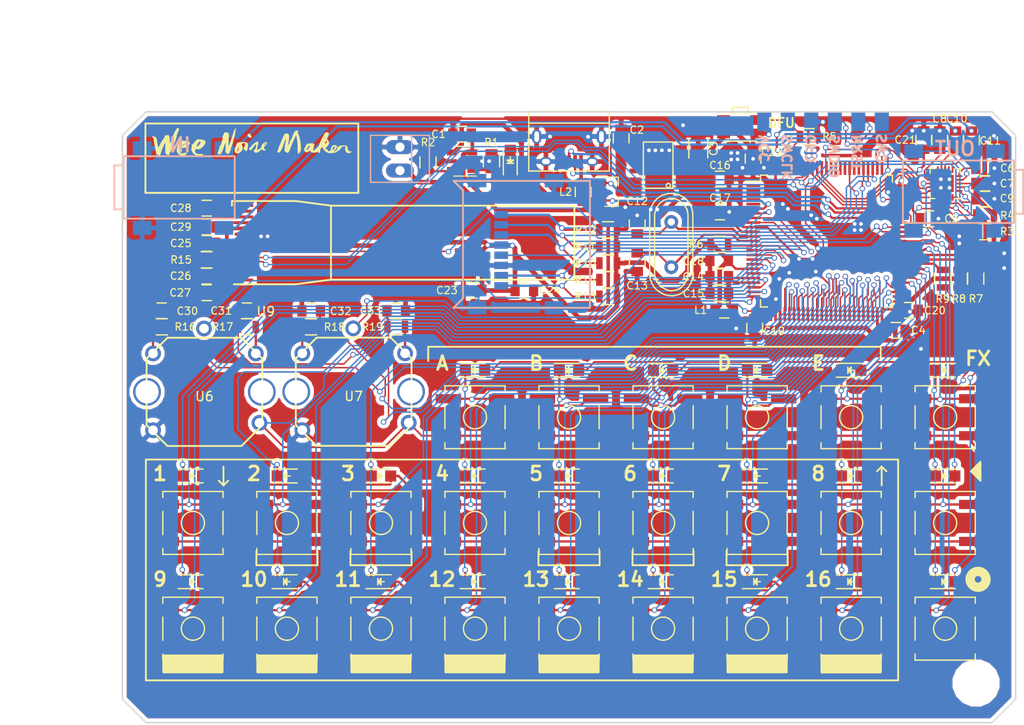
<source format=kicad_pcb>
(kicad_pcb (version 4) (host pcbnew 4.0.5-e0-6337~52~ubuntu16.10.1)
  (title_block (title "Wee Noise Maker - Mk-I") (rev B) (company "Fabien Chouteau"))
  (layers (0 F.Cu signal) (31 B.Cu signal) (34 B.Paste user hide) (35 F.Paste user hide) (36 B.SilkS user) (37 F.SilkS user) (38 B.Mask user) (39 F.Mask user) (44 Edge.Cuts user))
  (net 0 "")
  (net 1 COL1)
  (net 2 ROW1)
  (net 3 ROW2)
  (net 4 ROW3)
  (net 5 COL2)
  (net 6 COL3)
  (net 7 COL4)
  (net 8 COL5)
  (net 9 FX)
  (net 10 SWDIO)
  (net 11 Play)
  (net 12 B8)
  (net 13 Write)
  (net 14 B16)
  (net 15 B7)
  (net 16 B6)
  (net 17 B15)
  (net 18 B14)
  (net 19 B5)
  (net 20 Audio_SCL)
  (net 21 B9)
  (net 22 B4)
  (net 23 Audio_SDA)
  (net 24 B13)
  (net 25 B3)
  (net 26 B12)
  (net 27 B11)
  (net 28 B2)
  (net 29 B10)
  (net 30 B1)
  (net 31 GND)
  (net 32 BA)
  (net 33 BB)
  (net 34 BC)
  (net 35 BD)
  (net 36 BE)
  (net 37 "Net-(R1-Pad1)")
  (net 38 VBAT)
  (net 39 VBUS)
  (net 40 "Net-(R2-Pad2)")
  (net 41 "Net-(U3-Pad4)")
  (net 42 VIN)
  (net 43 "Net-(U3-Pad6)")
  (net 44 "Net-(U3-Pad7)")
  (net 45 3V3)
  (net 46 SWCLK)
  (net 47 "Net-(U4-Pad2)")
  (net 48 "Net-(U4-Pad97)")
  (net 49 "Net-(U4-Pad98)")
  (net 50 "Net-(CON1-Pad4)")
  (net 51 FS_DM)
  (net 52 FS_DP)
  (net 53 COL6)
  (net 54 COL7)
  (net 55 COL8)
  (net 56 COL9)
  (net 57 "Net-(C4-Pad1)")
  (net 58 "Net-(C5-Pad1)")
  (net 59 "Net-(C6-Pad1)")
  (net 60 "Net-(C10-Pad2)")
  (net 61 "Net-(C11-Pad2)")
  (net 62 I2S_LRCLK)
  (net 63 I2S_MCLK)
  (net 64 I2S_SCLK)
  (net 65 I2S_DOUT)
  (net 66 I2S_DIN)
  (net 67 "Net-(U5-Pad6)")
  (net 68 "Net-(U5-Pad7)")
  (net 69 "Net-(U5-Pad10)")
  (net 70 "Net-(U5-Pad11)")
  (net 71 "Net-(U4-Pad85)")
  (net 72 WAKEUP)
  (net 73 "Net-(C12-Pad2)")
  (net 74 "Net-(C13-Pad2)")
  (net 75 "Net-(C14-Pad2)")
  (net 76 "Net-(U4-Pad1)")
  (net 77 "Net-(U4-Pad3)")
  (net 78 "Net-(U4-Pad4)")
  (net 79 "Net-(U4-Pad5)")
  (net 80 "Net-(U4-Pad67)")
  (net 81 "Net-(U4-Pad81)")
  (net 82 "Net-(U4-Pad82)")
  (net 83 "Net-(U4-Pad84)")
  (net 84 "Net-(U4-Pad86)")
  (net 85 "Net-(U4-Pad87)")
  (net 86 "Net-(U4-Pad88)")
  (net 87 "Net-(U4-Pad95)")
  (net 88 "Net-(CON1-Pad1)")
  (net 89 "Net-(D1-Pad2)")
  (net 90 "Net-(D10-Pad2)")
  (net 91 "Net-(U4-Pad96)")
  (net 92 SD_DAT0)
  (net 93 SD_DAT1)
  (net 94 SD_DAT2)
  (net 95 SD_DAT3)
  (net 96 SD_CLK)
  (net 97 SD_CMD)
  (net 98 "Net-(C10-Pad1)")
  (net 99 "Net-(C11-Pad1)")
  (net 100 "Net-(HP_OUT1-Pad2)")
  (net 101 "Net-(HP_OUT1-Pad1)")
  (net 102 "Net-(HP_OUT1-Pad3)")
  (net 103 "Net-(C26-Pad1)")
  (net 104 "Net-(C27-Pad1)")
  (net 105 "Net-(C28-Pad1)")
  (net 106 "Net-(C28-Pad2)")
  (net 107 "Net-(C29-Pad1)")
  (net 108 "Net-(C29-Pad2)")
  (net 109 "Net-(R15-Pad1)")
  (net 110 "Net-(U9-Pad6)")
  (net 111 Screen_NReset)
  (net 112 ENC_1_SW)
  (net 113 ENC_1_B)
  (net 114 ENC_1_A)
  (net 115 ENC_2_SW)
  (net 116 ENC_2_B)
  (net 117 ENC_2_A)
  (net 118 "Net-(D20-Pad2)")
  (net 119 "Net-(R16-Pad1)")
  (net 120 "Net-(R17-Pad2)")
  (net 121 "Net-(R18-Pad1)")
  (net 122 "Net-(R19-Pad2)")
  (net 123 NRST)
  (net 124 "Net-(U10-Pad6)")
  (net 125 "Net-(BAT1-Pad1)")
  (net 126 BOOT0)
  (module Capacitors_SMD:C_0805 (layer F.Cu) (at 133.9 81.6 90)
    (fp_text reference C2 (at 0.9 1.7 180) (layer F.SilkS) (effects (font (size 0.8 0.8) (thickness 0.125))))
    (fp_text value 4.7uF)
    (pad 1 smd rect (at -1 0 90) (size 1 1.25) (layers F.Cu F.Paste F.Mask) (net 42 VIN))
    (pad 2 smd rect (at 1 0 90) (size 1 1.25) (layers F.Cu F.Paste F.Mask) (net 31 GND))
  )
  (module Housings_QFP:LQFP-100_14x14mm_Pitch0.5mm (layer F.Cu) (at 156.083 92.71)
    (fp_text reference U4 hide)
    (fp_text value STM32F407VG)
    (pad 1 smd rect (at -7.9 -6) (size 1.5 0.28) (layers F.Cu F.Paste F.Mask) (net 76 "Net-(U4-Pad1)"))
    (pad 2 smd rect (at -7.9 -5.5) (size 1.5 0.28) (layers F.Cu F.Paste F.Mask) (net 47 "Net-(U4-Pad2)"))
    (pad 3 smd rect (at -7.9 -5) (size 1.5 0.28) (layers F.Cu F.Paste F.Mask) (net 77 "Net-(U4-Pad3)"))
    (pad 4 smd rect (at -7.9 -4.5) (size 1.5 0.28) (layers F.Cu F.Paste F.Mask) (net 78 "Net-(U4-Pad4)"))
    (pad 5 smd rect (at -7.9 -4) (size 1.5 0.28) (layers F.Cu F.Paste F.Mask) (net 79 "Net-(U4-Pad5)"))
    (pad 6 smd rect (at -7.9 -3.5) (size 1.5 0.28) (layers F.Cu F.Paste F.Mask) (net 38 VBAT))
    (pad 7 smd rect (at -7.9 -3) (size 1.5 0.28) (layers F.Cu F.Paste F.Mask) (net 111 Screen_NReset))
    (pad 8 smd rect (at -7.9 -2.5) (size 1.5 0.28) (layers F.Cu F.Paste F.Mask) (net 112 ENC_1_SW))
    (pad 9 smd rect (at -7.9 -2) (size 1.5 0.28) (layers F.Cu F.Paste F.Mask) (net 115 ENC_2_SW))
    (pad 10 smd rect (at -7.9 -1.5) (size 1.5 0.28) (layers F.Cu F.Paste F.Mask) (net 31 GND))
    (pad 11 smd rect (at -7.9 -1) (size 1.5 0.28) (layers F.Cu F.Paste F.Mask) (net 45 3V3))
    (pad 12 smd rect (at -7.9 -0.5) (size 1.5 0.28) (layers F.Cu F.Paste F.Mask) (net 73 "Net-(C12-Pad2)"))
    (pad 13 smd rect (at -7.9 0) (size 1.5 0.28) (layers F.Cu F.Paste F.Mask) (net 74 "Net-(C13-Pad2)"))
    (pad 14 smd rect (at -7.9 0.5) (size 1.5 0.28) (layers F.Cu F.Paste F.Mask) (net 123 NRST))
    (pad 15 smd rect (at -7.9 1) (size 1.5 0.28) (layers F.Cu F.Paste F.Mask) (net 1 COL1))
    (pad 16 smd rect (at -7.9 1.5) (size 1.5 0.28) (layers F.Cu F.Paste F.Mask) (net 30 B1))
    (pad 17 smd rect (at -7.9 2) (size 1.5 0.28) (layers F.Cu F.Paste F.Mask) (net 5 COL2))
    (pad 18 smd rect (at -7.9 2.5) (size 1.5 0.28) (layers F.Cu F.Paste F.Mask) (net 21 B9))
    (pad 19 smd rect (at -7.9 3) (size 1.5 0.28) (layers F.Cu F.Paste F.Mask) (net 45 3V3))
    (pad 20 smd rect (at -7.9 3.5) (size 1.5 0.28) (layers F.Cu F.Paste F.Mask) (net 31 GND))
    (pad 21 smd rect (at -7.9 4) (size 1.5 0.28) (layers F.Cu F.Paste F.Mask) (net 75 "Net-(C14-Pad2)"))
    (pad 22 smd rect (at -7.9 4.5) (size 1.5 0.28) (layers F.Cu F.Paste F.Mask) (net 75 "Net-(C14-Pad2)"))
    (pad 23 smd rect (at -7.9 5) (size 1.5 0.28) (layers F.Cu F.Paste F.Mask) (net 72 WAKEUP))
    (pad 24 smd rect (at -7.9 5.5) (size 1.5 0.28) (layers F.Cu F.Paste F.Mask) (net 113 ENC_1_B))
    (pad 25 smd rect (at -7.9 6) (size 1.5 0.28) (layers F.Cu F.Paste F.Mask) (net 28 B2))
    (pad 26 smd rect (at -6 7.9 90) (size 1.5 0.28) (layers F.Cu F.Paste F.Mask) (net 29 B10))
    (pad 27 smd rect (at -5.5 7.9 90) (size 1.5 0.28) (layers F.Cu F.Paste F.Mask) (net 31 GND))
    (pad 28 smd rect (at -5 7.9 90) (size 1.5 0.28) (layers F.Cu F.Paste F.Mask) (net 45 3V3))
    (pad 29 smd rect (at -4.5 7.9 90) (size 1.5 0.28) (layers F.Cu F.Paste F.Mask) (net 6 COL3))
    (pad 30 smd rect (at -4 7.9 90) (size 1.5 0.28) (layers F.Cu F.Paste F.Mask) (net 114 ENC_1_A))
    (pad 31 smd rect (at -3.5 7.9 90) (size 1.5 0.28) (layers F.Cu F.Paste F.Mask) (net 117 ENC_2_A))
    (pad 32 smd rect (at -3 7.9 90) (size 1.5 0.28) (layers F.Cu F.Paste F.Mask) (net 116 ENC_2_B))
    (pad 33 smd rect (at -2.5 7.9 90) (size 1.5 0.28) (layers F.Cu F.Paste F.Mask) (net 25 B3))
    (pad 34 smd rect (at -2 7.9 90) (size 1.5 0.28) (layers F.Cu F.Paste F.Mask) (net 27 B11))
    (pad 35 smd rect (at -1.5 7.9 90) (size 1.5 0.28) (layers F.Cu F.Paste F.Mask) (net 7 COL4))
    (pad 36 smd rect (at -1 7.9 90) (size 1.5 0.28) (layers F.Cu F.Paste F.Mask) (net 32 BA))
    (pad 37 smd rect (at -0.5 7.9 90) (size 1.5 0.28) (layers F.Cu F.Paste F.Mask) (net 31 GND))
    (pad 38 smd rect (at 0 7.9 90) (size 1.5 0.28) (layers F.Cu F.Paste F.Mask) (net 22 B4))
    (pad 39 smd rect (at 0.5 7.9 90) (size 1.5 0.28) (layers F.Cu F.Paste F.Mask) (net 26 B12))
    (pad 40 smd rect (at 1 7.9 90) (size 1.5 0.28) (layers F.Cu F.Paste F.Mask) (net 8 COL5))
    (pad 41 smd rect (at 1.5 7.9 90) (size 1.5 0.28) (layers F.Cu F.Paste F.Mask) (net 33 BB))
    (pad 42 smd rect (at 2 7.9 90) (size 1.5 0.28) (layers F.Cu F.Paste F.Mask) (net 19 B5))
    (pad 43 smd rect (at 2.5 7.9 90) (size 1.5 0.28) (layers F.Cu F.Paste F.Mask) (net 24 B13))
    (pad 44 smd rect (at 3 7.9 90) (size 1.5 0.28) (layers F.Cu F.Paste F.Mask) (net 53 COL6))
    (pad 45 smd rect (at 3.5 7.9 90) (size 1.5 0.28) (layers F.Cu F.Paste F.Mask) (net 34 BC))
    (pad 46 smd rect (at 4 7.9 90) (size 1.5 0.28) (layers F.Cu F.Paste F.Mask) (net 16 B6))
    (pad 47 smd rect (at 4.5 7.9 90) (size 1.5 0.28) (layers F.Cu F.Paste F.Mask) (net 18 B14))
    (pad 48 smd rect (at 5 7.9 90) (size 1.5 0.28) (layers F.Cu F.Paste F.Mask) (net 54 COL7))
    (pad 49 smd rect (at 5.5 7.9 90) (size 1.5 0.28) (layers F.Cu F.Paste F.Mask) (net 57 "Net-(C4-Pad1)"))
    (pad 50 smd rect (at 6 7.9 90) (size 1.5 0.28) (layers F.Cu F.Paste F.Mask) (net 45 3V3))
    (pad 51 smd rect (at 7.9 6) (size 1.5 0.28) (layers F.Cu F.Paste F.Mask) (net 17 B15))
    (pad 52 smd rect (at 7.9 5.5) (size 1.5 0.28) (layers F.Cu F.Paste F.Mask) (net 15 B7))
    (pad 53 smd rect (at 7.9 5) (size 1.5 0.28) (layers F.Cu F.Paste F.Mask) (net 35 BD))
    (pad 54 smd rect (at 7.9 4.5) (size 1.5 0.28) (layers F.Cu F.Paste F.Mask) (net 55 COL8))
    (pad 55 smd rect (at 7.9 4) (size 1.5 0.28) (layers F.Cu F.Paste F.Mask) (net 36 BE))
    (pad 56 smd rect (at 7.9 3.5) (size 1.5 0.28) (layers F.Cu F.Paste F.Mask) (net 12 B8))
    (pad 57 smd rect (at 7.9 3) (size 1.5 0.28) (layers F.Cu F.Paste F.Mask) (net 14 B16))
    (pad 58 smd rect (at 7.9 2.5) (size 1.5 0.28) (layers F.Cu F.Paste F.Mask) (net 4 ROW3))
    (pad 59 smd rect (at 7.9 2) (size 1.5 0.28) (layers F.Cu F.Paste F.Mask) (net 3 ROW2))
    (pad 60 smd rect (at 7.9 1.5) (size 1.5 0.28) (layers F.Cu F.Paste F.Mask) (net 2 ROW1))
    (pad 61 smd rect (at 7.9 1) (size 1.5 0.28) (layers F.Cu F.Paste F.Mask) (net 56 COL9))
    (pad 62 smd rect (at 7.9 0.5) (size 1.5 0.28) (layers F.Cu F.Paste F.Mask) (net 9 FX))
    (pad 63 smd rect (at 7.9 0) (size 1.5 0.28) (layers F.Cu F.Paste F.Mask) (net 11 Play))
    (pad 64 smd rect (at 7.9 -0.5) (size 1.5 0.28) (layers F.Cu F.Paste F.Mask) (net 63 I2S_MCLK))
    (pad 65 smd rect (at 7.9 -1) (size 1.5 0.28) (layers F.Cu F.Paste F.Mask) (net 92 SD_DAT0))
    (pad 66 smd rect (at 7.9 -1.5) (size 1.5 0.28) (layers F.Cu F.Paste F.Mask) (net 93 SD_DAT1))
    (pad 67 smd rect (at 7.9 -2) (size 1.5 0.28) (layers F.Cu F.Paste F.Mask) (net 80 "Net-(U4-Pad67)"))
    (pad 68 smd rect (at 7.9 -2.5) (size 1.5 0.28) (layers F.Cu F.Paste F.Mask) (net 39 VBUS))
    (pad 69 smd rect (at 7.9 -3) (size 1.5 0.28) (layers F.Cu F.Paste F.Mask) (net 13 Write))
    (pad 70 smd rect (at 7.9 -3.5) (size 1.5 0.28) (layers F.Cu F.Paste F.Mask) (net 51 FS_DM))
    (pad 71 smd rect (at 7.9 -4) (size 1.5 0.28) (layers F.Cu F.Paste F.Mask) (net 52 FS_DP))
    (pad 72 smd rect (at 7.9 -4.5) (size 1.5 0.28) (layers F.Cu F.Paste F.Mask) (net 10 SWDIO))
    (pad 73 smd rect (at 7.9 -5) (size 1.5 0.28) (layers F.Cu F.Paste F.Mask) (net 58 "Net-(C5-Pad1)"))
    (pad 74 smd rect (at 7.9 -5.5) (size 1.5 0.28) (layers F.Cu F.Paste F.Mask) (net 31 GND))
    (pad 75 smd rect (at 7.9 -6) (size 1.5 0.28) (layers F.Cu F.Paste F.Mask) (net 45 3V3))
    (pad 76 smd rect (at 6 -7.9 90) (size 1.5 0.28) (layers F.Cu F.Paste F.Mask) (net 46 SWCLK))
    (pad 77 smd rect (at 5.5 -7.9 90) (size 1.5 0.28) (layers F.Cu F.Paste F.Mask) (net 62 I2S_LRCLK))
    (pad 78 smd rect (at 5 -7.9 90) (size 1.5 0.28) (layers F.Cu F.Paste F.Mask) (net 94 SD_DAT2))
    (pad 79 smd rect (at 4.5 -7.9 90) (size 1.5 0.28) (layers F.Cu F.Paste F.Mask) (net 95 SD_DAT3))
    (pad 80 smd rect (at 4 -7.9 90) (size 1.5 0.28) (layers F.Cu F.Paste F.Mask) (net 96 SD_CLK))
    (pad 81 smd rect (at 3.5 -7.9 90) (size 1.5 0.28) (layers F.Cu F.Paste F.Mask) (net 81 "Net-(U4-Pad81)"))
    (pad 82 smd rect (at 3 -7.9 90) (size 1.5 0.28) (layers F.Cu F.Paste F.Mask) (net 82 "Net-(U4-Pad82)"))
    (pad 83 smd rect (at 2.5 -7.9 90) (size 1.5 0.28) (layers F.Cu F.Paste F.Mask) (net 97 SD_CMD))
    (pad 84 smd rect (at 2 -7.9 90) (size 1.5 0.28) (layers F.Cu F.Paste F.Mask) (net 83 "Net-(U4-Pad84)"))
    (pad 85 smd rect (at 1.5 -7.9 90) (size 1.5 0.28) (layers F.Cu F.Paste F.Mask) (net 71 "Net-(U4-Pad85)"))
    (pad 86 smd rect (at 1 -7.9 90) (size 1.5 0.28) (layers F.Cu F.Paste F.Mask) (net 84 "Net-(U4-Pad86)"))
    (pad 87 smd rect (at 0.5 -7.9 90) (size 1.5 0.28) (layers F.Cu F.Paste F.Mask) (net 85 "Net-(U4-Pad87)"))
    (pad 88 smd rect (at 0 -7.9 90) (size 1.5 0.28) (layers F.Cu F.Paste F.Mask) (net 86 "Net-(U4-Pad88)"))
    (pad 89 smd rect (at -0.5 -7.9 90) (size 1.5 0.28) (layers F.Cu F.Paste F.Mask) (net 64 I2S_SCLK))
    (pad 90 smd rect (at -1 -7.9 90) (size 1.5 0.28) (layers F.Cu F.Paste F.Mask) (net 65 I2S_DOUT))
    (pad 91 smd rect (at -1.5 -7.9 90) (size 1.5 0.28) (layers F.Cu F.Paste F.Mask) (net 66 I2S_DIN))
    (pad 92 smd rect (at -2 -7.9 90) (size 1.5 0.28) (layers F.Cu F.Paste F.Mask) (net 20 Audio_SCL))
    (pad 93 smd rect (at -2.5 -7.9 90) (size 1.5 0.28) (layers F.Cu F.Paste F.Mask) (net 23 Audio_SDA))
    (pad 94 smd rect (at -3 -7.9 90) (size 1.5 0.28) (layers F.Cu F.Paste F.Mask) (net 126 BOOT0))
    (pad 95 smd rect (at -3.5 -7.9 90) (size 1.5 0.28) (layers F.Cu F.Paste F.Mask) (net 87 "Net-(U4-Pad95)"))
    (pad 96 smd rect (at -4 -7.9 90) (size 1.5 0.28) (layers F.Cu F.Paste F.Mask) (net 91 "Net-(U4-Pad96)"))
    (pad 97 smd rect (at -4.5 -7.9 90) (size 1.5 0.28) (layers F.Cu F.Paste F.Mask) (net 48 "Net-(U4-Pad97)"))
    (pad 98 smd rect (at -5 -7.9 90) (size 1.5 0.28) (layers F.Cu F.Paste F.Mask) (net 49 "Net-(U4-Pad98)"))
    (pad 99 smd rect (at -5.5 -7.9 90) (size 1.5 0.28) (layers F.Cu F.Paste F.Mask) (net 31 GND))
    (pad 100 smd rect (at -6 -7.9 90) (size 1.5 0.28) (layers F.Cu F.Paste F.Mask) (net 45 3V3))
  )
  (module Capacitors_SMD:C_0805 (layer F.Cu) (at 89.1 96.5 180)
    (fp_text reference C26 (at 2.794 0.013 360) (layer F.SilkS) (effects (font (size 0.8 0.8) (thickness 0.125))))
    (fp_text value 10uF)
    (pad 1 smd rect (at -1 0 180) (size 1 1.25) (layers F.Cu F.Paste F.Mask) (net 103 "Net-(C26-Pad1)"))
    (pad 2 smd rect (at 1 0 180) (size 1 1.25) (layers F.Cu F.Paste F.Mask) (net 31 GND))
  )
  (module Capacitors_SMD:C_0805 (layer F.Cu) (at 89.116 98.298 180)
    (fp_text reference C27 (at 2.8575 0 360) (layer F.SilkS) (effects (font (size 0.8 0.8) (thickness 0.125))))
    (fp_text value 10uF)
    (pad 1 smd rect (at -1 0 180) (size 1 1.25) (layers F.Cu F.Paste F.Mask) (net 104 "Net-(C27-Pad1)"))
    (pad 2 smd rect (at 1 0 180) (size 1 1.25) (layers F.Cu F.Paste F.Mask) (net 31 GND))
  )
  (module Connect:PINHEAD1-2 (layer B.Cu) (at 110 83.82 90)
    (fp_text reference BT1 hide)
    (fp_text value BATTERY)
    (pad 1 thru_hole oval (at -1.27 0 90) (size 1.50622 3.01498) (drill 0.99822) (layers *.Cu *.Mask) (net 38 VBAT))
    (pad 2 thru_hole oval (at 1.27 0 90) (size 1.50622 3.01498) (drill 0.99822) (layers *.Cu *.Mask) (net 31 GND))
  )
  (module LEDs:LED_0805 (layer F.Cu) (at 158.75 106.68)
    (fp_text reference D24 hide)
    (fp_text value LED)
    (pad 2 smd rect (at 1.04902 0 180) (size 1.19888 1.19888) (layers F.Cu F.Paste F.Mask) (net 118 "Net-(D20-Pad2)"))
    (pad 1 smd rect (at -1.04902 0 180) (size 1.19888 1.19888) (layers F.Cu F.Paste F.Mask) (net 55 COL8))
  )
  (module Buttons_Switches_SMD:SW_SPST_B3SL-1002P (layer F.Cu) (at 118.11 123.19)
    (fp_text reference SW4 hide)
    (fp_text value SW_PUSH)
    (pad 1 smd rect (at -2.875 -2) (size 2.75 1) (layers F.Cu F.Paste F.Mask) (net 22 B4))
    (pad 1 smd rect (at 2.875 -2) (size 2.75 1) (layers F.Cu F.Paste F.Mask) (net 22 B4))
    (pad 2 smd rect (at 2.875 2) (size 2.75 1) (layers F.Cu F.Paste F.Mask) (net 72 WAKEUP))
    (pad 2 smd rect (at -2.875 2) (size 2.75 1) (layers F.Cu F.Paste F.Mask) (net 72 WAKEUP))
  )
  (module Capacitors_SMD:C_0805 (layer F.Cu) (at 173.228 84.836)
    (fp_text reference C6 (at 2.4003 0) (layer F.SilkS) (effects (font (size 0.8 0.8) (thickness 0.125))))
    (fp_text value 0.1uF)
    (pad 1 smd rect (at -1 0) (size 1 1.25) (layers F.Cu F.Paste F.Mask) (net 59 "Net-(C6-Pad1)"))
    (pad 2 smd rect (at 1 0) (size 1 1.25) (layers F.Cu F.Paste F.Mask) (net 31 GND))
  )
  (module Buttons_Switches_SMD:SW_SPST_B3SL-1002P (layer F.Cu) (at 87.63 123.19)
    (fp_text reference SW1 hide)
    (fp_text value SW_PUSH)
    (pad 1 smd rect (at -2.875 -2) (size 2.75 1) (layers F.Cu F.Paste F.Mask) (net 30 B1))
    (pad 1 smd rect (at 2.875 -2) (size 2.75 1) (layers F.Cu F.Paste F.Mask) (net 30 B1))
    (pad 2 smd rect (at 2.875 2) (size 2.75 1) (layers F.Cu F.Paste F.Mask) (net 72 WAKEUP))
    (pad 2 smd rect (at -2.875 2) (size 2.75 1) (layers F.Cu F.Paste F.Mask) (net 72 WAKEUP))
  )
  (module LEDs:LED_0805 (layer F.Cu) (at 168.91 106.68)
    (fp_text reference D25 hide)
    (fp_text value LED)
    (pad 2 smd rect (at 1.04902 0 180) (size 1.19888 1.19888) (layers F.Cu F.Paste F.Mask) (net 118 "Net-(D20-Pad2)"))
    (pad 1 smd rect (at -1.04902 0 180) (size 1.19888 1.19888) (layers F.Cu F.Paste F.Mask) (net 56 COL9))
  )
  (module Buttons_Switches_SMD:SW_SPST_B3SL-1002P (layer F.Cu) (at 148.59 123.19)
    (fp_text reference SW7 hide)
    (fp_text value SW_PUSH)
    (pad 1 smd rect (at -2.875 -2) (size 2.75 1) (layers F.Cu F.Paste F.Mask) (net 15 B7))
    (pad 1 smd rect (at 2.875 -2) (size 2.75 1) (layers F.Cu F.Paste F.Mask) (net 15 B7))
    (pad 2 smd rect (at 2.875 2) (size 2.75 1) (layers F.Cu F.Paste F.Mask) (net 72 WAKEUP))
    (pad 2 smd rect (at -2.875 2) (size 2.75 1) (layers F.Cu F.Paste F.Mask) (net 72 WAKEUP))
  )
  (module Resistors_SMD:R_0805 (layer F.Cu) (at 119.888 84.074 90)
    (fp_text reference R1 (at 2.032 0 180) (layer F.SilkS) (effects (font (size 0.8 0.8) (thickness 0.125))))
    (fp_text value 1K)
    (pad 1 smd rect (at -0.95 0 90) (size 0.7 1.3) (layers F.Cu F.Paste F.Mask) (net 37 "Net-(R1-Pad1)"))
    (pad 2 smd rect (at 0.95 0 90) (size 0.7 1.3) (layers F.Cu F.Paste F.Mask) (net 125 "Net-(BAT1-Pad1)"))
  )
  (module Buttons_Switches_SMD:SW_SPST_B3SL-1002P (layer F.Cu) (at 158.75 123.19)
    (fp_text reference SW8 hide)
    (fp_text value SW_PUSH)
    (pad 1 smd rect (at -2.875 -2) (size 2.75 1) (layers F.Cu F.Paste F.Mask) (net 12 B8))
    (pad 1 smd rect (at 2.875 -2) (size 2.75 1) (layers F.Cu F.Paste F.Mask) (net 12 B8))
    (pad 2 smd rect (at 2.875 2) (size 2.75 1) (layers F.Cu F.Paste F.Mask) (net 72 WAKEUP))
    (pad 2 smd rect (at -2.875 2) (size 2.75 1) (layers F.Cu F.Paste F.Mask) (net 72 WAKEUP))
  )
  (module Buttons_Switches_SMD:SW_SPST_B3SL-1002P (layer F.Cu) (at 97.79 123.19)
    (fp_text reference SW2 hide)
    (fp_text value SW_PUSH)
    (pad 1 smd rect (at -2.875 -2) (size 2.75 1) (layers F.Cu F.Paste F.Mask) (net 28 B2))
    (pad 1 smd rect (at 2.875 -2) (size 2.75 1) (layers F.Cu F.Paste F.Mask) (net 28 B2))
    (pad 2 smd rect (at 2.875 2) (size 2.75 1) (layers F.Cu F.Paste F.Mask) (net 72 WAKEUP))
    (pad 2 smd rect (at -2.875 2) (size 2.75 1) (layers F.Cu F.Paste F.Mask) (net 72 WAKEUP))
  )
  (module Buttons_Switches_SMD:SW_SPST_B3SL-1002P (layer F.Cu) (at 107.95 123.19)
    (fp_text reference SW3 hide)
    (fp_text value SW_PUSH)
    (pad 1 smd rect (at -2.875 -2) (size 2.75 1) (layers F.Cu F.Paste F.Mask) (net 25 B3))
    (pad 1 smd rect (at 2.875 -2) (size 2.75 1) (layers F.Cu F.Paste F.Mask) (net 25 B3))
    (pad 2 smd rect (at 2.875 2) (size 2.75 1) (layers F.Cu F.Paste F.Mask) (net 72 WAKEUP))
    (pad 2 smd rect (at -2.875 2) (size 2.75 1) (layers F.Cu F.Paste F.Mask) (net 72 WAKEUP))
  )
  (module Buttons_Switches_SMD:SW_SPST_B3SL-1002P (layer F.Cu) (at 128.27 123.19)
    (fp_text reference SW5 hide)
    (fp_text value SW_PUSH)
    (pad 1 smd rect (at -2.875 -2) (size 2.75 1) (layers F.Cu F.Paste F.Mask) (net 19 B5))
    (pad 1 smd rect (at 2.875 -2) (size 2.75 1) (layers F.Cu F.Paste F.Mask) (net 19 B5))
    (pad 2 smd rect (at 2.875 2) (size 2.75 1) (layers F.Cu F.Paste F.Mask) (net 72 WAKEUP))
    (pad 2 smd rect (at -2.875 2) (size 2.75 1) (layers F.Cu F.Paste F.Mask) (net 72 WAKEUP))
  )
  (module Buttons_Switches_SMD:SW_SPST_B3SL-1002P (layer F.Cu) (at 138.43 123.19)
    (fp_text reference SW6 hide)
    (fp_text value SW_PUSH)
    (pad 1 smd rect (at -2.875 -2) (size 2.75 1) (layers F.Cu F.Paste F.Mask) (net 16 B6))
    (pad 1 smd rect (at 2.875 -2) (size 2.75 1) (layers F.Cu F.Paste F.Mask) (net 16 B6))
    (pad 2 smd rect (at 2.875 2) (size 2.75 1) (layers F.Cu F.Paste F.Mask) (net 72 WAKEUP))
    (pad 2 smd rect (at -2.875 2) (size 2.75 1) (layers F.Cu F.Paste F.Mask) (net 72 WAKEUP))
  )
  (module Buttons_Switches_SMD:SW_SPST_B3SL-1002P (layer F.Cu) (at 87.63 134.62)
    (fp_text reference SW9 hide)
    (fp_text value SW_PUSH)
    (pad 1 smd rect (at -2.875 -2) (size 2.75 1) (layers F.Cu F.Paste F.Mask) (net 21 B9))
    (pad 1 smd rect (at 2.875 -2) (size 2.75 1) (layers F.Cu F.Paste F.Mask) (net 21 B9))
    (pad 2 smd rect (at 2.875 2) (size 2.75 1) (layers F.Cu F.Paste F.Mask) (net 72 WAKEUP))
    (pad 2 smd rect (at -2.875 2) (size 2.75 1) (layers F.Cu F.Paste F.Mask) (net 72 WAKEUP))
  )
  (module Buttons_Switches_SMD:SW_SPST_B3SL-1002P (layer F.Cu) (at 97.79 134.62)
    (fp_text reference SW10 hide)
    (fp_text value SW_PUSH)
    (pad 1 smd rect (at -2.875 -2) (size 2.75 1) (layers F.Cu F.Paste F.Mask) (net 29 B10))
    (pad 1 smd rect (at 2.875 -2) (size 2.75 1) (layers F.Cu F.Paste F.Mask) (net 29 B10))
    (pad 2 smd rect (at 2.875 2) (size 2.75 1) (layers F.Cu F.Paste F.Mask) (net 72 WAKEUP))
    (pad 2 smd rect (at -2.875 2) (size 2.75 1) (layers F.Cu F.Paste F.Mask) (net 72 WAKEUP))
  )
  (module Buttons_Switches_SMD:SW_SPST_B3SL-1002P (layer F.Cu) (at 107.95 134.62)
    (fp_text reference SW11 hide)
    (fp_text value SW_PUSH)
    (pad 1 smd rect (at -2.875 -2) (size 2.75 1) (layers F.Cu F.Paste F.Mask) (net 27 B11))
    (pad 1 smd rect (at 2.875 -2) (size 2.75 1) (layers F.Cu F.Paste F.Mask) (net 27 B11))
    (pad 2 smd rect (at 2.875 2) (size 2.75 1) (layers F.Cu F.Paste F.Mask) (net 72 WAKEUP))
    (pad 2 smd rect (at -2.875 2) (size 2.75 1) (layers F.Cu F.Paste F.Mask) (net 72 WAKEUP))
  )
  (module Buttons_Switches_SMD:SW_SPST_B3SL-1002P (layer F.Cu) (at 118.11 134.62)
    (fp_text reference SW12 hide)
    (fp_text value SW_PUSH)
    (pad 1 smd rect (at -2.875 -2) (size 2.75 1) (layers F.Cu F.Paste F.Mask) (net 26 B12))
    (pad 1 smd rect (at 2.875 -2) (size 2.75 1) (layers F.Cu F.Paste F.Mask) (net 26 B12))
    (pad 2 smd rect (at 2.875 2) (size 2.75 1) (layers F.Cu F.Paste F.Mask) (net 72 WAKEUP))
    (pad 2 smd rect (at -2.875 2) (size 2.75 1) (layers F.Cu F.Paste F.Mask) (net 72 WAKEUP))
  )
  (module Buttons_Switches_SMD:SW_SPST_B3SL-1002P (layer F.Cu) (at 128.27 134.62)
    (fp_text reference SW13 hide)
    (fp_text value SW_PUSH)
    (pad 1 smd rect (at -2.875 -2) (size 2.75 1) (layers F.Cu F.Paste F.Mask) (net 24 B13))
    (pad 1 smd rect (at 2.875 -2) (size 2.75 1) (layers F.Cu F.Paste F.Mask) (net 24 B13))
    (pad 2 smd rect (at 2.875 2) (size 2.75 1) (layers F.Cu F.Paste F.Mask) (net 72 WAKEUP))
    (pad 2 smd rect (at -2.875 2) (size 2.75 1) (layers F.Cu F.Paste F.Mask) (net 72 WAKEUP))
  )
  (module Buttons_Switches_SMD:SW_SPST_B3SL-1002P (layer F.Cu) (at 138.43 134.62)
    (fp_text reference SW14 hide)
    (fp_text value SW_PUSH)
    (pad 1 smd rect (at -2.875 -2) (size 2.75 1) (layers F.Cu F.Paste F.Mask) (net 18 B14))
    (pad 1 smd rect (at 2.875 -2) (size 2.75 1) (layers F.Cu F.Paste F.Mask) (net 18 B14))
    (pad 2 smd rect (at 2.875 2) (size 2.75 1) (layers F.Cu F.Paste F.Mask) (net 72 WAKEUP))
    (pad 2 smd rect (at -2.875 2) (size 2.75 1) (layers F.Cu F.Paste F.Mask) (net 72 WAKEUP))
  )
  (module Buttons_Switches_SMD:SW_SPST_B3SL-1002P (layer F.Cu) (at 148.59 134.62)
    (fp_text reference SW15 hide)
    (fp_text value SW_PUSH)
    (pad 1 smd rect (at -2.875 -2) (size 2.75 1) (layers F.Cu F.Paste F.Mask) (net 17 B15))
    (pad 1 smd rect (at 2.875 -2) (size 2.75 1) (layers F.Cu F.Paste F.Mask) (net 17 B15))
    (pad 2 smd rect (at 2.875 2) (size 2.75 1) (layers F.Cu F.Paste F.Mask) (net 72 WAKEUP))
    (pad 2 smd rect (at -2.875 2) (size 2.75 1) (layers F.Cu F.Paste F.Mask) (net 72 WAKEUP))
  )
  (module Buttons_Switches_SMD:SW_SPST_B3SL-1002P (layer F.Cu) (at 158.75 134.62)
    (fp_text reference SW16 hide)
    (fp_text value SW_PUSH)
    (pad 1 smd rect (at -2.875 -2) (size 2.75 1) (layers F.Cu F.Paste F.Mask) (net 14 B16))
    (pad 1 smd rect (at 2.875 -2) (size 2.75 1) (layers F.Cu F.Paste F.Mask) (net 14 B16))
    (pad 2 smd rect (at 2.875 2) (size 2.75 1) (layers F.Cu F.Paste F.Mask) (net 72 WAKEUP))
    (pad 2 smd rect (at -2.875 2) (size 2.75 1) (layers F.Cu F.Paste F.Mask) (net 72 WAKEUP))
  )
  (module Buttons_Switches_SMD:SW_SPST_B3SL-1002P (layer F.Cu) (at 168.91 123.19)
    (fp_text reference Play1 hide)
    (fp_text value SW_PUSH)
    (pad 1 smd rect (at -2.875 -2) (size 2.75 1) (layers F.Cu F.Paste F.Mask) (net 11 Play))
    (pad 1 smd rect (at 2.875 -2) (size 2.75 1) (layers F.Cu F.Paste F.Mask) (net 11 Play))
    (pad 2 smd rect (at 2.875 2) (size 2.75 1) (layers F.Cu F.Paste F.Mask) (net 72 WAKEUP))
    (pad 2 smd rect (at -2.875 2) (size 2.75 1) (layers F.Cu F.Paste F.Mask) (net 72 WAKEUP))
  )
  (module Buttons_Switches_SMD:SW_SPST_B3SL-1002P (layer F.Cu) (at 168.91 134.62)
    (fp_text reference Write1 hide)
    (fp_text value SW_PUSH)
    (pad 1 smd rect (at -2.875 -2) (size 2.75 1) (layers F.Cu F.Paste F.Mask) (net 13 Write))
    (pad 1 smd rect (at 2.875 -2) (size 2.75 1) (layers F.Cu F.Paste F.Mask) (net 13 Write))
    (pad 2 smd rect (at 2.875 2) (size 2.75 1) (layers F.Cu F.Paste F.Mask) (net 72 WAKEUP))
    (pad 2 smd rect (at -2.875 2) (size 2.75 1) (layers F.Cu F.Paste F.Mask) (net 72 WAKEUP))
  )
  (module Buttons_Switches_SMD:SW_SPST_B3SL-1002P (layer F.Cu) (at 168.91 111.76)
    (fp_text reference Play2 hide)
    (fp_text value SW_PUSH)
    (pad 1 smd rect (at -2.875 -2) (size 2.75 1) (layers F.Cu F.Paste F.Mask) (net 9 FX))
    (pad 1 smd rect (at 2.875 -2) (size 2.75 1) (layers F.Cu F.Paste F.Mask) (net 9 FX))
    (pad 2 smd rect (at 2.875 2) (size 2.75 1) (layers F.Cu F.Paste F.Mask) (net 72 WAKEUP))
    (pad 2 smd rect (at -2.875 2) (size 2.75 1) (layers F.Cu F.Paste F.Mask) (net 72 WAKEUP))
  )
  (module Buttons_Switches_SMD:SW_SPST_B3SL-1002P (layer F.Cu) (at 118.11 111.76)
    (fp_text reference SW18 hide)
    (fp_text value SW_PUSH)
    (pad 1 smd rect (at -2.875 -2) (size 2.75 1) (layers F.Cu F.Paste F.Mask) (net 32 BA))
    (pad 1 smd rect (at 2.875 -2) (size 2.75 1) (layers F.Cu F.Paste F.Mask) (net 32 BA))
    (pad 2 smd rect (at 2.875 2) (size 2.75 1) (layers F.Cu F.Paste F.Mask) (net 72 WAKEUP))
    (pad 2 smd rect (at -2.875 2) (size 2.75 1) (layers F.Cu F.Paste F.Mask) (net 72 WAKEUP))
  )
  (module Buttons_Switches_SMD:SW_SPST_B3SL-1002P (layer F.Cu) (at 128.27 111.76)
    (fp_text reference SW19 hide)
    (fp_text value SW_PUSH)
    (pad 1 smd rect (at -2.875 -2) (size 2.75 1) (layers F.Cu F.Paste F.Mask) (net 33 BB))
    (pad 1 smd rect (at 2.875 -2) (size 2.75 1) (layers F.Cu F.Paste F.Mask) (net 33 BB))
    (pad 2 smd rect (at 2.875 2) (size 2.75 1) (layers F.Cu F.Paste F.Mask) (net 72 WAKEUP))
    (pad 2 smd rect (at -2.875 2) (size 2.75 1) (layers F.Cu F.Paste F.Mask) (net 72 WAKEUP))
  )
  (module Buttons_Switches_SMD:SW_SPST_B3SL-1002P (layer F.Cu) (at 138.43 111.76)
    (fp_text reference SW20 hide)
    (fp_text value SW_PUSH)
    (pad 1 smd rect (at -2.875 -2) (size 2.75 1) (layers F.Cu F.Paste F.Mask) (net 34 BC))
    (pad 1 smd rect (at 2.875 -2) (size 2.75 1) (layers F.Cu F.Paste F.Mask) (net 34 BC))
    (pad 2 smd rect (at 2.875 2) (size 2.75 1) (layers F.Cu F.Paste F.Mask) (net 72 WAKEUP))
    (pad 2 smd rect (at -2.875 2) (size 2.75 1) (layers F.Cu F.Paste F.Mask) (net 72 WAKEUP))
  )
  (module Buttons_Switches_SMD:SW_SPST_B3SL-1002P (layer F.Cu) (at 148.59 111.76)
    (fp_text reference SW21 hide)
    (fp_text value SW_PUSH)
    (pad 1 smd rect (at -2.875 -2) (size 2.75 1) (layers F.Cu F.Paste F.Mask) (net 35 BD))
    (pad 1 smd rect (at 2.875 -2) (size 2.75 1) (layers F.Cu F.Paste F.Mask) (net 35 BD))
    (pad 2 smd rect (at 2.875 2) (size 2.75 1) (layers F.Cu F.Paste F.Mask) (net 72 WAKEUP))
    (pad 2 smd rect (at -2.875 2) (size 2.75 1) (layers F.Cu F.Paste F.Mask) (net 72 WAKEUP))
  )
  (module Buttons_Switches_SMD:SW_SPST_B3SL-1002P (layer F.Cu) (at 158.75 111.76)
    (fp_text reference SW22 hide)
    (fp_text value SW_PUSH)
    (pad 1 smd rect (at -2.875 -2) (size 2.75 1) (layers F.Cu F.Paste F.Mask) (net 36 BE))
    (pad 1 smd rect (at 2.875 -2) (size 2.75 1) (layers F.Cu F.Paste F.Mask) (net 36 BE))
    (pad 2 smd rect (at 2.875 2) (size 2.75 1) (layers F.Cu F.Paste F.Mask) (net 72 WAKEUP))
    (pad 2 smd rect (at -2.875 2) (size 2.75 1) (layers F.Cu F.Paste F.Mask) (net 72 WAKEUP))
  )
  (module LEDs:LED_0805 (layer F.Cu) (at 87.63 129.54)
    (fp_text reference D1 hide)
    (fp_text value LED)
    (pad 2 smd rect (at 1.04902 0 180) (size 1.19888 1.19888) (layers F.Cu F.Paste F.Mask) (net 89 "Net-(D1-Pad2)"))
    (pad 1 smd rect (at -1.04902 0 180) (size 1.19888 1.19888) (layers F.Cu F.Paste F.Mask) (net 1 COL1))
  )
  (module LEDs:LED_0805 (layer F.Cu) (at 97.79 129.54)
    (fp_text reference D2 hide)
    (fp_text value LED)
    (pad 2 smd rect (at 1.04902 0 180) (size 1.19888 1.19888) (layers F.Cu F.Paste F.Mask) (net 89 "Net-(D1-Pad2)"))
    (pad 1 smd rect (at -1.04902 0 180) (size 1.19888 1.19888) (layers F.Cu F.Paste F.Mask) (net 5 COL2))
  )
  (module LEDs:LED_0805 (layer F.Cu) (at 107.95 129.54)
    (fp_text reference D3 hide)
    (fp_text value LED)
    (pad 2 smd rect (at 1.04902 0 180) (size 1.19888 1.19888) (layers F.Cu F.Paste F.Mask) (net 89 "Net-(D1-Pad2)"))
    (pad 1 smd rect (at -1.04902 0 180) (size 1.19888 1.19888) (layers F.Cu F.Paste F.Mask) (net 6 COL3))
  )
  (module LEDs:LED_0805 (layer F.Cu) (at 118.11 129.54)
    (fp_text reference D4 hide)
    (fp_text value LED)
    (pad 2 smd rect (at 1.04902 0 180) (size 1.19888 1.19888) (layers F.Cu F.Paste F.Mask) (net 89 "Net-(D1-Pad2)"))
    (pad 1 smd rect (at -1.04902 0 180) (size 1.19888 1.19888) (layers F.Cu F.Paste F.Mask) (net 7 COL4))
  )
  (module LEDs:LED_0805 (layer F.Cu) (at 128.27 129.54)
    (fp_text reference D5 hide)
    (fp_text value LED)
    (pad 2 smd rect (at 1.04902 0 180) (size 1.19888 1.19888) (layers F.Cu F.Paste F.Mask) (net 89 "Net-(D1-Pad2)"))
    (pad 1 smd rect (at -1.04902 0 180) (size 1.19888 1.19888) (layers F.Cu F.Paste F.Mask) (net 8 COL5))
  )
  (module LEDs:LED_0805 (layer F.Cu) (at 138.43 129.54)
    (fp_text reference D6 hide)
    (fp_text value LED)
    (pad 2 smd rect (at 1.04902 0 180) (size 1.19888 1.19888) (layers F.Cu F.Paste F.Mask) (net 89 "Net-(D1-Pad2)"))
    (pad 1 smd rect (at -1.04902 0 180) (size 1.19888 1.19888) (layers F.Cu F.Paste F.Mask) (net 53 COL6))
  )
  (module LEDs:LED_0805 (layer F.Cu) (at 148.59 129.54)
    (fp_text reference D7 hide)
    (fp_text value LED)
    (pad 2 smd rect (at 1.04902 0 180) (size 1.19888 1.19888) (layers F.Cu F.Paste F.Mask) (net 89 "Net-(D1-Pad2)"))
    (pad 1 smd rect (at -1.04902 0 180) (size 1.19888 1.19888) (layers F.Cu F.Paste F.Mask) (net 54 COL7))
  )
  (module LEDs:LED_0805 (layer F.Cu) (at 158.75 129.54)
    (fp_text reference D8 hide)
    (fp_text value LED)
    (pad 2 smd rect (at 1.04902 0 180) (size 1.19888 1.19888) (layers F.Cu F.Paste F.Mask) (net 89 "Net-(D1-Pad2)"))
    (pad 1 smd rect (at -1.04902 0 180) (size 1.19888 1.19888) (layers F.Cu F.Paste F.Mask) (net 55 COL8))
  )
  (module LEDs:LED_0805 (layer F.Cu) (at 168.91 129.54)
    (fp_text reference D9 hide)
    (fp_text value LED)
    (pad 2 smd rect (at 1.04902 0 180) (size 1.19888 1.19888) (layers F.Cu F.Paste F.Mask) (net 89 "Net-(D1-Pad2)"))
    (pad 1 smd rect (at -1.04902 0 180) (size 1.19888 1.19888) (layers F.Cu F.Paste F.Mask) (net 56 COL9))
  )
  (module LEDs:LED_0805 (layer F.Cu) (at 87.63 118.11)
    (fp_text reference D10 hide)
    (fp_text value LED)
    (pad 2 smd rect (at 1.04902 0 180) (size 1.19888 1.19888) (layers F.Cu F.Paste F.Mask) (net 90 "Net-(D10-Pad2)"))
    (pad 1 smd rect (at -1.04902 0 180) (size 1.19888 1.19888) (layers F.Cu F.Paste F.Mask) (net 1 COL1))
  )
  (module LEDs:LED_0805 (layer F.Cu) (at 97.79 118.11)
    (fp_text reference D11 hide)
    (fp_text value LED)
    (pad 2 smd rect (at 1.04902 0 180) (size 1.19888 1.19888) (layers F.Cu F.Paste F.Mask) (net 90 "Net-(D10-Pad2)"))
    (pad 1 smd rect (at -1.04902 0 180) (size 1.19888 1.19888) (layers F.Cu F.Paste F.Mask) (net 5 COL2))
  )
  (module LEDs:LED_0805 (layer F.Cu) (at 107.95 118.11)
    (fp_text reference D12 hide)
    (fp_text value LED)
    (pad 2 smd rect (at 1.04902 0 180) (size 1.19888 1.19888) (layers F.Cu F.Paste F.Mask) (net 90 "Net-(D10-Pad2)"))
    (pad 1 smd rect (at -1.04902 0 180) (size 1.19888 1.19888) (layers F.Cu F.Paste F.Mask) (net 6 COL3))
  )
  (module LEDs:LED_0805 (layer F.Cu) (at 118.11 118.11)
    (fp_text reference D13 hide)
    (fp_text value LED)
    (pad 2 smd rect (at 1.04902 0 180) (size 1.19888 1.19888) (layers F.Cu F.Paste F.Mask) (net 90 "Net-(D10-Pad2)"))
    (pad 1 smd rect (at -1.04902 0 180) (size 1.19888 1.19888) (layers F.Cu F.Paste F.Mask) (net 7 COL4))
  )
  (module LEDs:LED_0805 (layer F.Cu) (at 128.27 118.11)
    (fp_text reference D14 hide)
    (fp_text value LED)
    (pad 2 smd rect (at 1.04902 0 180) (size 1.19888 1.19888) (layers F.Cu F.Paste F.Mask) (net 90 "Net-(D10-Pad2)"))
    (pad 1 smd rect (at -1.04902 0 180) (size 1.19888 1.19888) (layers F.Cu F.Paste F.Mask) (net 8 COL5))
  )
  (module LEDs:LED_0805 (layer F.Cu) (at 138.43 118.11)
    (fp_text reference D15 hide)
    (fp_text value LED)
    (pad 2 smd rect (at 1.04902 0 180) (size 1.19888 1.19888) (layers F.Cu F.Paste F.Mask) (net 90 "Net-(D10-Pad2)"))
    (pad 1 smd rect (at -1.04902 0 180) (size 1.19888 1.19888) (layers F.Cu F.Paste F.Mask) (net 53 COL6))
  )
  (module LEDs:LED_0805 (layer F.Cu) (at 148.59 118.11)
    (fp_text reference D16 hide)
    (fp_text value LED)
    (pad 2 smd rect (at 1.04902 0 180) (size 1.19888 1.19888) (layers F.Cu F.Paste F.Mask) (net 90 "Net-(D10-Pad2)"))
    (pad 1 smd rect (at -1.04902 0 180) (size 1.19888 1.19888) (layers F.Cu F.Paste F.Mask) (net 54 COL7))
  )
  (module LEDs:LED_0805 (layer F.Cu) (at 158.75 118.11)
    (fp_text reference D17 hide)
    (fp_text value LED)
    (pad 2 smd rect (at 1.04902 0 180) (size 1.19888 1.19888) (layers F.Cu F.Paste F.Mask) (net 90 "Net-(D10-Pad2)"))
    (pad 1 smd rect (at -1.04902 0 180) (size 1.19888 1.19888) (layers F.Cu F.Paste F.Mask) (net 55 COL8))
  )
  (module LEDs:LED_0805 (layer F.Cu) (at 168.91 118.11)
    (fp_text reference D18 hide)
    (fp_text value LED)
    (pad 2 smd rect (at 1.04902 0 180) (size 1.19888 1.19888) (layers F.Cu F.Paste F.Mask) (net 90 "Net-(D10-Pad2)"))
    (pad 1 smd rect (at -1.04902 0 180) (size 1.19888 1.19888) (layers F.Cu F.Paste F.Mask) (net 56 COL9))
  )
  (module LEDs:LED_0805 (layer F.Cu) (at 118.11 106.68)
    (fp_text reference D20 hide)
    (fp_text value LED)
    (pad 2 smd rect (at 1.04902 0 180) (size 1.19888 1.19888) (layers F.Cu F.Paste F.Mask) (net 118 "Net-(D20-Pad2)"))
    (pad 1 smd rect (at -1.04902 0 180) (size 1.19888 1.19888) (layers F.Cu F.Paste F.Mask) (net 7 COL4))
  )
  (module LEDs:LED_0805 (layer F.Cu) (at 128.27 106.68)
    (fp_text reference D21 hide)
    (fp_text value LED)
    (pad 2 smd rect (at 1.04902 0 180) (size 1.19888 1.19888) (layers F.Cu F.Paste F.Mask) (net 118 "Net-(D20-Pad2)"))
    (pad 1 smd rect (at -1.04902 0 180) (size 1.19888 1.19888) (layers F.Cu F.Paste F.Mask) (net 8 COL5))
  )
  (module LEDs:LED_0805 (layer F.Cu) (at 138.43 106.68)
    (fp_text reference D22 hide)
    (fp_text value LED)
    (pad 2 smd rect (at 1.04902 0 180) (size 1.19888 1.19888) (layers F.Cu F.Paste F.Mask) (net 118 "Net-(D20-Pad2)"))
    (pad 1 smd rect (at -1.04902 0 180) (size 1.19888 1.19888) (layers F.Cu F.Paste F.Mask) (net 53 COL6))
  )
  (module LEDs:LED_0805 (layer F.Cu) (at 148.59 106.68)
    (fp_text reference D23 hide)
    (fp_text value LED)
    (pad 2 smd rect (at 1.04902 0 180) (size 1.19888 1.19888) (layers F.Cu F.Paste F.Mask) (net 118 "Net-(D20-Pad2)"))
    (pad 1 smd rect (at -1.04902 0 180) (size 1.19888 1.19888) (layers F.Cu F.Paste F.Mask) (net 54 COL7))
  )
  (module TO_SOT_Packages_SMD:SOT-23-5 (layer F.Cu) (at 116.713 84.074 180)
    (fp_text reference U2 hide)
    (fp_text value MCP73831)
    (pad 1 smd rect (at -1.1 -0.95 180) (size 1.06 0.65) (layers F.Cu F.Paste F.Mask) (net 37 "Net-(R1-Pad1)"))
    (pad 2 smd rect (at -1.1 0 180) (size 1.06 0.65) (layers F.Cu F.Paste F.Mask) (net 31 GND))
    (pad 3 smd rect (at -1.1 0.95 180) (size 1.06 0.65) (layers F.Cu F.Paste F.Mask) (net 38 VBAT))
    (pad 4 smd rect (at 1.1 0.95 180) (size 1.06 0.65) (layers F.Cu F.Paste F.Mask) (net 39 VBUS))
    (pad 5 smd rect (at 1.1 -0.95 180) (size 1.06 0.65) (layers F.Cu F.Paste F.Mask) (net 40 "Net-(R2-Pad2)"))
  )
  (module Connect:USB_Micro-B (layer F.Cu) (at 128.27 82.55 180)
    (fp_text reference CON1 hide)
    (fp_text value USB-MICRO-B)
    (pad 1 smd rect (at -1.3009 -1.56254 270) (size 1.35 0.4) (layers F.Cu F.Paste F.Mask) (net 88 "Net-(CON1-Pad1)"))
    (pad 2 smd rect (at -0.6509 -1.56254 270) (size 1.35 0.4) (layers F.Cu F.Paste F.Mask) (net 51 FS_DM))
    (pad 3 smd rect (at -0.0009 -1.56254 270) (size 1.35 0.4) (layers F.Cu F.Paste F.Mask) (net 52 FS_DP))
    (pad 4 smd rect (at 0.6491 -1.56254 270) (size 1.35 0.4) (layers F.Cu F.Paste F.Mask) (net 50 "Net-(CON1-Pad4)"))
    (pad 5 smd rect (at 1.2991 -1.56254 270) (size 1.35 0.4) (layers F.Cu F.Paste F.Mask) (net 31 GND))
    (pad 6 thru_hole oval (at -2.5009 -1.56254 270) (size 0.95 1.25) (drill oval 0.55 0.85) (layers *.Cu *.Mask) (net 31 GND))
    (pad 6 thru_hole oval (at 2.4991 -1.56254 270) (size 0.95 1.25) (drill oval 0.55 0.85) (layers *.Cu *.Mask) (net 31 GND))
    (pad 6 thru_hole oval (at -3.5009 1.13746 270) (size 1.55 1) (drill oval 1.15 0.5) (layers *.Cu *.Mask) (net 31 GND))
    (pad 6 thru_hole oval (at 3.4991 1.13746 270) (size 1.55 1) (drill oval 1.15 0.5) (layers *.Cu *.Mask) (net 31 GND))
  )
  (module Capacitors_SMD:C_0805 (layer F.Cu) (at 116.713 81.153 180)
    (fp_text reference C1 (at 2.54 0 180) (layer F.SilkS) (effects (font (size 0.8 0.8) (thickness 0.125))))
    (fp_text value 10uF)
    (pad 1 smd rect (at -1 0 180) (size 1 1.25) (layers F.Cu F.Paste F.Mask) (net 38 VBAT))
    (pad 2 smd rect (at 1 0 180) (size 1 1.25) (layers F.Cu F.Paste F.Mask) (net 31 GND))
  )
  (module Capacitors_SMD:C_1206 (layer F.Cu) (at 142.24 82.7278 90)
    (fp_text reference C3 (at 0 1.6637 90) (layer F.SilkS) (effects (font (size 0.8 0.8) (thickness 0.125))))
    (fp_text value 47uF)
    (pad 1 smd rect (at -1.5 0 90) (size 1 1.6) (layers F.Cu F.Paste F.Mask) (net 45 3V3))
    (pad 2 smd rect (at 1.5 0 90) (size 1 1.6) (layers F.Cu F.Paste F.Mask) (net 31 GND))
  )
  (module Resistors_SMD:R_0805 (layer F.Cu) (at 113.03 84.201 270)
    (fp_text reference R2 (at -2.159 0 360) (layer F.SilkS) (effects (font (size 0.8 0.8) (thickness 0.125))))
    (fp_text value 10K)
    (pad 1 smd rect (at -0.95 0 270) (size 0.7 1.3) (layers F.Cu F.Paste F.Mask) (net 31 GND))
    (pad 2 smd rect (at 0.95 0 270) (size 0.7 1.3) (layers F.Cu F.Paste F.Mask) (net 40 "Net-(R2-Pad2)"))
  )
  (module TO_SOT_Packages_SMD:SOT-23 (layer F.Cu) (at 132.842 87.376)
    (fp_text reference D27 hide)
    (fp_text value DOUBLE_SCH_KCOM_PMEG2005CT)
    (pad 1 smd rect (at -1 -0.95) (size 0.9 0.8) (layers F.Cu F.Paste F.Mask) (net 39 VBUS))
    (pad 2 smd rect (at -1 0.95) (size 0.9 0.8) (layers F.Cu F.Paste F.Mask) (net 38 VBAT))
    (pad 3 smd rect (at 1 0) (size 0.9 0.8) (layers F.Cu F.Paste F.Mask) (net 42 VIN))
  )
  (module Capacitors_SMD:C_0805 (layer F.Cu) (at 163.576 102.362)
    (fp_text reference C4 (at 2.4511 0) (layer F.SilkS) (effects (font (size 0.8 0.8) (thickness 0.125))))
    (fp_text value 2.2uF)
    (pad 1 smd rect (at -1 0) (size 1 1.25) (layers F.Cu F.Paste F.Mask) (net 57 "Net-(C4-Pad1)"))
    (pad 2 smd rect (at 1 0) (size 1 1.25) (layers F.Cu F.Paste F.Mask) (net 31 GND))
  )
  (module Capacitors_SMD:C_0805 (layer F.Cu) (at 167.1828 90.297)
    (fp_text reference C5 (at 2.413 0 180) (layer F.SilkS) (effects (font (size 0.8 0.8) (thickness 0.125))))
    (fp_text value 2.2uF)
    (pad 1 smd rect (at -1 0) (size 1 1.25) (layers F.Cu F.Paste F.Mask) (net 58 "Net-(C5-Pad1)"))
    (pad 2 smd rect (at 1 0) (size 1 1.25) (layers F.Cu F.Paste F.Mask) (net 31 GND))
  )
  (module Capacitors_SMD:C_0805 (layer F.Cu) (at 173.228 86.487)
    (fp_text reference C7 (at 2.372 0) (layer F.SilkS) (effects (font (size 0.8 0.8) (thickness 0.125))))
    (fp_text value 0.1uF)
    (pad 1 smd rect (at -1 0) (size 1 1.25) (layers F.Cu F.Paste F.Mask) (net 45 3V3))
    (pad 2 smd rect (at 1 0) (size 1 1.25) (layers F.Cu F.Paste F.Mask) (net 31 GND))
  )
  (module Capacitors_SMD:C_0805 (layer F.Cu) (at 168.3258 81.788 90)
    (fp_text reference C8 (at 2.286 0 180) (layer F.SilkS) (effects (font (size 0.8 0.8) (thickness 0.125))))
    (fp_text value 0.1uF)
    (pad 1 smd rect (at -1 0 90) (size 1 1.25) (layers F.Cu F.Paste F.Mask) (net 45 3V3))
    (pad 2 smd rect (at 1 0 90) (size 1 1.25) (layers F.Cu F.Paste F.Mask) (net 31 GND))
  )
  (module Capacitors_SMD:C_0805 (layer F.Cu) (at 173.228 88.138)
    (fp_text reference C9 (at 2.372 -0.038) (layer F.SilkS) (effects (font (size 0.8 0.8) (thickness 0.125))))
    (fp_text value 0.1uF)
    (pad 1 smd rect (at -1 0) (size 1 1.25) (layers F.Cu F.Paste F.Mask) (net 45 3V3))
    (pad 2 smd rect (at 1 0) (size 1 1.25) (layers F.Cu F.Paste F.Mask) (net 31 GND))
  )
  (module Capacitors_SMD:C_0805 (layer F.Cu) (at 170.0276 81.8134 270)
    (fp_text reference C10 (at -2.3368 -0.1397 360) (layer F.SilkS) (effects (font (size 0.8 0.8) (thickness 0.125))))
    (fp_text value 1uF)
    (pad 1 smd rect (at -1 0 270) (size 1 1.25) (layers F.Cu F.Paste F.Mask) (net 98 "Net-(C10-Pad1)"))
    (pad 2 smd rect (at 1 0 270) (size 1 1.25) (layers F.Cu F.Paste F.Mask) (net 60 "Net-(C10-Pad2)"))
  )
  (module Capacitors_SMD:C_0805 (layer F.Cu) (at 171.7548 81.8134 270)
    (fp_text reference C11 (at 0.0508 -2.032 540) (layer F.SilkS) (effects (font (size 0.8 0.8) (thickness 0.125))))
    (fp_text value 1uF)
    (pad 1 smd rect (at -1 0 270) (size 1 1.25) (layers F.Cu F.Paste F.Mask) (net 99 "Net-(C11-Pad1)"))
    (pad 2 smd rect (at 1 0 270) (size 1 1.25) (layers F.Cu F.Paste F.Mask) (net 61 "Net-(C11-Pad2)"))
  )
  (module Housings_DFN_QFN:UQFN-20-1EP_3x3mm_Pitch0.4mm (layer F.Cu) (at 168.91 86.487 180)
    (fp_text reference U5 hide)
    (fp_text value SGTL5000)
    (pad 1 smd oval (at -1.5 -0.8 180) (size 0.75 0.2) (layers F.Cu F.Paste F.Mask) (net 102 "Net-(HP_OUT1-Pad3)"))
    (pad 2 smd oval (at -1.5 -0.4 180) (size 0.75 0.2) (layers F.Cu F.Paste F.Mask) (net 100 "Net-(HP_OUT1-Pad2)"))
    (pad 3 smd oval (at -1.5 0 180) (size 0.75 0.2) (layers F.Cu F.Paste F.Mask) (net 45 3V3))
    (pad 4 smd oval (at -1.5 0.4 180) (size 0.75 0.2) (layers F.Cu F.Paste F.Mask) (net 101 "Net-(HP_OUT1-Pad1)"))
    (pad 5 smd oval (at -1.5 0.8 180) (size 0.75 0.2) (layers F.Cu F.Paste F.Mask) (net 59 "Net-(C6-Pad1)"))
    (pad 6 smd oval (at -0.8 1.5 270) (size 0.75 0.2) (layers F.Cu F.Paste F.Mask) (net 67 "Net-(U5-Pad6)"))
    (pad 7 smd oval (at -0.4 1.5 270) (size 0.75 0.2) (layers F.Cu F.Paste F.Mask) (net 68 "Net-(U5-Pad7)"))
    (pad 8 smd oval (at 0 1.5 270) (size 0.75 0.2) (layers F.Cu F.Paste F.Mask) (net 61 "Net-(C11-Pad2)"))
    (pad 9 smd oval (at 0.4 1.5 270) (size 0.75 0.2) (layers F.Cu F.Paste F.Mask) (net 60 "Net-(C10-Pad2)"))
    (pad 10 smd oval (at 0.8 1.5 270) (size 0.75 0.2) (layers F.Cu F.Paste F.Mask) (net 69 "Net-(U5-Pad10)"))
    (pad 11 smd oval (at 1.5 0.8 180) (size 0.75 0.2) (layers F.Cu F.Paste F.Mask) (net 70 "Net-(U5-Pad11)"))
    (pad 12 smd oval (at 1.5 0.4 180) (size 0.75 0.2) (layers F.Cu F.Paste F.Mask) (net 45 3V3))
    (pad 13 smd oval (at 1.5 0 180) (size 0.75 0.2) (layers F.Cu F.Paste F.Mask) (net 63 I2S_MCLK))
    (pad 14 smd oval (at 1.5 -0.4 180) (size 0.75 0.2) (layers F.Cu F.Paste F.Mask) (net 62 I2S_LRCLK))
    (pad 15 smd oval (at 1.5 -0.8 180) (size 0.75 0.2) (layers F.Cu F.Paste F.Mask) (net 64 I2S_SCLK))
    (pad 16 smd oval (at 0.8 -1.5 270) (size 0.75 0.2) (layers F.Cu F.Paste F.Mask) (net 65 I2S_DOUT))
    (pad 17 smd oval (at 0.4 -1.5 270) (size 0.75 0.2) (layers F.Cu F.Paste F.Mask) (net 66 I2S_DIN))
    (pad 18 smd oval (at 0 -1.5 270) (size 0.75 0.2) (layers F.Cu F.Paste F.Mask) (net 23 Audio_SDA))
    (pad 19 smd oval (at -0.4 -1.5 270) (size 0.75 0.2) (layers F.Cu F.Paste F.Mask) (net 20 Audio_SCL))
    (pad 20 smd oval (at -0.8 -1.5 270) (size 0.75 0.2) (layers F.Cu F.Paste F.Mask) (net 45 3V3))
    (pad 21 smd rect (at 0.4625 0.4625 180) (size 0.925 0.925) (layers F.Cu F.Paste F.Mask) (net 31 GND))
    (pad 21 smd rect (at 0.4625 -0.4625 180) (size 0.925 0.925) (layers F.Cu F.Paste F.Mask) (net 31 GND))
    (pad 21 smd rect (at -0.4625 0.4625 180) (size 0.925 0.925) (layers F.Cu F.Paste F.Mask) (net 31 GND))
    (pad 21 smd rect (at -0.4625 -0.4625 180) (size 0.925 0.925) (layers F.Cu F.Paste F.Mask) (net 31 GND))
  )
  (module LEDs:LED_0805 (layer F.Cu) (at 121.92 83.947 90)
    (fp_text reference BAT1 hide)
    (fp_text value LED)
    (pad 2 smd rect (at 1.04902 0 270) (size 1.19888 1.19888) (layers F.Cu F.Paste F.Mask) (net 39 VBUS))
    (pad 1 smd rect (at -1.04902 0 270) (size 1.19888 1.19888) (layers F.Cu F.Paste F.Mask) (net 125 "Net-(BAT1-Pad1)"))
  )
  (module Capacitors_SMD:C_0805 (layer F.Cu) (at 135.636 90.932 270)
    (fp_text reference C12 (at -2.54 0 360) (layer F.SilkS) (effects (font (size 0.8 0.8) (thickness 0.125))))
    (fp_text value 22pF)
    (pad 1 smd rect (at -1 0 270) (size 1 1.25) (layers F.Cu F.Paste F.Mask) (net 31 GND))
    (pad 2 smd rect (at 1 0 270) (size 1 1.25) (layers F.Cu F.Paste F.Mask) (net 73 "Net-(C12-Pad2)"))
  )
  (module Capacitors_SMD:C_0805 (layer F.Cu) (at 135.636 94.996 90)
    (fp_text reference C13 (at -2.54 0 180) (layer F.SilkS) (effects (font (size 0.8 0.8) (thickness 0.125))))
    (fp_text value 22pF)
    (pad 1 smd rect (at -1 0 90) (size 1 1.25) (layers F.Cu F.Paste F.Mask) (net 31 GND))
    (pad 2 smd rect (at 1 0 90) (size 1 1.25) (layers F.Cu F.Paste F.Mask) (net 74 "Net-(C13-Pad2)"))
  )
  (module Capacitors_SMD:C_0805 (layer F.Cu) (at 144.5006 96.5708)
    (fp_text reference C14 (at -2.8067 0) (layer F.SilkS) (effects (font (size 0.8 0.8) (thickness 0.125))))
    (fp_text value 1uF)
    (pad 1 smd rect (at -1 0) (size 1 1.25) (layers F.Cu F.Paste F.Mask) (net 31 GND))
    (pad 2 smd rect (at 1 0) (size 1 1.25) (layers F.Cu F.Paste F.Mask) (net 75 "Net-(C14-Pad2)"))
  )
  (module Capacitors_SMD:C_0805 (layer F.Cu) (at 144.51 98.3742)
    (fp_text reference C15 (at -2.7813 0) (layer F.SilkS) (effects (font (size 0.8 0.8) (thickness 0.125))))
    (fp_text value 0.1uF)
    (pad 1 smd rect (at -1 0) (size 1 1.25) (layers F.Cu F.Paste F.Mask) (net 31 GND))
    (pad 2 smd rect (at 1 0) (size 1 1.25) (layers F.Cu F.Paste F.Mask) (net 75 "Net-(C14-Pad2)"))
  )
  (module Capacitors_SMD:C_0805 (layer F.Cu) (at 144.5674 86 180)
    (fp_text reference C16 (at -0.0168 1.4776 180) (layer F.SilkS) (effects (font (size 0.8 0.8) (thickness 0.125))))
    (fp_text value 22uF)
    (pad 1 smd rect (at -1 0 180) (size 1 1.25) (layers F.Cu F.Paste F.Mask) (net 31 GND))
    (pad 2 smd rect (at 1 0 180) (size 1 1.25) (layers F.Cu F.Paste F.Mask) (net 45 3V3))
  )
  (module Capacitors_SMD:C_0805 (layer F.Cu) (at 144.5768 89.5604 180)
    (fp_text reference C17 (at 0 1.5113 180) (layer F.SilkS) (effects (font (size 0.8 0.8) (thickness 0.125))))
    (fp_text value 0.1uF)
    (pad 1 smd rect (at -1 0 180) (size 1 1.25) (layers F.Cu F.Paste F.Mask) (net 31 GND))
    (pad 2 smd rect (at 1 0 180) (size 1 1.25) (layers F.Cu F.Paste F.Mask) (net 45 3V3))
  )
  (module Capacitors_SMD:C_0805 (layer F.Cu) (at 144.4912 94.7928)
    (fp_text reference C18 (at -2.7813 0.1016) (layer F.SilkS) (effects (font (size 0.8 0.8) (thickness 0.125))))
    (fp_text value 0.1uF)
    (pad 1 smd rect (at -1 0) (size 1 1.25) (layers F.Cu F.Paste F.Mask) (net 31 GND))
    (pad 2 smd rect (at 1 0) (size 1 1.25) (layers F.Cu F.Paste F.Mask) (net 45 3V3))
  )
  (module Capacitors_SMD:C_0805 (layer F.Cu) (at 148.336 102.108 90)
    (fp_text reference C19 (at -0.3429 2.0955 180) (layer F.SilkS) (effects (font (size 0.8 0.8) (thickness 0.125))))
    (fp_text value 0.1uF)
    (pad 1 smd rect (at -1 0 90) (size 1 1.25) (layers F.Cu F.Paste F.Mask) (net 31 GND))
    (pad 2 smd rect (at 1 0 90) (size 1 1.25) (layers F.Cu F.Paste F.Mask) (net 45 3V3))
  )
  (module Capacitors_SMD:C_0805 (layer F.Cu) (at 165 100.203 180)
    (fp_text reference C20 (at -2.8051 -0.0127 360) (layer F.SilkS) (effects (font (size 0.8 0.8) (thickness 0.125))))
    (fp_text value 0.1uF)
    (pad 1 smd rect (at -1 0 180) (size 1 1.25) (layers F.Cu F.Paste F.Mask) (net 31 GND))
    (pad 2 smd rect (at 1 0 180) (size 1 1.25) (layers F.Cu F.Paste F.Mask) (net 45 3V3))
  )
  (module Capacitors_SMD:C_0805 (layer F.Cu) (at 166.5986 81.788 270)
    (fp_text reference C21 (at -0.0127 1.9939 540) (layer F.SilkS) (effects (font (size 0.8 0.8) (thickness 0.125))))
    (fp_text value 0.1uF)
    (pad 1 smd rect (at -1 0 270) (size 1 1.25) (layers F.Cu F.Paste F.Mask) (net 31 GND))
    (pad 2 smd rect (at 1 0 270) (size 1 1.25) (layers F.Cu F.Paste F.Mask) (net 45 3V3))
  )
  (module Capacitors_SMD:C_0805 (layer F.Cu) (at 148.1582 83.7946 90)
    (fp_text reference C22 (at 0.6985 2.032 180) (layer F.SilkS) (effects (font (size 0.8 0.8) (thickness 0.125))))
    (fp_text value 0.1uF)
    (pad 1 smd rect (at -1 0 90) (size 1 1.25) (layers F.Cu F.Paste F.Mask) (net 31 GND))
    (pad 2 smd rect (at 1 0 90) (size 1 1.25) (layers F.Cu F.Paste F.Mask) (net 45 3V3))
  )
  (module Capacitors_SMD:C_0805 (layer F.Cu) (at 145.034 100.1776)
    (fp_text reference L1 (at -2.54 0) (layer F.SilkS) (effects (font (size 0.8 0.8) (thickness 0.125))))
    (fp_text value 15Ohm)
    (pad 1 smd rect (at -1 0) (size 1 1.25) (layers F.Cu F.Paste F.Mask) (net 45 3V3))
    (pad 2 smd rect (at 1 0) (size 1 1.25) (layers F.Cu F.Paste F.Mask) (net 75 "Net-(C14-Pad2)"))
  )
  (module Resistors_SMD:R_0805 (layer F.Cu) (at 173.228 91.694 180)
    (fp_text reference R3 (at -2.3876 0.0127 360) (layer F.SilkS) (effects (font (size 0.8 0.8) (thickness 0.125))))
    (fp_text value 10K)
    (pad 1 smd rect (at -0.95 0 180) (size 0.7 1.3) (layers F.Cu F.Paste F.Mask) (net 45 3V3))
    (pad 2 smd rect (at 0.95 0 180) (size 0.7 1.3) (layers F.Cu F.Paste F.Mask) (net 23 Audio_SDA))
  )
  (module Resistors_SMD:R_0805 (layer F.Cu) (at 173.228 89.916 180)
    (fp_text reference R4 (at -2.3876 -0.0381 360) (layer F.SilkS) (effects (font (size 0.8 0.8) (thickness 0.125))))
    (fp_text value 10K)
    (pad 1 smd rect (at -0.95 0 180) (size 0.7 1.3) (layers F.Cu F.Paste F.Mask) (net 45 3V3))
    (pad 2 smd rect (at 0.95 0 180) (size 0.7 1.3) (layers F.Cu F.Paste F.Mask) (net 20 Audio_SCL))
  )
  (module Resistors_SMD:R_0805 (layer F.Cu) (at 154.16784 81.42224)
    (fp_text reference R5 (at 2.24536 -0.01524) (layer F.SilkS) (effects (font (size 0.8 0.8) (thickness 0.125))))
    (fp_text value 10K)
    (pad 1 smd rect (at -0.95 0) (size 0.7 1.3) (layers F.Cu F.Paste F.Mask) (net 126 BOOT0))
    (pad 2 smd rect (at 0.95 0) (size 0.7 1.3) (layers F.Cu F.Paste F.Mask) (net 31 GND))
  )
  (module Resistors_SMD:R_0805 (layer F.Cu) (at 144.5108 93.0656 180)
    (fp_text reference R6 (at 2.4892 0.0254 180) (layer F.SilkS) (effects (font (size 0.8 0.8) (thickness 0.125))))
    (fp_text value 10K)
    (pad 1 smd rect (at -0.95 0 180) (size 0.7 1.3) (layers F.Cu F.Paste F.Mask) (net 123 NRST))
    (pad 2 smd rect (at 0.95 0 180) (size 0.7 1.3) (layers F.Cu F.Paste F.Mask) (net 45 3V3))
  )
  (module Resistors_SMD:R_0805 (layer F.Cu) (at 172.212 96.774 270)
    (fp_text reference R7 (at 2.1717 -0.02286 360) (layer F.SilkS) (effects (font (size 0.8 0.8) (thickness 0.125))))
    (fp_text value 330)
    (pad 1 smd rect (at -0.95 0 270) (size 0.7 1.3) (layers F.Cu F.Paste F.Mask) (net 2 ROW1))
    (pad 2 smd rect (at 0.95 0 270) (size 0.7 1.3) (layers F.Cu F.Paste F.Mask) (net 89 "Net-(D1-Pad2)"))
  )
  (module Resistors_SMD:R_0805 (layer F.Cu) (at 170.434 96.774 270)
    (fp_text reference R8 (at 2.17678 0.04572 360) (layer F.SilkS) (effects (font (size 0.8 0.8) (thickness 0.125))))
    (fp_text value 330)
    (pad 1 smd rect (at -0.95 0 270) (size 0.7 1.3) (layers F.Cu F.Paste F.Mask) (net 3 ROW2))
    (pad 2 smd rect (at 0.95 0 270) (size 0.7 1.3) (layers F.Cu F.Paste F.Mask) (net 90 "Net-(D10-Pad2)"))
  )
  (module Resistors_SMD:R_0805 (layer F.Cu) (at 168.656 96.774 270)
    (fp_text reference R9 (at 2.20218 0.00762 360) (layer F.SilkS) (effects (font (size 0.8 0.8) (thickness 0.125))))
    (fp_text value 330)
    (pad 1 smd rect (at -0.95 0 270) (size 0.7 1.3) (layers F.Cu F.Paste F.Mask) (net 4 ROW3))
    (pad 2 smd rect (at 0.95 0 270) (size 0.7 1.3) (layers F.Cu F.Paste F.Mask) (net 118 "Net-(D20-Pad2)"))
  )
  (module Capacitors_SMD:C_0805 (layer F.Cu) (at 129.8 87.4 90)
    (fp_text reference L2 (at 0 -1.9 180) (layer F.SilkS) (effects (font (size 0.8 0.8) (thickness 0.125))))
    (fp_text value 15Ohm)
    (pad 1 smd rect (at -1 0 90) (size 1 1.25) (layers F.Cu F.Paste F.Mask) (net 39 VBUS))
    (pad 2 smd rect (at 1 0 90) (size 1 1.25) (layers F.Cu F.Paste F.Mask) (net 88 "Net-(CON1-Pad1)"))
  )
  (module Resistors_SMD:R_0805 (layer F.Cu) (at 132.5 95.1 180)
    (fp_text reference R10 (at 2.4384 0 180) (layer F.SilkS) (effects (font (size 0.8 0.8) (thickness 0.125))))
    (fp_text value 10K)
    (pad 1 smd rect (at -0.95 0 180) (size 0.7 1.3) (layers F.Cu F.Paste F.Mask) (net 45 3V3))
    (pad 2 smd rect (at 0.95 0 180) (size 0.7 1.3) (layers F.Cu F.Paste F.Mask) (net 97 SD_CMD))
  )
  (module Resistors_SMD:R_0805 (layer F.Cu) (at 132.5 93.3 180)
    (fp_text reference R11 (at 2.4384 0 180) (layer F.SilkS) (effects (font (size 0.8 0.8) (thickness 0.125))))
    (fp_text value 10K)
    (pad 1 smd rect (at -0.95 0 180) (size 0.7 1.3) (layers F.Cu F.Paste F.Mask) (net 45 3V3))
    (pad 2 smd rect (at 0.95 0 180) (size 0.7 1.3) (layers F.Cu F.Paste F.Mask) (net 95 SD_DAT3))
  )
  (module Resistors_SMD:R_0805 (layer F.Cu) (at 132.4991 91.5 180)
    (fp_text reference R12 (at 2.4384 0 180) (layer F.SilkS) (effects (font (size 0.8 0.8) (thickness 0.125))))
    (fp_text value 10K)
    (pad 1 smd rect (at -0.95 0 180) (size 0.7 1.3) (layers F.Cu F.Paste F.Mask) (net 45 3V3))
    (pad 2 smd rect (at 0.95 0 180) (size 0.7 1.3) (layers F.Cu F.Paste F.Mask) (net 94 SD_DAT2))
  )
  (module Resistors_SMD:R_0805 (layer F.Cu) (at 132.5 98.7 180)
    (fp_text reference R13 (at 2.4892 0 180) (layer F.SilkS) (effects (font (size 0.8 0.8) (thickness 0.125))))
    (fp_text value 10K)
    (pad 1 smd rect (at -0.95 0 180) (size 0.7 1.3) (layers F.Cu F.Paste F.Mask) (net 45 3V3))
    (pad 2 smd rect (at 0.95 0 180) (size 0.7 1.3) (layers F.Cu F.Paste F.Mask) (net 93 SD_DAT1))
  )
  (module Resistors_SMD:R_0805 (layer F.Cu) (at 132.5 96.9 180)
    (fp_text reference R14 (at 2.4638 -0.0254 180) (layer F.SilkS) (effects (font (size 0.8 0.8) (thickness 0.125))))
    (fp_text value 10K)
    (pad 1 smd rect (at -0.95 0 180) (size 0.7 1.3) (layers F.Cu F.Paste F.Mask) (net 45 3V3))
    (pad 2 smd rect (at 0.95 0 180) (size 0.7 1.3) (layers F.Cu F.Paste F.Mask) (net 92 SD_DAT0))
  )
  (module Capacitors_SMD:C_0805 (layer F.Cu) (at 117.856 98.044 180)
    (fp_text reference C23 (at 2.7813 0 360) (layer F.SilkS) (effects (font (size 0.8 0.8) (thickness 0.125))))
    (fp_text value 0.1uF)
    (pad 1 smd rect (at -1 0 180) (size 1 1.25) (layers F.Cu F.Paste F.Mask) (net 45 3V3))
    (pad 2 smd rect (at 1 0 180) (size 1 1.25) (layers F.Cu F.Paste F.Mask) (net 31 GND))
  )
  (module Capacitors_SMD:C_0805 (layer F.Cu) (at 123.444 98.044)
    (fp_text reference C24 (at 2.7813 0 180) (layer F.SilkS) (effects (font (size 0.8 0.8) (thickness 0.125))))
    (fp_text value 22uF)
    (pad 1 smd rect (at -1 0) (size 1 1.25) (layers F.Cu F.Paste F.Mask) (net 45 3V3))
    (pad 2 smd rect (at 1 0) (size 1 1.25) (layers F.Cu F.Paste F.Mask) (net 31 GND))
  )
  (module Capacitors_SMD:C_0805 (layer F.Cu) (at 89.116 92.964 180)
    (fp_text reference C25 (at 2.794 0.0127 360) (layer F.SilkS) (effects (font (size 0.8 0.8) (thickness 0.125))))
    (fp_text value 10uF)
    (pad 1 smd rect (at -1 0 180) (size 1 1.25) (layers F.Cu F.Paste F.Mask) (net 45 3V3))
    (pad 2 smd rect (at 1 0 180) (size 1 1.25) (layers F.Cu F.Paste F.Mask) (net 31 GND))
  )
  (module Capacitors_SMD:C_0805 (layer F.Cu) (at 89.116 89.154)
    (fp_text reference C28 (at -2.794 0 180) (layer F.SilkS) (effects (font (size 0.8 0.8) (thickness 0.125))))
    (fp_text value 1uF)
    (pad 1 smd rect (at -1 0) (size 1 1.25) (layers F.Cu F.Paste F.Mask) (net 105 "Net-(C28-Pad1)"))
    (pad 2 smd rect (at 1 0) (size 1 1.25) (layers F.Cu F.Paste F.Mask) (net 106 "Net-(C28-Pad2)"))
  )
  (module Capacitors_SMD:C_0805 (layer F.Cu) (at 89.116 91.186)
    (fp_text reference C29 (at -2.794 0 180) (layer F.SilkS) (effects (font (size 0.8 0.8) (thickness 0.125))))
    (fp_text value 1uF)
    (pad 1 smd rect (at -1 0) (size 1 1.25) (layers F.Cu F.Paste F.Mask) (net 107 "Net-(C29-Pad1)"))
    (pad 2 smd rect (at 1 0) (size 1 1.25) (layers F.Cu F.Paste F.Mask) (net 108 "Net-(C29-Pad2)"))
  )
  (module Resistors_SMD:R_0805 (layer F.Cu) (at 89.116 94.742 180)
    (fp_text reference R15 (at 2.7686 0 360) (layer F.SilkS) (effects (font (size 0.8 0.8) (thickness 0.125))))
    (fp_text value 68k)
    (pad 1 smd rect (at -0.95 0 180) (size 0.7 1.3) (layers F.Cu F.Paste F.Mask) (net 109 "Net-(R15-Pad1)"))
    (pad 2 smd rect (at 0.95 0 180) (size 0.7 1.3) (layers F.Cu F.Paste F.Mask) (net 31 GND))
  )
  (module Capacitors_SMD:C_0805 (layer F.Cu) (at 84.2518 100.2538 180)
    (fp_text reference C30 (at -2.7813 -0.0254 360) (layer F.SilkS) (effects (font (size 0.8 0.8) (thickness 0.125))))
    (fp_text value 0.1uF)
    (pad 1 smd rect (at -1 0 180) (size 1 1.25) (layers F.Cu F.Paste F.Mask) (net 114 ENC_1_A))
    (pad 2 smd rect (at 1 0 180) (size 1 1.25) (layers F.Cu F.Paste F.Mask) (net 31 GND))
  )
  (module Capacitors_SMD:C_0805 (layer F.Cu) (at 93.472 100.2538)
    (fp_text reference C31 (at -2.7813 0 180) (layer F.SilkS) (effects (font (size 0.8 0.8) (thickness 0.125))))
    (fp_text value 0.1uF)
    (pad 1 smd rect (at -1 0) (size 1 1.25) (layers F.Cu F.Paste F.Mask) (net 113 ENC_1_B))
    (pad 2 smd rect (at 1 0) (size 1 1.25) (layers F.Cu F.Paste F.Mask) (net 31 GND))
  )
  (module Capacitors_SMD:C_0805 (layer F.Cu) (at 100.4062 100.2538 180)
    (fp_text reference C32 (at -3.1938 -0.0462 360) (layer F.SilkS) (effects (font (size 0.8 0.8) (thickness 0.125))))
    (fp_text value 0.1uF)
    (pad 1 smd rect (at -1 0 180) (size 1 1.25) (layers F.Cu F.Paste F.Mask) (net 117 ENC_2_A))
    (pad 2 smd rect (at 1 0 180) (size 1 1.25) (layers F.Cu F.Paste F.Mask) (net 31 GND))
  )
  (module Capacitors_SMD:C_0805 (layer F.Cu) (at 109.601 100.2538)
    (fp_text reference C33 (at -2.7813 0 180) (layer F.SilkS) (effects (font (size 0.8 0.8) (thickness 0.125))))
    (fp_text value 0.1uF)
    (pad 1 smd rect (at -1 0) (size 1 1.25) (layers F.Cu F.Paste F.Mask) (net 116 ENC_2_B))
    (pad 2 smd rect (at 1 0) (size 1 1.25) (layers F.Cu F.Paste F.Mask) (net 31 GND))
  )
  (module Resistors_SMD:R_0805 (layer F.Cu) (at 84.2645 101.981)
    (fp_text reference R16 (at 2.54 0 180) (layer F.SilkS) (effects (font (size 0.8 0.8) (thickness 0.125))))
    (fp_text value 27K)
    (pad 1 smd rect (at -0.95 0) (size 0.7 1.3) (layers F.Cu F.Paste F.Mask) (net 119 "Net-(R16-Pad1)"))
    (pad 2 smd rect (at 0.95 0) (size 0.7 1.3) (layers F.Cu F.Paste F.Mask) (net 114 ENC_1_A))
  )
  (module Resistors_SMD:R_0805 (layer F.Cu) (at 93.472 101.981)
    (fp_text reference R17 (at -2.6416 0 180) (layer F.SilkS) (effects (font (size 0.8 0.8) (thickness 0.125))))
    (fp_text value 27K)
    (pad 1 smd rect (at -0.95 0) (size 0.7 1.3) (layers F.Cu F.Paste F.Mask) (net 113 ENC_1_B))
    (pad 2 smd rect (at 0.95 0) (size 0.7 1.3) (layers F.Cu F.Paste F.Mask) (net 120 "Net-(R17-Pad2)"))
  )
  (module Resistors_SMD:R_0805 (layer F.Cu) (at 100.3935 101.981)
    (fp_text reference R18 (at 2.54 0.019 180) (layer F.SilkS) (effects (font (size 0.8 0.8) (thickness 0.125))))
    (fp_text value 27K)
    (pad 1 smd rect (at -0.95 0) (size 0.7 1.3) (layers F.Cu F.Paste F.Mask) (net 121 "Net-(R18-Pad1)"))
    (pad 2 smd rect (at 0.95 0) (size 0.7 1.3) (layers F.Cu F.Paste F.Mask) (net 117 ENC_2_A))
  )
  (module Resistors_SMD:R_0805 (layer F.Cu) (at 109.601 101.981)
    (fp_text reference R19 (at -2.5781 0 180) (layer F.SilkS) (effects (font (size 0.8 0.8) (thickness 0.125))))
    (fp_text value 27K)
    (pad 1 smd rect (at -0.95 0) (size 0.7 1.3) (layers F.Cu F.Paste F.Mask) (net 116 ENC_2_B))
    (pad 2 smd rect (at 0.95 0) (size 0.7 1.3) (layers F.Cu F.Paste F.Mask) (net 122 "Net-(R19-Pad2)"))
  )
  (module stm32f4-disco:STM32_SWD_Connector_SMD (layer B.Cu) (at 146.8247 81.3435 270)
    (fp_text reference U10 hide)
    (fp_text value STM32_SWD_Connector)
    (pad 1 smd rect (at -1.524 -2.54 270) (size 2 1.524) (layers B.Cu B.Paste B.Mask) (net 45 3V3))
    (pad 2 smd rect (at -1.524 -5.08 270) (size 2 1.524) (layers B.Cu B.Paste B.Mask) (net 46 SWCLK))
    (pad 3 smd rect (at -1.524 -7.62 270) (size 2 1.524) (layers B.Cu B.Paste B.Mask) (net 31 GND))
    (pad 4 smd rect (at -1.524 -10.16 270) (size 2 1.524) (layers B.Cu B.Paste B.Mask) (net 10 SWDIO))
    (pad 5 smd rect (at -1.524 -12.7 270) (size 2 1.524) (layers B.Cu B.Paste B.Mask) (net 123 NRST))
    (pad 6 smd rect (at -1.524 -15.24 270) (size 2 1.524) (layers B.Cu B.Paste B.Mask) (net 124 "Net-(U10-Pad6)"))
  )
  (module Crystals:Crystal_HC49-U_Vertical (layer F.Cu) (at 139.319 93.091 270)
    (fp_text reference X1 hide)
    (fp_text value CRYSTAL)
    (pad 1 thru_hole circle (at -2.44094 0 270) (size 1.50114 1.50114) (drill 0.8001) (layers *.Cu *.Mask) (net 73 "Net-(C12-Pad2)"))
    (pad 2 thru_hole circle (at 2.44094 0 270) (size 1.50114 1.50114) (drill 0.8001) (layers *.Cu *.Mask) (net 74 "Net-(C13-Pad2)"))
  )
  (module POSS:lumberg_3.5_audio_jack_1503_02 (layer B.Cu) (at 174.3456 83 180)
    (fp_text reference HP_OUT1 hide)
    (fp_text value 3.5_audio_jack)
    (pad 2 smd rect (at 0 0 180) (size 2 1.5) (layers B.Cu B.Paste B.Mask) (net 100 "Net-(HP_OUT1-Pad2)"))
    (pad 1 smd rect (at 8.85 0 180) (size 2 1.5) (layers B.Cu B.Paste B.Mask) (net 101 "Net-(HP_OUT1-Pad1)"))
    (pad 2 smd rect (at 0 -8.6 180) (size 2 1.5) (layers B.Cu B.Paste B.Mask) (net 100 "Net-(HP_OUT1-Pad2)"))
    (pad 3 smd rect (at 8.85 -8.6 180) (size 2 1.5) (layers B.Cu B.Paste B.Mask) (net 102 "Net-(HP_OUT1-Pad3)"))
  )
  (module POSS:lumberg_3.5_audio_jack_1503_02 (layer B.Cu) (at 82.1436 91.2876)
    (fp_text reference LINE_IN1 hide)
    (fp_text value 3.5_audio_jack)
    (pad 2 smd rect (at 0 0) (size 2 1.5) (layers B.Cu B.Paste B.Mask) (net 31 GND))
    (pad 1 smd rect (at 8.85 0) (size 2 1.5) (layers B.Cu B.Paste B.Mask) (net 98 "Net-(C10-Pad1)"))
    (pad 2 smd rect (at 0 -8.6) (size 2 1.5) (layers B.Cu B.Paste B.Mask) (net 31 GND))
    (pad 3 smd rect (at 8.85 -8.6) (size 2 1.5) (layers B.Cu B.Paste B.Mask) (net 99 "Net-(C11-Pad1)"))
  )
  (module POSS:MOLEX_microSD_47219-2001 (layer B.Cu) (at 118.3386 99.9236 90)
    (fp_text reference U8 hide)
    (fp_text value MOLEX_microSD_47219-2001)
    (pad 9 smd rect (at 0 0 90) (size 1.45 2) (layers B.Cu B.Paste B.Mask) (net 31 GND))
    (pad 9 smd rect (at 13.75 0 90) (size 1.45 2) (layers B.Cu B.Paste B.Mask) (net 31 GND))
    (pad 9 smd rect (at 0 8.3 90) (size 1.45 2) (layers B.Cu B.Paste B.Mask) (net 31 GND))
    (pad 9 smd rect (at 13.75 8.3 90) (size 1.45 2) (layers B.Cu B.Paste B.Mask) (net 31 GND))
    (pad 8 smd rect (at 2.38 2.6 90) (size 0.8 1.5) (layers B.Cu B.Paste B.Mask) (net 93 SD_DAT1))
    (pad 7 smd rect (at 3.48 2.6 90) (size 0.8 1.5) (layers B.Cu B.Paste B.Mask) (net 92 SD_DAT0))
    (pad 6 smd rect (at 4.58 2.6 90) (size 0.8 1.5) (layers B.Cu B.Paste B.Mask) (net 31 GND))
    (pad 5 smd rect (at 5.68 2.6 90) (size 0.8 1.5) (layers B.Cu B.Paste B.Mask) (net 96 SD_CLK))
    (pad 4 smd rect (at 6.78 2.6 90) (size 0.8 1.5) (layers B.Cu B.Paste B.Mask) (net 45 3V3))
    (pad 3 smd rect (at 7.88 2.6 90) (size 0.8 1.5) (layers B.Cu B.Paste B.Mask) (net 97 SD_CMD))
    (pad 2 smd rect (at 8.98 2.6 90) (size 0.8 1.5) (layers B.Cu B.Paste B.Mask) (net 95 SD_DAT3))
    (pad 1 smd rect (at 10.08 2.6 90) (size 0.8 1.5) (layers B.Cu B.Paste B.Mask) (net 94 SD_DAT2))
  )
  (module POSS:MIDAS_MCOT096016AV_OLED (layer F.Cu) (at 91.948 97.282 180)
    (fp_text reference U9 (at -3.556 -3.048 180) (layer F.SilkS))
    (fp_text value SSD1306)
    (pad 1 smd rect (at -1.200564 8.419546) (size 2 0.32) (layers F.Cu F.Paste F.Mask) (net 105 "Net-(C28-Pad1)"))
    (pad 2 smd rect (at -1.200564 7.799546) (size 2 0.32) (layers F.Cu F.Paste F.Mask) (net 106 "Net-(C28-Pad2)"))
    (pad 3 smd rect (at -1.200564 7.179546) (size 2 0.32) (layers F.Cu F.Paste F.Mask) (net 107 "Net-(C29-Pad1)"))
    (pad 4 smd rect (at -1.200564 6.559546) (size 2 0.32) (layers F.Cu F.Paste F.Mask) (net 108 "Net-(C29-Pad2)"))
    (pad 5 smd rect (at -1.200564 5.939546) (size 2 0.32) (layers F.Cu F.Paste F.Mask) (net 45 3V3))
    (pad 6 smd rect (at -1.200564 5.319546) (size 2 0.32) (layers F.Cu F.Paste F.Mask) (net 110 "Net-(U9-Pad6)"))
    (pad 7 smd rect (at -1.200564 4.699546) (size 2 0.32) (layers F.Cu F.Paste F.Mask) (net 31 GND))
    (pad 8 smd rect (at -1.200564 4.079546) (size 2 0.32) (layers F.Cu F.Paste F.Mask) (net 45 3V3))
    (pad 9 smd rect (at -1.200564 3.459546) (size 2 0.32) (layers F.Cu F.Paste F.Mask) (net 111 Screen_NReset))
    (pad 10 smd rect (at -1.200564 2.839546) (size 2 0.32) (layers F.Cu F.Paste F.Mask) (net 20 Audio_SCL))
    (pad 11 smd rect (at -1.200564 2.219546) (size 2 0.32) (layers F.Cu F.Paste F.Mask) (net 23 Audio_SDA))
    (pad 12 smd rect (at -1.200564 1.599546) (size 2 0.32) (layers F.Cu F.Paste F.Mask) (net 109 "Net-(R15-Pad1)"))
    (pad 13 smd rect (at -1.200564 0.979546) (size 2 0.32) (layers F.Cu F.Paste F.Mask) (net 103 "Net-(C26-Pad1)"))
    (pad 14 smd rect (at -1.200564 0.359546) (size 2 0.32) (layers F.Cu F.Paste F.Mask) (net 104 "Net-(C27-Pad1)"))
  )
  (module POSS:logo_hand_text (layer F.Cu) (at 94 82)
    (fp_text reference G*** hide)
    (fp_text value LOGO hide)
  )
  (module POSS:logo_hand_line (layer F.Cu) (at 94 85.5)
    (fp_text reference G*** hide)
    (fp_text value LOGO hide)
  )
  (module Mounting_Holes:MountingHole_4.3mm_M4 (layer F.Cu) (at 172.25 140.5)
    (fp_text reference REF** hide)
    (fp_text value MountingHole_4.3mm_M4)
    (pad 1 np_thru_hole circle (at 0 0) (size 4.3 4.3) (drill 4.3) (layers *.Cu *.Mask))
  )
  (module Buttons_Switches_SMD:SW_SPST_EVQP7A (layer F.Cu) (at 146.7646 80.354 180)
    (fp_text reference DFU_MODE1 hide)
    (fp_text value Jumper_NO_Small)
    (pad 1 smd rect (at 1.8 -0.725 180) (size 1.4 1.05) (layers F.Cu F.Paste F.Mask) (net 45 3V3))
    (pad 1 smd rect (at -1.8 -0.725 180) (size 1.4 1.05) (layers F.Cu F.Paste F.Mask) (net 45 3V3))
    (pad 2 smd rect (at 1.8 0.725 180) (size 1.4 1.05) (layers F.Cu F.Paste F.Mask) (net 126 BOOT0))
    (pad 2 smd rect (at -1.8 0.725 180) (size 1.4 1.05) (layers F.Cu F.Paste F.Mask) (net 126 BOOT0))
  )
  (module POSS:HTSOP-J8 (layer F.Cu) (at 140.4 86.4 180)
    (fp_text reference U3 hide)
    (fp_text value BD33IA5)
    (pad 1 smd rect (at 0 0 180) (size 1.2 0.5) (layers F.Cu F.Paste F.Mask) (net 45 3V3))
    (pad 2 smd rect (at 0 1.27 180) (size 1.2 0.5) (layers F.Cu F.Paste F.Mask) (net 45 3V3))
    (pad 3 smd rect (at 0 2.54 180) (size 1.2 0.5) (layers F.Cu F.Paste F.Mask) (net 31 GND))
    (pad 4 smd rect (at 0 3.81 180) (size 1.2 0.5) (layers F.Cu F.Paste F.Mask) (net 41 "Net-(U3-Pad4)"))
    (pad 8 smd rect (at 5 0 180) (size 1.2 0.5) (layers F.Cu F.Paste F.Mask) (net 42 VIN))
    (pad 7 smd rect (at 5 1.27 180) (size 1.2 0.5) (layers F.Cu F.Paste F.Mask) (net 44 "Net-(U3-Pad7)"))
    (pad 6 smd rect (at 5 2.54 180) (size 1.2 0.5) (layers F.Cu F.Paste F.Mask) (net 43 "Net-(U3-Pad6)"))
    (pad 5 smd rect (at 5 3.81 180) (size 1.2 0.5) (layers F.Cu F.Paste F.Mask) (net 42 VIN))
    (pad 9 smd rect (at 2.5 1.9 180) (size 2.4 3.2) (layers F.Cu F.Paste F.Mask) (net 31 GND))
  )
  (module POSS:encoder_EC12D (layer F.Cu) (at 105 109)
    (fp_text reference U7 (at 0 0.5) (layer F.SilkS))
    (fp_text value encoder_and_switch)
    (pad 5 thru_hole circle (at -0.05 -6.85) (size 1.7 1.7) (drill 1.05) (layers *.Cu *.Mask) (net 115 ENC_2_SW))
    (pad 4 thru_hole circle (at 5.95 3.35) (size 1.7 1.7) (drill 1.05) (layers *.Cu *.Mask) (net 72 WAKEUP))
    (pad 3 thru_hole circle (at -5.55 4.15) (size 1.7 1.7) (drill 1.05) (layers *.Cu *.Mask) (net 31 GND))
    (pad 2 thru_hole circle (at 5.55 -4.15) (size 1.7 1.7) (drill 1.05) (layers *.Cu *.Mask) (net 122 "Net-(R19-Pad2)"))
    (pad 1 thru_hole circle (at -5.55 -4.15) (size 1.7 1.7) (drill 1.05) (layers *.Cu *.Mask) (net 121 "Net-(R18-Pad1)"))
    (pad 6 thru_hole circle (at -6.2 0) (size 3 3) (drill 2.5) (layers *.Cu *.Mask))
    (pad 6 thru_hole circle (at 6.2 0) (size 3 3) (drill 2.5) (layers *.Cu *.Mask))
  )
  (module POSS:encoder_EC12D (layer F.Cu) (at 88.8746 109.0168)
    (fp_text reference U6 (at 0 0.5) (layer F.SilkS))
    (fp_text value encoder_and_switch)
    (pad 5 thru_hole circle (at -0.05 -6.85) (size 1.7 1.7) (drill 1.05) (layers *.Cu *.Mask) (net 112 ENC_1_SW))
    (pad 4 thru_hole circle (at 5.95 3.35) (size 1.7 1.7) (drill 1.05) (layers *.Cu *.Mask) (net 72 WAKEUP))
    (pad 3 thru_hole circle (at -5.55 4.15) (size 1.7 1.7) (drill 1.05) (layers *.Cu *.Mask) (net 31 GND))
    (pad 2 thru_hole circle (at 5.55 -4.15) (size 1.7 1.7) (drill 1.05) (layers *.Cu *.Mask) (net 120 "Net-(R17-Pad2)"))
    (pad 1 thru_hole circle (at -5.55 -4.15) (size 1.7 1.7) (drill 1.05) (layers *.Cu *.Mask) (net 119 "Net-(R16-Pad1)"))
    (pad 6 thru_hole circle (at -6.2 0) (size 3 3) (drill 2.5) (layers *.Cu *.Mask))
    (pad 6 thru_hole circle (at 6.2 0) (size 3 3) (drill 2.5) (layers *.Cu *.Mask))
  )
  (gr_text DFU (at 151.2062 79.9338) (layer F.SilkS) (effects (font (size 1 1) (thickness 0.2))))
  (gr_line (start 82.5 87.5) (end 82.5 80) (layer F.SilkS) (width 0.2))
  (gr_line (start 105.5 87.5) (end 82.5 87.5) (layer F.SilkS) (width 0.2))
  (gr_line (start 105.5 80) (end 105.5 87.5) (layer F.SilkS) (width 0.2))
  (gr_line (start 82.5 80) (end 105.5 80) (layer F.SilkS) (width 0.2))
  (gr_text SWO (at 162.0774 82.7024 90) (layer B.SilkS) (effects (font (size 1 1) (thickness 0.25)) (justify mirror)))
  (gr_text NRST (at 159.4231 83.0961 90) (layer B.SilkS) (effects (font (size 1 1) (thickness 0.25)) (justify mirror)))
  (gr_text SWDIO (at 156.972 83.5533 90) (layer B.SilkS) (effects (font (size 1 1) (thickness 0.25)) (justify mirror)))
  (gr_text GND (at 154.4193 82.7024 90) (layer B.SilkS) (effects (font (size 1 1) (thickness 0.25)) (justify mirror)))
  (gr_text SWCLK (at 151.8666 83.6168 90) (layer B.SilkS) (effects (font (size 1 1) (thickness 0.25)) (justify mirror)))
  (gr_text VCC (at 149.3901 82.7024 90) (layer B.SilkS) (effects (font (size 1 1) (thickness 0.25)) (justify mirror)))
  (gr_text OUT (at 169.9768 82.7278) (layer B.SilkS) (effects (font (size 1.5 1.5) (thickness 0.3)) (justify mirror)))
  (gr_text IN (at 86.233 82.3214) (layer B.SilkS) (effects (font (size 1.5 1.5) (thickness 0.3)) (justify mirror)))
  (gr_line (start 172.466 118.11) (end 172.72 118.364) (angle 90) (layer F.SilkS) (width 0.2))
  (gr_line (start 172.72 117.856) (end 172.466 118.11) (angle 90) (layer F.SilkS) (width 0.2))
  (gr_line (start 172.72 117.348) (end 172.212 117.856) (angle 90) (layer F.SilkS) (width 0.2))
  (gr_line (start 171.958 117.602) (end 172.72 116.84) (angle 90) (layer F.SilkS) (width 0.2))
  (gr_line (start 172.212 117.856) (end 171.958 117.602) (angle 90) (layer F.SilkS) (width 0.2))
  (gr_line (start 172.212 117.094) (end 172.212 117.856) (angle 90) (layer F.SilkS) (width 0.2))
  (gr_line (start 172.466 116.84) (end 172.212 117.094) (angle 90) (layer F.SilkS) (width 0.2))
  (gr_line (start 172.466 118.364) (end 172.466 116.84) (angle 90) (layer F.SilkS) (width 0.2))
  (gr_line (start 172.72 118.364) (end 172.466 118.364) (angle 90) (layer F.SilkS) (width 0.2))
  (gr_line (start 172.72 117.602) (end 172.72 118.364) (angle 90) (layer F.SilkS) (width 0.2))
  (gr_line (start 172.212 118.11) (end 172.72 117.602) (angle 90) (layer F.SilkS) (width 0.2))
  (gr_line (start 172.72 117.094) (end 172.212 117.602) (angle 90) (layer F.SilkS) (width 0.2))
  (gr_line (start 171.958 117.856) (end 172.72 117.094) (angle 90) (layer F.SilkS) (width 0.2))
  (gr_line (start 161.9504 104.14) (end 161.9504 105.41) (angle 90) (layer F.SilkS) (width 0.2))
  (gr_line (start 123.8504 104.14) (end 113.0554 104.14) (angle 90) (layer F.SilkS) (width 0.2))
  (gr_line (start 161.9504 104.14) (end 123.8504 104.14) (angle 90) (layer F.SilkS) (width 0.2))
  (gr_line (start 145.288 127.762) (end 145.288 126.238) (angle 90) (layer F.SilkS) (width 0.2))
  (gr_line (start 151.892 127.762) (end 151.892 126.238) (angle 90) (layer F.SilkS) (width 0.2))
  (gr_line (start 135.128 127.762) (end 135.128 126.238) (angle 90) (layer F.SilkS) (width 0.2))
  (gr_line (start 141.732 127.762) (end 141.732 126.238) (angle 90) (layer F.SilkS) (width 0.2))
  (gr_line (start 131.572 127.762) (end 131.572 126.238) (angle 90) (layer F.SilkS) (width 0.2))
  (gr_line (start 124.968 127.762) (end 124.968 126.238) (angle 90) (layer F.SilkS) (width 0.2))
  (gr_line (start 111.252 127.762) (end 111.252 126.238) (angle 90) (layer F.SilkS) (width 0.2))
  (gr_line (start 104.648 127.762) (end 104.648 126.238) (angle 90) (layer F.SilkS) (width 0.2))
  (gr_line (start 101.092 127.762) (end 101.092 126.238) (angle 90) (layer F.SilkS) (width 0.2))
  (gr_line (start 94.488 127.762) (end 94.488 126.238) (angle 90) (layer F.SilkS) (width 0.2))
  (gr_line (start 113.0554 104.14) (end 113.0554 105.664) (angle 90) (layer F.SilkS) (width 0.2))
  (gr_line (start 82.55 116.332) (end 163.83 116.332) (angle 90) (layer F.SilkS) (width 0.2))
  (gr_line (start 82.55 140.208) (end 82.55 116.332) (angle 90) (layer F.SilkS) (width 0.2))
  (gr_line (start 163.83 140.208) (end 82.55 140.208) (angle 90) (layer F.SilkS) (width 0.2))
  (gr_line (start 163.83 116.332) (end 163.83 140.208) (angle 90) (layer F.SilkS) (width 0.2))
  (gr_line (start 82.55 78.74) (end 173.99 78.74) (angle 90) (layer Edge.Cuts) (width 0.15))
  (gr_line (start 80.01 81.28) (end 82.55 78.74) (angle 90) (layer Edge.Cuts) (width 0.15))
  (gr_line (start 80.01 142.24) (end 80.01 81.28) (angle 90) (layer Edge.Cuts) (width 0.15))
  (gr_line (start 82.55 144.78) (end 80.01 142.24) (angle 90) (layer Edge.Cuts) (width 0.15))
  (gr_line (start 173.99 144.78) (end 82.55 144.78) (angle 90) (layer Edge.Cuts) (width 0.15))
  (gr_line (start 176.53 142.24) (end 173.99 144.78) (angle 90) (layer Edge.Cuts) (width 0.15))
  (gr_line (start 176.53 81.28) (end 176.53 142.24) (angle 90) (layer Edge.Cuts) (width 0.15))
  (gr_line (start 173.99 78.74) (end 176.53 81.28) (angle 90) (layer Edge.Cuts) (width 0.15))
  (gr_line (start 162.052 119.126) (end 162.052 117.094) (angle 90) (layer F.SilkS) (width 0.2))
  (gr_line (start 162.052 117.094) (end 161.544 117.602) (angle 90) (layer F.SilkS) (width 0.2))
  (gr_line (start 162.052 117.094) (end 162.56 117.602) (angle 90) (layer F.SilkS) (width 0.2))
  (gr_line (start 90.932 119.126) (end 90.424 118.618) (angle 90) (layer F.SilkS) (width 0.2))
  (gr_line (start 90.932 119.126) (end 91.44 118.618) (angle 90) (layer F.SilkS) (width 0.2))
  (gr_line (start 90.932 117.094) (end 90.932 119.126) (angle 90) (layer F.SilkS) (width 0.2))
  (gr_line (start 141.732 127.762) (end 135.128 127.762) (angle 90) (layer F.SilkS) (width 0.2))
  (gr_line (start 131.572 127.762) (end 124.968 127.762) (angle 90) (layer F.SilkS) (width 0.2))
  (gr_line (start 111.252 127.762) (end 104.648 127.762) (angle 90) (layer F.SilkS) (width 0.2))
  (gr_line (start 101.092 127.762) (end 94.488 127.762) (angle 90) (layer F.SilkS) (width 0.2))
  (gr_line (start 151.892 127.762) (end 145.288 127.762) (angle 90) (layer F.SilkS) (width 0.2))
  (gr_text E (at 155.2194 105.918) (layer F.SilkS) (effects (font (size 1.5 1.5) (thickness 0.3))))
  (gr_text D (at 145.0594 105.918) (layer F.SilkS) (effects (font (size 1.5 1.5) (thickness 0.3))))
  (gr_text C (at 134.8994 105.918) (layer F.SilkS) (effects (font (size 1.5 1.5) (thickness 0.3))))
  (gr_text B (at 124.7394 105.918) (layer F.SilkS) (effects (font (size 1.5 1.5) (thickness 0.3))))
  (gr_text A (at 114.5794 105.918) (layer F.SilkS) (effects (font (size 1.5 1.5) (thickness 0.3))))
  (gr_text FX (at 172.466 105.41) (layer F.SilkS) (effects (font (size 1.5 1.5) (thickness 0.3))))
  (gr_text 16 (at 155.194 129.286) (layer F.SilkS) (effects (font (size 1.5 1.5) (thickness 0.3))))
  (gr_text 15 (at 145.034 129.286) (layer F.SilkS) (effects (font (size 1.5 1.5) (thickness 0.3))))
  (gr_text 14 (at 134.874 129.286) (layer F.SilkS) (effects (font (size 1.5 1.5) (thickness 0.3))))
  (gr_text 13 (at 124.714 129.286) (layer F.SilkS) (effects (font (size 1.5 1.5) (thickness 0.3))))
  (gr_text 12 (at 114.554 129.286) (layer F.SilkS) (effects (font (size 1.5 1.5) (thickness 0.3))))
  (gr_text 11 (at 104.394 129.286) (layer F.SilkS) (effects (font (size 1.5 1.5) (thickness 0.3))))
  (gr_text 10 (at 94.234 129.286) (layer F.SilkS) (effects (font (size 1.5 1.5) (thickness 0.3))))
  (gr_text 9 (at 84.074 129.286) (layer F.SilkS) (effects (font (size 1.5 1.5) (thickness 0.3))))
  (gr_line (start 172.72 118.618) (end 172.72 116.586) (angle 90) (layer F.SilkS) (width 0.2))
  (gr_line (start 171.704 117.602) (end 172.72 118.618) (angle 90) (layer F.SilkS) (width 0.2))
  (gr_line (start 172.72 116.586) (end 171.704 117.602) (angle 90) (layer F.SilkS) (width 0.2))
  (gr_circle (center 172.466 129.286) (end 172.212 129.54) (layer F.SilkS) (width 1))
  (gr_text 8 (at 155.194 117.856) (layer F.SilkS) (effects (font (size 1.5 1.5) (thickness 0.3))))
  (gr_text 7 (at 145.034 117.856) (layer F.SilkS) (effects (font (size 1.5 1.5) (thickness 0.3))))
  (gr_text 6 (at 134.874 117.856) (layer F.SilkS) (effects (font (size 1.5 1.5) (thickness 0.3))))
  (gr_text 5 (at 124.714 117.856) (layer F.SilkS) (effects (font (size 1.5 1.5) (thickness 0.3))))
  (gr_text "4\n" (at 114.554 117.856) (layer F.SilkS) (effects (font (size 1.5 1.5) (thickness 0.3))))
  (gr_text 3 (at 104.394 117.856) (layer F.SilkS) (effects (font (size 1.5 1.5) (thickness 0.3))))
  (gr_text 2 (at 94.234 117.856) (layer F.SilkS) (effects (font (size 1.5 1.5) (thickness 0.3))))
  (gr_text "1\n" (at 84.074 117.856) (layer F.SilkS) (effects (font (size 1.5 1.5) (thickness 0.3))))
  (segment (start 154.8 83.5) (end 154.2 83.5) (width 0.16) (layer B.Cu) (net 0))
  (via (at 154.2 83.5) (size 0.6) (drill 0.4) (layers F.Cu B.Cu) (net 0))
  (segment (start 154.8 82.9) (end 154.8 83.5) (width 0.16) (layer F.Cu) (net 0))
  (via (at 154.8 83.5) (size 0.6) (drill 0.4) (layers F.Cu B.Cu) (net 0))
  (segment (start 154.7114 83.1088) (end 153.898598 83.1088) (width 0.5) (layer B.Cu) (net 0))
  (via (at 154.2 82.9) (size 0.6) (drill 0.4) (layers F.Cu B.Cu) (net 0))
  (segment (start 155.11784 82.70236) (end 154.7114 83.1088) (width 0.5) (layer F.Cu) (net 0))
  (via (at 154.8 82.9) (size 0.6) (drill 0.4) (layers F.Cu B.Cu) (net 0))
  (segment (start 175.712399 86.106) (end 175.712399 86.304399) (width 0.25) (layer F.Cu) (net 0))
  (segment (start 175.4124 85.5726) (end 175.712399 85.872599) (width 0.25) (layer F.Cu) (net 0))
  (segment (start 175.712399 85.872599) (end 175.712399 86.106) (width 0.25) (layer F.Cu) (net 0))
  (segment (start 130.561477 101.315123) (end 134.854074 97.022526) (width 0.16) (layer B.Cu) (net 1))
  (segment (start 134.854074 97.022526) (end 146.470931 97.022525) (width 0.16) (layer B.Cu) (net 1))
  (segment (start 116.486842 101.315123) (end 130.561477 101.315123) (width 0.16) (layer B.Cu) (net 1))
  (segment (start 151.02053 93.961726) (end 151.444286 94.385482) (width 0.16) (layer B.Cu) (net 1))
  (segment (start 149.53286 93.961726) (end 151.02053 93.961726) (width 0.16) (layer B.Cu) (net 1))
  (segment (start 148.572732 94.920724) (end 148.573861 94.920724) (width 0.16) (layer B.Cu) (net 1))
  (segment (start 146.470931 97.022525) (end 148.572732 94.920724) (width 0.16) (layer B.Cu) (net 1))
  (segment (start 114.937449 99.76573) (end 116.486842 101.315123) (width 0.16) (layer B.Cu) (net 1))
  (segment (start 96.217848 99.76573) (end 114.937449 99.76573) (width 0.16) (layer B.Cu) (net 1))
  (segment (start 86.512398 109.47118) (end 96.217848 99.76573) (width 0.16) (layer B.Cu) (net 1))
  (segment (start 148.573861 94.920724) (end 149.53286 93.961726) (width 0.16) (layer B.Cu) (net 1))
  (segment (start 86.512398 116.8654) (end 86.512398 109.47118) (width 0.16) (layer B.Cu) (net 1))
  (segment (start 151.444286 94.385482) (end 151.444286 94.809746) (width 0.16) (layer B.Cu) (net 1))
  (segment (start 151.144287 94.509747) (end 151.444286 94.809746) (width 0.16) (layer F.Cu) (net 1))
  (segment (start 148.183 93.71) (end 150.44614 93.71) (width 0.16) (layer F.Cu) (net 1))
  (segment (start 151.144287 94.408147) (end 151.144287 94.509747) (width 0.16) (layer F.Cu) (net 1))
  (segment (start 150.44614 93.71) (end 151.144287 94.408147) (width 0.16) (layer F.Cu) (net 1))
  (via (at 151.444286 94.809746) (size 0.6) (drill 0.4) (layers F.Cu B.Cu) (net 1))
  (segment (start 86.58098 128.33858) (end 86.487 128.2446) (width 0.25) (layer F.Cu) (net 1))
  (segment (start 86.58098 129.54) (end 86.58098 128.33858) (width 0.25) (layer F.Cu) (net 1))
  (via (at 86.487 128.2446) (size 0.6) (drill 0.4) (layers F.Cu B.Cu) (net 1))
  (segment (start 86.58098 116.933982) (end 86.512398 116.8654) (width 0.25) (layer F.Cu) (net 1))
  (segment (start 86.487 116.890798) (end 86.512398 116.8654) (width 0.25) (layer B.Cu) (net 1))
  (via (at 86.512398 116.8654) (size 0.6) (drill 0.4) (layers F.Cu B.Cu) (net 1))
  (segment (start 86.487 128.2446) (end 86.487 116.890798) (width 0.16) (layer B.Cu) (net 1))
  (segment (start 86.58098 118.11) (end 86.58098 116.933982) (width 0.25) (layer F.Cu) (net 1))
  (segment (start 172.212 95.824) (end 172.212 95.212) (width 0.25) (layer F.Cu) (net 2))
  (segment (start 164.983 94.21) (end 163.983 94.21) (width 0.25) (layer F.Cu) (net 2))
  (segment (start 172.212 95.212) (end 171.21 94.21) (width 0.25) (layer F.Cu) (net 2))
  (segment (start 171.21 94.21) (end 164.983 94.21) (width 0.25) (layer F.Cu) (net 2))
  (segment (start 164.11338 94.21338) (end 164.11 94.21) (width 0.25) (layer F.Cu) (net 2))
  (segment (start 170.434 95.224) (end 169.92 94.71) (width 0.25) (layer F.Cu) (net 3))
  (segment (start 170.434 95.824) (end 170.434 95.224) (width 0.25) (layer F.Cu) (net 3))
  (segment (start 169.92 94.71) (end 164.983 94.71) (width 0.25) (layer F.Cu) (net 3))
  (segment (start 164.983 94.71) (end 163.983 94.71) (width 0.25) (layer F.Cu) (net 3))
  (segment (start 168.656 95.824) (end 168.356 95.824) (width 0.25) (layer F.Cu) (net 4))
  (segment (start 164.983 95.21) (end 163.983 95.21) (width 0.25) (layer F.Cu) (net 4))
  (segment (start 165.032989 95.160011) (end 164.983 95.21) (width 0.25) (layer F.Cu) (net 4))
  (segment (start 167.692011 95.160011) (end 165.032989 95.160011) (width 0.25) (layer F.Cu) (net 4))
  (segment (start 168.356 95.824) (end 167.692011 95.160011) (width 0.25) (layer F.Cu) (net 4))
  (segment (start 150.266398 95.3262) (end 150.266398 95.750464) (width 0.16) (layer B.Cu) (net 5))
  (segment (start 150.266398 95.750464) (end 149.825868 96.190994) (width 0.16) (layer B.Cu) (net 5))
  (segment (start 149.825868 96.190994) (end 149.008578 96.190994) (width 0.16) (layer B.Cu) (net 5))
  (segment (start 149.008578 96.190994) (end 147.097013 98.102559) (width 0.16) (layer B.Cu) (net 5))
  (segment (start 135.683271 98.102559) (end 131.390674 102.395156) (width 0.16) (layer B.Cu) (net 5))
  (segment (start 147.097013 98.102559) (end 135.683271 98.102559) (width 0.16) (layer B.Cu) (net 5))
  (segment (start 92.5 113.066464) (end 96.298936 116.8654) (width 0.16) (layer B.Cu) (net 5))
  (segment (start 93.139612 106.859988) (end 92.5 107.4996) (width 0.16) (layer B.Cu) (net 5))
  (segment (start 108.598113 100.845759) (end 105.443872 104) (width 0.16) (layer B.Cu) (net 5))
  (segment (start 131.390674 102.395156) (end 116.039482 102.395156) (width 0.16) (layer B.Cu) (net 5))
  (segment (start 104.605675 104) (end 101.745687 106.859988) (width 0.16) (layer B.Cu) (net 5))
  (segment (start 105.443872 104) (end 104.605675 104) (width 0.16) (layer B.Cu) (net 5))
  (segment (start 101.745687 106.859988) (end 93.139612 106.859988) (width 0.16) (layer B.Cu) (net 5))
  (segment (start 114.490084 100.84576) (end 108.598113 100.845759) (width 0.16) (layer B.Cu) (net 5))
  (segment (start 116.039482 102.395156) (end 114.490084 100.84576) (width 0.16) (layer B.Cu) (net 5))
  (segment (start 92.5 107.4996) (end 92.5 113.066464) (width 0.16) (layer B.Cu) (net 5))
  (segment (start 96.298936 116.8654) (end 96.7232 116.8654) (width 0.16) (layer B.Cu) (net 5))
  (segment (start 148.183 94.71) (end 149.650198 94.71) (width 0.16) (layer F.Cu) (net 5))
  (segment (start 149.966399 95.026201) (end 150.266398 95.3262) (width 0.16) (layer F.Cu) (net 5))
  (via (at 150.266398 95.3262) (size 0.6) (drill 0.4) (layers F.Cu B.Cu) (net 5))
  (segment (start 149.650198 94.71) (end 149.966399 95.026201) (width 0.16) (layer F.Cu) (net 5))
  (segment (start 96.774 128.27) (end 96.774 121.539612) (width 0.16) (layer B.Cu) (net 5))
  (segment (start 96.774 121.539612) (end 96.423201 121.188813) (width 0.16) (layer B.Cu) (net 5))
  (segment (start 96.423201 121.188813) (end 96.423201 117.165399) (width 0.16) (layer B.Cu) (net 5))
  (via (at 96.774 128.27) (size 0.6) (drill 0.4) (layers F.Cu B.Cu) (net 5))
  (segment (start 96.74098 128.30302) (end 96.774 128.27) (width 0.25) (layer F.Cu) (net 5))
  (segment (start 96.74098 129.54) (end 96.74098 128.30302) (width 0.25) (layer F.Cu) (net 5))
  (segment (start 96.423201 117.165399) (end 96.7232 116.8654) (width 0.25) (layer B.Cu) (net 5))
  (segment (start 96.74098 116.88318) (end 96.7232 116.8654) (width 0.25) (layer F.Cu) (net 5))
  (segment (start 96.74098 118.11) (end 96.74098 116.88318) (width 0.25) (layer F.Cu) (net 5))
  (via (at 96.7232 116.8654) (size 0.6) (drill 0.4) (layers F.Cu B.Cu) (net 5))
  (segment (start 151.733042 100.234958) (end 151.733042 97.710405) (width 0.16) (layer B.Cu) (net 6))
  (segment (start 134.518401 105.994199) (end 137.3632 103.1494) (width 0.16) (layer B.Cu) (net 6))
  (segment (start 148.8186 103.1494) (end 151.733042 100.234958) (width 0.16) (layer B.Cu) (net 6))
  (segment (start 151.733042 97.710405) (end 152.033041 97.410406) (width 0.16) (layer B.Cu) (net 6))
  (segment (start 137.3632 103.1494) (end 148.8186 103.1494) (width 0.16) (layer B.Cu) (net 6))
  (segment (start 106.8578 109.0168) (end 109.880401 105.994199) (width 0.16) (layer B.Cu) (net 6))
  (segment (start 106.8578 116.8654) (end 106.8578 109.0168) (width 0.16) (layer B.Cu) (net 6))
  (segment (start 109.880401 105.994199) (end 134.518401 105.994199) (width 0.16) (layer B.Cu) (net 6))
  (segment (start 151.583 100.61) (end 151.583 97.860447) (width 0.16) (layer F.Cu) (net 6))
  (segment (start 151.733042 97.710405) (end 152.033041 97.410406) (width 0.16) (layer F.Cu) (net 6))
  (segment (start 151.583 97.860447) (end 151.733042 97.710405) (width 0.16) (layer F.Cu) (net 6))
  (via (at 152.033041 97.410406) (size 0.6) (drill 0.4) (layers F.Cu B.Cu) (net 6))
  (segment (start 106.8578 128.269996) (end 106.883204 128.2954) (width 0.25) (layer B.Cu) (net 6))
  (segment (start 106.90098 128.313176) (end 106.883204 128.2954) (width 0.25) (layer F.Cu) (net 6))
  (segment (start 106.8578 116.8654) (end 106.8578 128.269996) (width 0.16) (layer B.Cu) (net 6))
  (segment (start 106.90098 129.54) (end 106.90098 128.313176) (width 0.25) (layer F.Cu) (net 6))
  (via (at 106.883204 128.2954) (size 0.6) (drill 0.4) (layers F.Cu B.Cu) (net 6))
  (segment (start 106.8705 116.8527) (end 106.8578 116.8654) (width 0.25) (layer B.Cu) (net 6))
  (via (at 106.8578 116.8654) (size 0.6) (drill 0.4) (layers F.Cu B.Cu) (net 6))
  (segment (start 106.90098 116.90858) (end 106.8578 116.8654) (width 0.25) (layer F.Cu) (net 6))
  (segment (start 106.90098 118.11) (end 106.90098 116.90858) (width 0.25) (layer F.Cu) (net 6))
  (via (at 154.96695 97.253224) (size 0.6) (drill 0.4) (layers F.Cu B.Cu) (net 7))
  (segment (start 154.583 98.888714) (end 155.213077 98.258637) (width 0.16) (layer F.Cu) (net 7))
  (segment (start 149.74036 105.30946) (end 155.213077 99.836743) (width 0.16) (layer B.Cu) (net 7))
  (segment (start 155.213077 98.258637) (end 155.213077 97.701833) (width 0.16) (layer F.Cu) (net 7))
  (segment (start 138.257931 105.309461) (end 149.74036 105.30946) (width 0.16) (layer B.Cu) (net 7))
  (segment (start 155.213077 99.836743) (end 155.213077 97.701833) (width 0.16) (layer B.Cu) (net 7))
  (segment (start 155.213077 97.701833) (end 154.96695 97.455706) (width 0.16) (layer B.Cu) (net 7))
  (segment (start 155.213077 97.701833) (end 154.96695 97.455706) (width 0.16) (layer F.Cu) (net 7))
  (segment (start 154.96695 97.455706) (end 154.96695 97.253224) (width 0.16) (layer B.Cu) (net 7))
  (segment (start 154.583 100.61) (end 154.583 98.888714) (width 0.16) (layer F.Cu) (net 7))
  (segment (start 154.96695 97.455706) (end 154.96695 97.253224) (width 0.16) (layer F.Cu) (net 7))
  (segment (start 116.9924 128.219198) (end 117.043202 128.27) (width 0.25) (layer B.Cu) (net 7))
  (segment (start 116.9924 116.8654) (end 116.9924 128.219198) (width 0.16) (layer B.Cu) (net 7))
  (segment (start 117.06098 129.54) (end 117.06098 128.287778) (width 0.25) (layer F.Cu) (net 7))
  (segment (start 117.06098 128.287778) (end 117.043202 128.27) (width 0.25) (layer F.Cu) (net 7))
  (via (at 117.043202 128.27) (size 0.6) (drill 0.4) (layers F.Cu B.Cu) (net 7))
  (segment (start 135.413128 108.154264) (end 138.257931 105.309461) (width 0.16) (layer B.Cu) (net 7))
  (segment (start 117.588236 108.154264) (end 135.413128 108.154264) (width 0.16) (layer B.Cu) (net 7))
  (segment (start 117.0305 108.712) (end 117.588236 108.154264) (width 0.16) (layer B.Cu) (net 7))
  (segment (start 117.0305 116.8273) (end 116.9924 116.8654) (width 0.25) (layer B.Cu) (net 7))
  (segment (start 117.0305 108.712) (end 117.0305 116.8273) (width 0.16) (layer B.Cu) (net 7))
  (via (at 117.0305 108.712) (size 0.6) (drill 0.4) (layers F.Cu B.Cu) (net 7))
  (via (at 116.9924 116.8654) (size 0.6) (drill 0.4) (layers F.Cu B.Cu) (net 7))
  (segment (start 117.06098 116.93398) (end 116.9924 116.8654) (width 0.25) (layer F.Cu) (net 7))
  (segment (start 117.06098 108.68152) (end 117.0305 108.712) (width 0.25) (layer F.Cu) (net 7))
  (segment (start 117.06098 118.11) (end 117.06098 116.93398) (width 0.25) (layer F.Cu) (net 7))
  (segment (start 117.06098 106.68) (end 117.06098 108.68152) (width 0.25) (layer F.Cu) (net 7))
  (segment (start 157.083 100.102) (end 157.083 98.838965) (width 0.16) (layer F.Cu) (net 8))
  (segment (start 150.336847 106.749501) (end 157.318633 99.767715) (width 0.16) (layer B.Cu) (net 8))
  (segment (start 157.318633 97.613729) (end 157.412889 97.519473) (width 0.16) (layer B.Cu) (net 8))
  (via (at 157.712888 97.219474) (size 0.6) (drill 0.4) (layers F.Cu B.Cu) (net 8))
  (segment (start 157.492887 97.439474) (end 157.712888 97.219474) (width 0.16) (layer F.Cu) (net 8))
  (segment (start 157.492888 98.429075) (end 157.492887 97.439474) (width 0.16) (layer F.Cu) (net 8))
  (segment (start 157.083 98.838965) (end 157.492888 98.429075) (width 0.16) (layer F.Cu) (net 8))
  (segment (start 157.412889 97.519473) (end 157.712888 97.219474) (width 0.16) (layer B.Cu) (net 8))
  (segment (start 157.318633 99.767715) (end 157.318633 97.613729) (width 0.16) (layer B.Cu) (net 8))
  (segment (start 135.954522 109.649398) (end 138.854418 106.749502) (width 0.16) (layer B.Cu) (net 8))
  (segment (start 138.854418 106.749502) (end 150.336847 106.749501) (width 0.16) (layer B.Cu) (net 8))
  (segment (start 127.22098 129.54) (end 127.22098 128.287778) (width 0.25) (layer F.Cu) (net 8))
  (segment (start 127.1778 128.244598) (end 127.2032 128.269998) (width 0.25) (layer B.Cu) (net 8))
  (segment (start 127.1778 116.8908) (end 127.1778 128.244598) (width 0.16) (layer B.Cu) (net 8))
  (segment (start 127.22098 128.287778) (end 127.2032 128.269998) (width 0.25) (layer F.Cu) (net 8))
  (via (at 127.2032 128.269998) (size 0.6) (drill 0.4) (layers F.Cu B.Cu) (net 8))
  (via (at 127.1778 116.8908) (size 0.6) (drill 0.4) (layers F.Cu B.Cu) (net 8))
  (segment (start 127.22098 116.93398) (end 127.1778 116.8908) (width 0.25) (layer F.Cu) (net 8))
  (segment (start 127.270012 109.829598) (end 127.694276 109.829598) (width 0.16) (layer B.Cu) (net 8))
  (segment (start 127.694276 109.829598) (end 127.874476 109.649398) (width 0.16) (layer B.Cu) (net 8))
  (segment (start 127.874476 109.649398) (end 135.954522 109.649398) (width 0.16) (layer B.Cu) (net 8))
  (segment (start 127.1778 116.8908) (end 127.1778 109.92181) (width 0.16) (layer B.Cu) (net 8))
  (segment (start 127.1778 109.92181) (end 127.270012 109.829598) (width 0.25) (layer B.Cu) (net 8))
  (via (at 127.270012 109.829598) (size 0.6) (drill 0.4) (layers F.Cu B.Cu) (net 8))
  (segment (start 127.22098 109.780566) (end 127.270012 109.829598) (width 0.25) (layer F.Cu) (net 8))
  (segment (start 127.22098 118.11) (end 127.22098 116.93398) (width 0.25) (layer F.Cu) (net 8))
  (segment (start 127.22098 106.68) (end 127.22098 109.780566) (width 0.25) (layer F.Cu) (net 8))
  (segment (start 167.653194 93.223294) (end 167.953193 93.523293) (width 0.16) (layer F.Cu) (net 9))
  (segment (start 166.622873 93.00254) (end 167.43244 93.00254) (width 0.16) (layer F.Cu) (net 9))
  (segment (start 168.360047 109.830664) (end 168.360047 93.930147) (width 0.16) (layer B.Cu) (net 9))
  (segment (start 164.11 93.21) (end 166.415413 93.21) (width 0.16) (layer F.Cu) (net 9))
  (segment (start 168.360047 93.930147) (end 168.253192 93.823292) (width 0.16) (layer B.Cu) (net 9))
  (segment (start 166.415413 93.21) (end 166.622873 93.00254) (width 0.16) (layer F.Cu) (net 9))
  (segment (start 168.253192 93.823292) (end 167.953193 93.523293) (width 0.16) (layer B.Cu) (net 9))
  (via (at 167.953193 93.523293) (size 0.6) (drill 0.4) (layers F.Cu B.Cu) (net 9))
  (segment (start 167.43244 93.00254) (end 167.653194 93.223294) (width 0.16) (layer F.Cu) (net 9))
  (via (at 168.360047 109.830664) (size 0.6) (drill 0.4) (layers F.Cu B.Cu) (net 9))
  (segment (start 167.730664 109.830664) (end 167.935783 109.830664) (width 0.16) (layer F.Cu) (net 9))
  (segment (start 166.035 109.76) (end 167.66 109.76) (width 0.16) (layer F.Cu) (net 9))
  (segment (start 167.935783 109.830664) (end 168.360047 109.830664) (width 0.16) (layer F.Cu) (net 9))
  (segment (start 167.66 109.76) (end 167.730664 109.830664) (width 0.16) (layer F.Cu) (net 9))
  (segment (start 171.785 109.76) (end 166.91 109.76) (width 0.25) (layer F.Cu) (net 9))
  (segment (start 166.91 109.76) (end 166.035 109.76) (width 0.25) (layer F.Cu) (net 9))
  (segment (start 158.1785 82.051866) (end 158.346156 82.219522) (width 0.16) (layer F.Cu) (net 10))
  (segment (start 162.966511 83.50669) (end 162.966511 83.082426) (width 0.16) (layer B.Cu) (net 10))
  (segment (start 158.1785 80.4926) (end 158.1785 82.051866) (width 0.16) (layer F.Cu) (net 10))
  (segment (start 162.103607 82.219522) (end 158.77042 82.219522) (width 0.16) (layer B.Cu) (net 10))
  (segment (start 158.77042 82.219522) (end 158.346156 82.219522) (width 0.16) (layer B.Cu) (net 10))
  (segment (start 162.966511 83.082426) (end 162.103607 82.219522) (width 0.16) (layer B.Cu) (net 10))
  (via (at 158.346156 82.219522) (size 0.6) (drill 0.4) (layers F.Cu B.Cu) (net 10))
  (segment (start 162.935827 83.537374) (end 162.966511 83.50669) (width 0.16) (layer B.Cu) (net 10))
  (segment (start 162.935827 83.571173) (end 162.935827 83.537374) (width 0.16) (layer B.Cu) (net 10))
  (segment (start 162.723012 83.750189) (end 162.966511 83.50669) (width 0.16) (layer F.Cu) (net 10))
  (segment (start 162.723012 85.054631) (end 162.723012 83.750189) (width 0.16) (layer F.Cu) (net 10))
  (via (at 162.966511 83.50669) (size 0.6) (drill 0.4) (layers F.Cu B.Cu) (net 10))
  (segment (start 158.1785 80.0913) (end 158.1785 80.4926) (width 0.16) (layer B.Cu) (net 10))
  (segment (start 157.9067 79.8195) (end 158.1785 80.0913) (width 0.16) (layer B.Cu) (net 10))
  (segment (start 156.9847 79.8195) (end 157.9067 79.8195) (width 0.16) (layer B.Cu) (net 10))
  (via (at 158.1785 80.4926) (size 0.6) (drill 0.4) (layers F.Cu B.Cu) (net 10))
  (segment (start 161.904401 85.873242) (end 162.423013 85.35463) (width 0.16) (layer B.Cu) (net 10))
  (segment (start 162.2044 88.2396) (end 161.904401 87.939601) (width 0.16) (layer B.Cu) (net 10))
  (segment (start 162.423013 85.35463) (end 162.723012 85.054631) (width 0.16) (layer B.Cu) (net 10))
  (segment (start 161.904401 87.939601) (end 161.904401 85.873242) (width 0.16) (layer B.Cu) (net 10))
  (via (at 162.723012 85.054631) (size 0.6) (drill 0.4) (layers F.Cu B.Cu) (net 10))
  (segment (start 163.983 88.21) (end 162.234 88.21) (width 0.16) (layer F.Cu) (net 10))
  (segment (start 162.234 88.21) (end 162.2044 88.2396) (width 0.16) (layer F.Cu) (net 10))
  (via (at 162.2044 88.2396) (size 0.6) (drill 0.4) (layers F.Cu B.Cu) (net 10))
  (segment (start 166.39022 92.598782) (end 167.640376 92.598782) (width 0.16) (layer F.Cu) (net 11))
  (segment (start 168.6814 121.1834) (end 168.6814 110.434315) (width 0.16) (layer B.Cu) (net 11))
  (segment (start 168.985049 93.428331) (end 168.867385 93.310667) (width 0.16) (layer B.Cu) (net 11))
  (segment (start 166.279002 92.71) (end 166.39022 92.598782) (width 0.16) (layer F.Cu) (net 11))
  (segment (start 168.6814 110.434315) (end 168.985049 110.130666) (width 0.16) (layer B.Cu) (net 11))
  (via (at 168.567386 93.010668) (size 0.6) (drill 0.4) (layers F.Cu B.Cu) (net 11))
  (segment (start 164.11 92.71) (end 166.279002 92.71) (width 0.16) (layer F.Cu) (net 11))
  (segment (start 168.436723 92.880005) (end 168.567386 93.010668) (width 0.16) (layer F.Cu) (net 11))
  (segment (start 167.640376 92.598782) (end 167.921599 92.880005) (width 0.16) (layer F.Cu) (net 11))
  (segment (start 168.985049 110.130666) (end 168.985049 93.428331) (width 0.16) (layer B.Cu) (net 11))
  (segment (start 167.921599 92.880005) (end 168.436723 92.880005) (width 0.16) (layer F.Cu) (net 11))
  (segment (start 168.867385 93.310667) (end 168.567386 93.010668) (width 0.16) (layer B.Cu) (net 11))
  (via (at 168.6814 121.1834) (size 0.6) (drill 0.4) (layers F.Cu B.Cu) (net 11))
  (segment (start 168.6748 121.19) (end 168.6814 121.1834) (width 0.16) (layer F.Cu) (net 11))
  (segment (start 166.035 121.19) (end 168.6748 121.19) (width 0.16) (layer F.Cu) (net 11))
  (segment (start 171.785 121.19) (end 166.035 121.19) (width 0.25) (layer F.Cu) (net 11))
  (segment (start 166.311809 96.21) (end 166.323349 96.22154) (width 0.16) (layer F.Cu) (net 12))
  (segment (start 157.5 121.19) (end 157.5066 121.1834) (width 0.16) (layer F.Cu) (net 12))
  (segment (start 155.875 121.19) (end 157.5 121.19) (width 0.16) (layer F.Cu) (net 12))
  (via (at 158.4198 121.1834) (size 0.6) (drill 0.4) (layers F.Cu B.Cu) (net 12))
  (segment (start 157.5066 121.1834) (end 158.4198 121.1834) (width 0.16) (layer F.Cu) (net 12))
  (segment (start 166.323349 96.22154) (end 166.623348 96.521539) (width 0.16) (layer F.Cu) (net 12))
  (segment (start 166.779005 96.677196) (end 166.623348 96.521539) (width 0.16) (layer B.Cu) (net 12))
  (via (at 166.623348 96.521539) (size 0.6) (drill 0.4) (layers F.Cu B.Cu) (net 12))
  (segment (start 158.4198 121.1834) (end 158.9786 120.6246) (width 0.16) (layer B.Cu) (net 12))
  (segment (start 158.9786 120.6246) (end 158.9786 108.86722) (width 0.16) (layer B.Cu) (net 12))
  (segment (start 158.9786 108.86722) (end 166.779005 101.066815) (width 0.16) (layer B.Cu) (net 12))
  (segment (start 166.779005 101.066815) (end 166.779005 96.677196) (width 0.16) (layer B.Cu) (net 12))
  (segment (start 164.11 96.21) (end 166.311809 96.21) (width 0.16) (layer F.Cu) (net 12))
  (segment (start 161.625 121.19) (end 155.875 121.19) (width 0.25) (layer F.Cu) (net 12))
  (segment (start 167.201989 91.202001) (end 167.899989 91.900001) (width 0.16) (layer F.Cu) (net 13))
  (segment (start 165.458799 91.202001) (end 167.201989 91.202001) (width 0.16) (layer F.Cu) (net 13))
  (segment (start 167.899989 91.900001) (end 168.199988 92.2) (width 0.16) (layer F.Cu) (net 13))
  (segment (start 165.2016 90.944802) (end 165.458799 91.202001) (width 0.16) (layer F.Cu) (net 13))
  (segment (start 165.2016 89.999736) (end 165.2016 90.944802) (width 0.16) (layer F.Cu) (net 13))
  (segment (start 169.3164 110.435726) (end 169.399999 110.352127) (width 0.16) (layer B.Cu) (net 13))
  (segment (start 164.891863 89.689999) (end 165.2016 89.999736) (width 0.16) (layer F.Cu) (net 13))
  (segment (start 169.399999 110.352127) (end 169.399999 92.975747) (width 0.16) (layer B.Cu) (net 13))
  (segment (start 169.3164 131.2672) (end 169.3164 110.435726) (width 0.16) (layer B.Cu) (net 13))
  (segment (start 168.624252 92.2) (end 168.199988 92.2) (width 0.16) (layer B.Cu) (net 13))
  (segment (start 164.11 89.689999) (end 164.891863 89.689999) (width 0.16) (layer F.Cu) (net 13))
  (segment (start 167.9448 132.6388) (end 169.3164 131.2672) (width 0.16) (layer B.Cu) (net 13))
  (via (at 168.199988 92.2) (size 0.6) (drill 0.4) (layers F.Cu B.Cu) (net 13))
  (segment (start 169.399999 92.975747) (end 168.624252 92.2) (width 0.16) (layer B.Cu) (net 13))
  (via (at 167.9448 132.6388) (size 0.6) (drill 0.4) (layers F.Cu B.Cu) (net 13))
  (segment (start 167.926 132.62) (end 167.9448 132.6388) (width 0.16) (layer F.Cu) (net 13))
  (segment (start 167.926 132.62) (end 166.035 132.62) (width 0.16) (layer F.Cu) (net 13))
  (segment (start 171.785 132.62) (end 166.035 132.62) (width 0.16) (layer F.Cu) (net 13))
  (segment (start 166.935694 95.700306) (end 166.935694 95.785021) (width 0.25) (layer F.Cu) (net 14))
  (segment (start 159.4358 109.04643) (end 167.249002 101.233228) (width 0.16) (layer B.Cu) (net 14))
  (via (at 157.7848 132.6388) (size 0.6) (drill 0.4) (layers F.Cu B.Cu) (net 14))
  (segment (start 157.766 132.62) (end 157.7848 132.6388) (width 0.16) (layer F.Cu) (net 14))
  (segment (start 155.875 132.62) (end 157.766 132.62) (width 0.16) (layer F.Cu) (net 14))
  (via (at 166.935694 95.785021) (size 0.6) (drill 0.4) (layers F.Cu B.Cu) (net 14))
  (segment (start 167.249002 96.098329) (end 167.235693 96.08502) (width 0.16) (layer B.Cu) (net 14))
  (segment (start 167.249002 101.233228) (end 167.249002 96.098329) (width 0.16) (layer B.Cu) (net 14))
  (segment (start 157.7848 132.6388) (end 159.4358 130.9878) (width 0.16) (layer B.Cu) (net 14))
  (segment (start 167.235693 96.08502) (end 166.935694 95.785021) (width 0.16) (layer B.Cu) (net 14))
  (segment (start 159.4358 130.9878) (end 159.4358 109.04643) (width 0.16) (layer B.Cu) (net 14))
  (segment (start 166.876387 95.640999) (end 166.935694 95.700306) (width 0.25) (layer F.Cu) (net 14))
  (segment (start 164.11 95.71) (end 166.436409 95.71) (width 0.25) (layer F.Cu) (net 14))
  (segment (start 166.51143 95.785021) (end 166.935694 95.785021) (width 0.25) (layer F.Cu) (net 14))
  (segment (start 166.436409 95.71) (end 166.51143 95.785021) (width 0.25) (layer F.Cu) (net 14))
  (segment (start 161.625 132.62) (end 155.875 132.62) (width 0.25) (layer F.Cu) (net 14))
  (segment (start 148.11739 114.060278) (end 148.11739 120.784536) (width 0.16) (layer B.Cu) (net 15))
  (segment (start 148.11739 120.784536) (end 148.11739 121.2088) (width 0.16) (layer B.Cu) (net 15))
  (segment (start 162.813157 98.298442) (end 162.233998 98.877601) (width 0.16) (layer B.Cu) (net 15))
  (segment (start 162.233998 98.877601) (end 162.233998 99.94367) (width 0.16) (layer B.Cu) (net 15))
  (segment (start 162.233998 99.94367) (end 148.11739 114.060278) (width 0.16) (layer B.Cu) (net 15))
  (segment (start 148.09859 121.19) (end 148.11739 121.2088) (width 0.16) (layer F.Cu) (net 15))
  (segment (start 145.715 121.19) (end 148.09859 121.19) (width 0.16) (layer F.Cu) (net 15))
  (via (at 148.11739 121.2088) (size 0.6) (drill 0.4) (layers F.Cu B.Cu) (net 15))
  (segment (start 162.901599 98.21) (end 162.813157 98.298442) (width 0.16) (layer F.Cu) (net 15))
  (via (at 162.813157 98.298442) (size 0.6) (drill 0.4) (layers F.Cu B.Cu) (net 15))
  (segment (start 164.11 98.21) (end 162.901599 98.21) (width 0.16) (layer F.Cu) (net 15))
  (segment (start 151.465 121.19) (end 145.715 121.19) (width 0.25) (layer F.Cu) (net 15))
  (segment (start 137.98279 120.759136) (end 137.98279 121.1834) (width 0.16) (layer B.Cu) (net 16))
  (segment (start 140.568157 108.909562) (end 137.98279 111.494929) (width 0.16) (layer B.Cu) (net 16))
  (segment (start 151.231578 108.909562) (end 140.568157 108.909562) (width 0.16) (layer B.Cu) (net 16))
  (segment (start 160.493434 99.647706) (end 151.231578 108.909562) (width 0.16) (layer B.Cu) (net 16))
  (segment (start 160.587074 97.792867) (end 160.493434 97.886507) (width 0.16) (layer B.Cu) (net 16))
  (segment (start 160.587074 96.908075) (end 160.587074 97.792867) (width 0.16) (layer B.Cu) (net 16))
  (segment (start 160.493434 97.886507) (end 160.493434 99.647706) (width 0.16) (layer B.Cu) (net 16))
  (segment (start 137.98279 111.494929) (end 137.98279 120.759136) (width 0.16) (layer B.Cu) (net 16))
  (via (at 137.98279 121.1834) (size 0.6) (drill 0.4) (layers F.Cu B.Cu) (net 16))
  (segment (start 137.97619 121.19) (end 137.98279 121.1834) (width 0.16) (layer F.Cu) (net 16))
  (segment (start 135.555 121.19) (end 137.97619 121.19) (width 0.16) (layer F.Cu) (net 16))
  (segment (start 160.594413 98.515622) (end 160.594413 97.339678) (width 0.16) (layer F.Cu) (net 16))
  (segment (start 160.083 99.057936) (end 160.232184 98.908752) (width 0.16) (layer F.Cu) (net 16))
  (segment (start 160.232184 98.908752) (end 160.232184 98.877851) (width 0.16) (layer F.Cu) (net 16))
  (segment (start 160.083 100.102) (end 160.083 99.057936) (width 0.16) (layer F.Cu) (net 16))
  (segment (start 160.232184 98.877851) (end 160.594413 98.515622) (width 0.16) (layer F.Cu) (net 16))
  (segment (start 160.594413 97.339678) (end 160.587074 97.332339) (width 0.16) (layer F.Cu) (net 16))
  (segment (start 160.587074 97.332339) (end 160.587074 96.908075) (width 0.16) (layer F.Cu) (net 16))
  (via (at 160.587074 96.908075) (size 0.6) (drill 0.4) (layers F.Cu B.Cu) (net 16))
  (segment (start 141.305 121.19) (end 135.555 121.19) (width 0.25) (layer F.Cu) (net 16))
  (segment (start 162.814 99.8728) (end 162.814 99.662064) (width 0.16) (layer B.Cu) (net 17))
  (segment (start 152.3746 110.3122) (end 162.814 99.8728) (width 0.16) (layer B.Cu) (net 17))
  (segment (start 147.6502 132.6134) (end 152.3746 127.889) (width 0.16) (layer B.Cu) (net 17))
  (segment (start 163.238264 99.2378) (end 162.814 99.2378) (width 0.25) (layer F.Cu) (net 17))
  (segment (start 163.5822 99.2378) (end 163.238264 99.2378) (width 0.25) (layer F.Cu) (net 17))
  (via (at 162.814 99.2378) (size 0.6) (drill 0.4) (layers F.Cu B.Cu) (net 17))
  (segment (start 164.11 98.71) (end 163.5822 99.2378) (width 0.25) (layer F.Cu) (net 17))
  (segment (start 152.3746 127.889) (end 152.3746 110.3122) (width 0.16) (layer B.Cu) (net 17))
  (segment (start 162.814 99.662064) (end 162.814 99.2378) (width 0.16) (layer B.Cu) (net 17))
  (via (at 147.6502 132.6134) (size 0.6) (drill 0.4) (layers F.Cu B.Cu) (net 17))
  (segment (start 147.6436 132.62) (end 147.6502 132.6134) (width 0.16) (layer F.Cu) (net 17))
  (segment (start 145.715 132.62) (end 147.6436 132.62) (width 0.16) (layer F.Cu) (net 17))
  (segment (start 151.465 132.62) (end 145.715 132.62) (width 0.25) (layer F.Cu) (net 17))
  (segment (start 161.219414 97.887653) (end 161.219414 97.463389) (width 0.16) (layer B.Cu) (net 18))
  (segment (start 161.219414 97.910094) (end 161.219414 97.887653) (width 0.16) (layer B.Cu) (net 18))
  (segment (start 160.943447 99.706825) (end 160.943447 98.186061) (width 0.16) (layer B.Cu) (net 18))
  (segment (start 140.717278 109.269573) (end 151.380699 109.269573) (width 0.16) (layer B.Cu) (net 18))
  (segment (start 138.6078 131.4958) (end 138.6078 111.379051) (width 0.16) (layer B.Cu) (net 18))
  (segment (start 138.6078 111.379051) (end 140.717278 109.269573) (width 0.16) (layer B.Cu) (net 18))
  (segment (start 160.943447 98.186061) (end 161.219414 97.910094) (width 0.16) (layer B.Cu) (net 18))
  (segment (start 151.380699 109.269573) (end 160.943447 99.706825) (width 0.16) (layer B.Cu) (net 18))
  (segment (start 137.4902 132.6134) (end 138.6078 131.4958) (width 0.16) (layer B.Cu) (net 18))
  (via (at 137.4902 132.6134) (size 0.6) (drill 0.4) (layers F.Cu B.Cu) (net 18))
  (segment (start 137.4836 132.62) (end 137.4902 132.6134) (width 0.16) (layer F.Cu) (net 18))
  (segment (start 135.555 132.62) (end 137.4836 132.62) (width 0.16) (layer F.Cu) (net 18))
  (via (at 161.219414 97.463389) (size 0.6) (drill 0.4) (layers F.Cu B.Cu) (net 18))
  (segment (start 160.682195 99.064251) (end 161.219414 98.527032) (width 0.16) (layer F.Cu) (net 18))
  (segment (start 161.219414 98.527032) (end 161.219414 97.887653) (width 0.16) (layer F.Cu) (net 18))
  (segment (start 160.682195 99.095152) (end 160.682195 99.064251) (width 0.16) (layer F.Cu) (net 18))
  (segment (start 160.583 100.102) (end 160.583 99.194347) (width 0.16) (layer F.Cu) (net 18))
  (segment (start 161.219414 97.887653) (end 161.219414 97.463389) (width 0.16) (layer F.Cu) (net 18))
  (segment (start 160.583 99.194347) (end 160.682195 99.095152) (width 0.16) (layer F.Cu) (net 18))
  (segment (start 141.305 132.62) (end 135.555 132.62) (width 0.25) (layer F.Cu) (net 18))
  (via (at 158.127612 96.535352) (size 0.6) (drill 0.4) (layers F.Cu B.Cu) (net 19))
  (segment (start 158.29289 97.363467) (end 158.29289 96.70063) (width 0.16) (layer B.Cu) (net 19))
  (segment (start 158.6529 99.451712) (end 158.6529 97.723477) (width 0.16) (layer B.Cu) (net 19))
  (segment (start 128.767969 110.54942) (end 136.072764 110.54942) (width 0.16) (layer B.Cu) (net 19))
  (segment (start 150.635091 107.469521) (end 158.6529 99.451712) (width 0.16) (layer B.Cu) (net 19))
  (segment (start 158.083 100.102) (end 158.083 98.857224) (width 0.16) (layer F.Cu) (net 19))
  (segment (start 158.212908 98.727316) (end 158.212908 98.718876) (width 0.16) (layer F.Cu) (net 19))
  (segment (start 158.212908 98.718876) (end 158.6529 98.278884) (width 0.16) (layer F.Cu) (net 19))
  (segment (start 158.29289 96.70063) (end 158.127612 96.535352) (width 0.16) (layer B.Cu) (net 19))
  (segment (start 158.083 98.857224) (end 158.212908 98.727316) (width 0.16) (layer F.Cu) (net 19))
  (segment (start 136.072764 110.54942) (end 139.152662 107.469522) (width 0.16) (layer B.Cu) (net 19))
  (segment (start 127.82279 111.494599) (end 128.767969 110.54942) (width 0.16) (layer B.Cu) (net 19))
  (segment (start 158.6529 98.278884) (end 158.6529 97.661544) (width 0.16) (layer F.Cu) (net 19))
  (segment (start 139.152662 107.469522) (end 150.635091 107.469521) (width 0.16) (layer B.Cu) (net 19))
  (segment (start 158.6529 97.661544) (end 158.29289 97.301534) (width 0.16) (layer F.Cu) (net 19))
  (segment (start 127.82279 121.1834) (end 127.82279 111.494599) (width 0.16) (layer B.Cu) (net 19))
  (segment (start 158.29289 97.301534) (end 158.29289 96.70063) (width 0.16) (layer F.Cu) (net 19))
  (segment (start 158.6529 97.723477) (end 158.29289 97.363467) (width 0.16) (layer B.Cu) (net 19))
  (segment (start 158.29289 96.70063) (end 158.127612 96.535352) (width 0.16) (layer F.Cu) (net 19))
  (segment (start 127.81619 121.19) (end 127.82279 121.1834) (width 0.16) (layer F.Cu) (net 19))
  (via (at 127.82279 121.1834) (size 0.6) (drill 0.4) (layers F.Cu B.Cu) (net 19))
  (segment (start 125.395 121.19) (end 127.81619 121.19) (width 0.16) (layer F.Cu) (net 19))
  (segment (start 131.145 121.19) (end 125.395 121.19) (width 0.25) (layer F.Cu) (net 19))
  (segment (start 170.299822 88.600618) (end 170.799204 89.1) (width 0.16) (layer F.Cu) (net 20))
  (segment (start 169.867405 88.64201) (end 169.908797 88.600618) (width 0.16) (layer F.Cu) (net 20))
  (segment (start 169.552595 88.64201) (end 169.867405 88.64201) (width 0.16) (layer F.Cu) (net 20))
  (segment (start 169.31 88.399415) (end 169.552595 88.64201) (width 0.16) (layer F.Cu) (net 20))
  (segment (start 170.799204 89.1) (end 171.2 89.1) (width 0.16) (layer F.Cu) (net 20))
  (segment (start 169.908797 88.600618) (end 170.299822 88.600618) (width 0.16) (layer F.Cu) (net 20))
  (segment (start 169.31 87.987) (end 169.31 88.399415) (width 0.16) (layer F.Cu) (net 20))
  (segment (start 172.278 89.916) (end 171.768 89.916) (width 0.16) (layer F.Cu) (net 20))
  (segment (start 157.360743 84.0867) (end 169.663938 84.0867) (width 0.16) (layer B.Cu) (net 20))
  (segment (start 171.768 89.916) (end 171.2 89.348) (width 0.16) (layer F.Cu) (net 20))
  (segment (start 171.2 89.348) (end 171.2 89.1) (width 0.16) (layer F.Cu) (net 20))
  (segment (start 153.80046 86.7917) (end 154.655743 86.7917) (width 0.16) (layer B.Cu) (net 20))
  (segment (start 170.500001 88.400001) (end 170.900001 88.800001) (width 0.16) (layer B.Cu) (net 20))
  (segment (start 170.900001 88.800001) (end 171.2 89.1) (width 0.16) (layer B.Cu) (net 20))
  (segment (start 153.388771 86.380011) (end 153.80046 86.7917) (width 0.16) (layer B.Cu) (net 20))
  (segment (start 154.655743 86.7917) (end 157.360743 84.0867) (width 0.16) (layer B.Cu) (net 20))
  (segment (start 170.500001 84.922763) (end 170.500001 88.400001) (width 0.16) (layer B.Cu) (net 20))
  (segment (start 169.663938 84.0867) (end 170.500001 84.922763) (width 0.16) (layer B.Cu) (net 20))
  (via (at 171.2 89.1) (size 0.6) (drill 0.4) (layers F.Cu B.Cu) (net 20))
  (segment (start 95.504 94.488) (end 93.19411 94.488) (width 0.16) (layer F.Cu) (net 20))
  (segment (start 93.19411 94.488) (end 93.148564 94.442454) (width 0.16) (layer F.Cu) (net 20))
  (segment (start 95.504 94.488) (end 104.512 94.488) (width 0.16) (layer B.Cu) (net 20))
  (segment (start 116.5 82.5) (end 125.978002 82.5) (width 0.16) (layer B.Cu) (net 20))
  (segment (start 129.287163 81.834601) (end 130.038151 82.585589) (width 0.16) (layer B.Cu) (net 20))
  (segment (start 126.643401 81.834601) (end 129.287163 81.834601) (width 0.16) (layer B.Cu) (net 20))
  (segment (start 130.038151 82.585589) (end 132.191789 82.585589) (width 0.16) (layer B.Cu) (net 20))
  (segment (start 125.978002 82.5) (end 126.643401 81.834601) (width 0.16) (layer B.Cu) (net 20))
  (segment (start 132.191789 82.585589) (end 135.686212 86.080012) (width 0.16) (layer B.Cu) (net 20))
  (segment (start 135.686212 86.080012) (end 153.088772 86.080012) (width 0.16) (layer B.Cu) (net 20))
  (segment (start 153.088772 86.080012) (end 153.388771 86.380011) (width 0.16) (layer B.Cu) (net 20))
  (segment (start 104.512 94.488) (end 116.5 82.5) (width 0.16) (layer B.Cu) (net 20))
  (via (at 95.504 94.488) (size 0.6) (drill 0.4) (layers F.Cu B.Cu) (net 20))
  (segment (start 154.083 85.685782) (end 154.083 84.81) (width 0.16) (layer F.Cu) (net 20))
  (segment (start 153.388771 86.380011) (end 154.083 85.685782) (width 0.16) (layer F.Cu) (net 20))
  (via (at 153.388771 86.380011) (size 0.6) (drill 0.4) (layers F.Cu B.Cu) (net 20))
  (segment (start 154.083 84.81) (end 154.083 84.074097) (width 0.16) (layer F.Cu) (net 20))
  (segment (start 86.741 132.6134) (end 87.8332 131.5212) (width 0.16) (layer B.Cu) (net 21))
  (segment (start 146.841081 97.742548) (end 149.016814 95.566815) (width 0.16) (layer B.Cu) (net 21))
  (segment (start 149.016814 95.566815) (end 149.441078 95.566815) (width 0.16) (layer B.Cu) (net 21))
  (segment (start 87.8332 131.5212) (end 87.8332 109.4232) (width 0.16) (layer B.Cu) (net 21))
  (segment (start 114.639206 100.48575) (end 116.188602 102.035145) (width 0.16) (layer B.Cu) (net 21))
  (segment (start 87.8332 109.4232) (end 96.770651 100.485749) (width 0.16) (layer B.Cu) (net 21))
  (segment (start 96.770651 100.485749) (end 114.639206 100.48575) (width 0.16) (layer B.Cu) (net 21))
  (segment (start 116.188602 102.035145) (end 131.114275 102.035145) (width 0.16) (layer B.Cu) (net 21))
  (segment (start 131.114275 102.035145) (end 135.406872 97.742548) (width 0.16) (layer B.Cu) (net 21))
  (segment (start 135.406872 97.742548) (end 146.841081 97.742548) (width 0.16) (layer B.Cu) (net 21))
  (via (at 149.441078 95.566815) (size 0.6) (drill 0.4) (layers F.Cu B.Cu) (net 21))
  (segment (start 148.183 95.21) (end 149.093 95.21) (width 0.16) (layer F.Cu) (net 21))
  (segment (start 149.093 95.21) (end 149.441078 95.558078) (width 0.16) (layer F.Cu) (net 21))
  (segment (start 149.441078 95.558078) (end 149.441078 95.566815) (width 0.16) (layer F.Cu) (net 21))
  (segment (start 86.7344 132.62) (end 86.741 132.6134) (width 0.16) (layer F.Cu) (net 21))
  (via (at 86.741 132.6134) (size 0.6) (drill 0.4) (layers F.Cu B.Cu) (net 21))
  (segment (start 84.755 132.62) (end 86.7344 132.62) (width 0.16) (layer F.Cu) (net 21))
  (segment (start 90.505 132.62) (end 84.755 132.62) (width 0.25) (layer F.Cu) (net 21))
  (segment (start 156.083 100.61) (end 156.083 98.972678) (width 0.16) (layer F.Cu) (net 22))
  (segment (start 156.636999 96.769201) (end 156.337 96.469202) (width 0.16) (layer F.Cu) (net 22))
  (segment (start 156.33311 98.570593) (end 156.772868 98.130835) (width 0.16) (layer F.Cu) (net 22))
  (segment (start 117.63739 121.1834) (end 117.63739 110.961199) (width 0.16) (layer B.Cu) (net 22))
  (segment (start 156.33311 98.722568) (end 156.33311 98.570593) (width 0.16) (layer F.Cu) (net 22))
  (segment (start 156.772868 98.130835) (end 156.772868 96.90507) (width 0.16) (layer F.Cu) (net 22))
  (segment (start 150.0386 106.029484) (end 156.372857 99.695227) (width 0.16) (layer B.Cu) (net 22))
  (segment (start 119.724305 108.874284) (end 135.711372 108.874284) (width 0.16) (layer B.Cu) (net 22))
  (segment (start 156.083 98.972678) (end 156.33311 98.722568) (width 0.16) (layer F.Cu) (net 22))
  (segment (start 156.337 96.893466) (end 156.337 96.469202) (width 0.16) (layer B.Cu) (net 22))
  (segment (start 117.63739 110.961199) (end 119.724305 108.874284) (width 0.16) (layer B.Cu) (net 22))
  (segment (start 156.372857 99.695227) (end 156.372857 96.929323) (width 0.16) (layer B.Cu) (net 22))
  (segment (start 156.372857 96.929323) (end 156.337 96.893466) (width 0.16) (layer B.Cu) (net 22))
  (segment (start 135.711372 108.874284) (end 138.556172 106.029484) (width 0.16) (layer B.Cu) (net 22))
  (segment (start 156.772868 96.90507) (end 156.636999 96.769201) (width 0.16) (layer F.Cu) (net 22))
  (segment (start 138.556172 106.029484) (end 150.0386 106.029484) (width 0.16) (layer B.Cu) (net 22))
  (via (at 156.337 96.469202) (size 0.6) (drill 0.4) (layers F.Cu B.Cu) (net 22))
  (segment (start 117.63079 121.19) (end 117.63739 121.1834) (width 0.16) (layer F.Cu) (net 22))
  (segment (start 115.235 121.19) (end 117.63079 121.19) (width 0.16) (layer F.Cu) (net 22))
  (via (at 117.63739 121.1834) (size 0.6) (drill 0.4) (layers F.Cu B.Cu) (net 22))
  (segment (start 120.985 121.19) (end 115.235 121.19) (width 0.25) (layer F.Cu) (net 22))
  (segment (start 172.278 91.394) (end 171.768 90.884) (width 0.16) (layer F.Cu) (net 23))
  (segment (start 169.645563 89.142646) (end 170.069827 89.142646) (width 0.16) (layer F.Cu) (net 23))
  (segment (start 170.069827 88.718382) (end 170.069827 89.142646) (width 0.16) (layer B.Cu) (net 23))
  (segment (start 154.788295 87.111711) (end 157.493295 84.406711) (width 0.16) (layer B.Cu) (net 23))
  (segment (start 153.001133 87.111711) (end 154.788295 87.111711) (width 0.16) (layer B.Cu) (net 23))
  (segment (start 168.91 87.987) (end 168.91 88.522) (width 0.16) (layer F.Cu) (net 23))
  (segment (start 170.141848 89.142646) (end 170.069827 89.142646) (width 0.16) (layer F.Cu) (net 23))
  (segment (start 168.91 88.522) (end 169.530646 89.142646) (width 0.16) (layer F.Cu) (net 23))
  (segment (start 169.530646 89.142646) (end 169.645563 89.142646) (width 0.16) (layer F.Cu) (net 23))
  (segment (start 169.531386 84.406711) (end 170.069827 84.945152) (width 0.16) (layer B.Cu) (net 23))
  (segment (start 172.278 91.694) (end 172.278 91.394) (width 0.16) (layer F.Cu) (net 23))
  (segment (start 152.509444 86.620022) (end 153.001133 87.111711) (width 0.16) (layer B.Cu) (net 23))
  (segment (start 157.493295 84.406711) (end 169.531386 84.406711) (width 0.16) (layer B.Cu) (net 23))
  (segment (start 171.768 90.884) (end 171.768 90.768798) (width 0.16) (layer F.Cu) (net 23))
  (segment (start 171.768 90.768798) (end 170.141848 89.142646) (width 0.16) (layer F.Cu) (net 23))
  (via (at 170.069827 89.142646) (size 0.6) (drill 0.4) (layers F.Cu B.Cu) (net 23))
  (segment (start 170.069827 84.945152) (end 170.069827 88.718382) (width 0.16) (layer B.Cu) (net 23))
  (segment (start 131.640138 82.905601) (end 135.346093 86.611556) (width 0.16) (layer B.Cu) (net 23))
  (segment (start 104.202562 95.25) (end 116.452562 83) (width 0.16) (layer B.Cu) (net 23))
  (segment (start 125.930565 83) (end 126.775953 82.154612) (width 0.16) (layer B.Cu) (net 23))
  (segment (start 129.154611 82.154612) (end 129.905599 82.9056) (width 0.16) (layer B.Cu) (net 23))
  (segment (start 135.346093 86.611556) (end 152.076714 86.611556) (width 0.16) (layer B.Cu) (net 23))
  (segment (start 126.775953 82.154612) (end 129.154611 82.154612) (width 0.16) (layer B.Cu) (net 23))
  (segment (start 116.452562 83) (end 125.930565 83) (width 0.16) (layer B.Cu) (net 23))
  (segment (start 95.504 95.25) (end 104.202562 95.25) (width 0.16) (layer B.Cu) (net 23))
  (segment (start 152.08518 86.620022) (end 152.509444 86.620022) (width 0.16) (layer B.Cu) (net 23))
  (segment (start 129.905599 82.9056) (end 131.640138 82.905601) (width 0.16) (layer B.Cu) (net 23))
  (segment (start 152.076714 86.611556) (end 152.08518 86.620022) (width 0.16) (layer B.Cu) (net 23))
  (segment (start 95.504 95.25) (end 95.204001 94.950001) (width 0.16) (layer F.Cu) (net 23))
  (via (at 95.504 95.25) (size 0.6) (drill 0.4) (layers F.Cu B.Cu) (net 23))
  (segment (start 93.261017 94.950001) (end 93.148564 95.062454) (width 0.16) (layer F.Cu) (net 23))
  (segment (start 95.204001 94.950001) (end 93.261017 94.950001) (width 0.16) (layer F.Cu) (net 23))
  (segment (start 152.865201 85.840001) (end 152.509444 86.195758) (width 0.16) (layer F.Cu) (net 23))
  (segment (start 153.462999 85.840001) (end 152.865201 85.840001) (width 0.16) (layer F.Cu) (net 23))
  (segment (start 153.583 85.72) (end 153.462999 85.840001) (width 0.16) (layer F.Cu) (net 23))
  (segment (start 153.583 84.81) (end 153.583 85.72) (width 0.16) (layer F.Cu) (net 23))
  (segment (start 152.509444 86.195758) (end 152.509444 86.620022) (width 0.16) (layer F.Cu) (net 23))
  (via (at 152.509444 86.620022) (size 0.6) (drill 0.4) (layers F.Cu B.Cu) (net 23))
  (segment (start 158.583 98.857916) (end 159.012911 98.428005) (width 0.16) (layer F.Cu) (net 24))
  (via (at 158.8729 96.999686) (size 0.6) (drill 0.4) (layers F.Cu B.Cu) (net 24))
  (segment (start 127.3302 132.6134) (end 128.4478 131.4958) (width 0.16) (layer B.Cu) (net 24))
  (segment (start 159.012911 97.563961) (end 158.8729 97.42395) (width 0.16) (layer B.Cu) (net 24))
  (segment (start 139.301785 107.829531) (end 150.784213 107.829531) (width 0.16) (layer B.Cu) (net 24))
  (segment (start 128.954369 110.999431) (end 136.131885 110.999431) (width 0.16) (layer B.Cu) (net 24))
  (segment (start 128.4478 111.506) (end 128.954369 110.999431) (width 0.16) (layer B.Cu) (net 24))
  (segment (start 158.583 100.102) (end 158.583 98.857916) (width 0.16) (layer F.Cu) (net 24))
  (segment (start 159.012911 97.139697) (end 158.8729 96.999686) (width 0.16) (layer F.Cu) (net 24))
  (segment (start 128.4478 131.4958) (end 128.4478 111.506) (width 0.16) (layer B.Cu) (net 24))
  (segment (start 158.8729 97.42395) (end 158.8729 96.999686) (width 0.16) (layer B.Cu) (net 24))
  (segment (start 150.784213 107.829531) (end 159.012911 99.600833) (width 0.16) (layer B.Cu) (net 24))
  (segment (start 136.131885 110.999431) (end 139.301785 107.829531) (width 0.16) (layer B.Cu) (net 24))
  (segment (start 159.012911 99.600833) (end 159.012911 97.563961) (width 0.16) (layer B.Cu) (net 24))
  (segment (start 159.012911 98.428005) (end 159.012911 97.139697) (width 0.16) (layer F.Cu) (net 24))
  (segment (start 127.02 132.62) (end 127.0266 132.6134) (width 0.16) (layer F.Cu) (net 24))
  (segment (start 125.395 132.62) (end 127.02 132.62) (width 0.16) (layer F.Cu) (net 24))
  (via (at 127.3302 132.6134) (size 0.6) (drill 0.4) (layers F.Cu B.Cu) (net 24))
  (segment (start 127.0266 132.6134) (end 127.3302 132.6134) (width 0.16) (layer F.Cu) (net 24))
  (segment (start 131.145 132.62) (end 125.395 132.62) (width 0.25) (layer F.Cu) (net 24))
  (segment (start 154.053064 97.487709) (end 153.9865 97.421145) (width 0.16) (layer B.Cu) (net 25))
  (segment (start 107.6706 121.1834) (end 112.539989 116.314011) (width 0.16) (layer B.Cu) (net 25))
  (segment (start 154.053064 99.951464) (end 154.053064 97.487709) (width 0.16) (layer B.Cu) (net 25))
  (segment (start 149.415088 104.58944) (end 154.053064 99.951464) (width 0.16) (layer B.Cu) (net 25))
  (segment (start 135.114885 107.434243) (end 137.959688 104.58944) (width 0.16) (layer B.Cu) (net 25))
  (segment (start 137.959688 104.58944) (end 149.415088 104.58944) (width 0.16) (layer B.Cu) (net 25))
  (segment (start 116.78002 107.434244) (end 135.114885 107.434243) (width 0.16) (layer B.Cu) (net 25))
  (segment (start 112.539989 111.674275) (end 116.78002 107.434244) (width 0.16) (layer B.Cu) (net 25))
  (segment (start 112.539989 116.314011) (end 112.539989 111.674275) (width 0.16) (layer B.Cu) (net 25))
  (segment (start 154.053065 98.387367) (end 154.053065 97.48771) (width 0.16) (layer F.Cu) (net 25))
  (segment (start 153.583 100.61) (end 153.583 98.857432) (width 0.16) (layer F.Cu) (net 25))
  (segment (start 153.583 98.857432) (end 154.053065 98.387367) (width 0.16) (layer F.Cu) (net 25))
  (segment (start 154.053065 97.48771) (end 153.9865 97.421145) (width 0.16) (layer F.Cu) (net 25))
  (via (at 153.9865 97.421145) (size 0.6) (drill 0.4) (layers F.Cu B.Cu) (net 25))
  (segment (start 105.075 121.19) (end 107.664 121.19) (width 0.16) (layer F.Cu) (net 25))
  (segment (start 107.664 121.19) (end 107.6706 121.1834) (width 0.16) (layer F.Cu) (net 25))
  (via (at 107.6706 121.1834) (size 0.6) (drill 0.4) (layers F.Cu B.Cu) (net 25))
  (segment (start 110.825 121.19) (end 105.075 121.19) (width 0.25) (layer F.Cu) (net 25))
  (segment (start 153.6065 100.5865) (end 153.583 100.61) (width 0.25) (layer F.Cu) (net 25))
  (segment (start 156.693121 98.871689) (end 156.693121 98.719714) (width 0.16) (layer F.Cu) (net 26))
  (segment (start 156.693121 98.719714) (end 157.132878 98.279955) (width 0.16) (layer F.Cu) (net 26))
  (segment (start 157.132878 96.590435) (end 157.231719 96.491594) (width 0.16) (layer F.Cu) (net 26))
  (segment (start 156.583 98.98181) (end 156.693121 98.871689) (width 0.16) (layer F.Cu) (net 26))
  (segment (start 157.132878 98.279955) (end 157.132878 96.590435) (width 0.16) (layer F.Cu) (net 26))
  (segment (start 156.583 100.61) (end 156.583 98.98181) (width 0.16) (layer F.Cu) (net 26))
  (segment (start 156.93172 96.791593) (end 157.231719 96.491594) (width 0.16) (layer B.Cu) (net 26))
  (segment (start 138.705293 106.389495) (end 150.187722 106.389494) (width 0.16) (layer B.Cu) (net 26))
  (segment (start 156.866202 99.711014) (end 156.866202 96.857111) (width 0.16) (layer B.Cu) (net 26))
  (segment (start 156.866202 96.857111) (end 156.93172 96.791593) (width 0.16) (layer B.Cu) (net 26))
  (segment (start 135.860494 109.234294) (end 138.705293 106.389495) (width 0.16) (layer B.Cu) (net 26))
  (segment (start 120.000705 109.234295) (end 135.860494 109.234294) (width 0.16) (layer B.Cu) (net 26))
  (via (at 157.231719 96.491594) (size 0.6) (drill 0.4) (layers F.Cu B.Cu) (net 26))
  (segment (start 118.2624 131.5974) (end 118.2624 110.9726) (width 0.16) (layer B.Cu) (net 26))
  (segment (start 150.187722 106.389494) (end 156.866202 99.711014) (width 0.16) (layer B.Cu) (net 26))
  (segment (start 118.2624 110.9726) (end 120.000705 109.234295) (width 0.16) (layer B.Cu) (net 26))
  (segment (start 117.2464 132.6134) (end 118.2624 131.5974) (width 0.16) (layer B.Cu) (net 26))
  (segment (start 115.235 132.62) (end 117.2398 132.62) (width 0.16) (layer F.Cu) (net 26))
  (segment (start 117.2398 132.62) (end 117.2464 132.6134) (width 0.16) (layer F.Cu) (net 26))
  (via (at 117.2464 132.6134) (size 0.6) (drill 0.4) (layers F.Cu B.Cu) (net 26))
  (segment (start 120.985 132.62) (end 115.235 132.62) (width 0.25) (layer F.Cu) (net 26))
  (segment (start 112.9 111.950675) (end 117.05642 107.794255) (width 0.16) (layer B.Cu) (net 27))
  (segment (start 107.061 132.6134) (end 112.9 126.7744) (width 0.16) (layer B.Cu) (net 27))
  (segment (start 138.108809 104.949451) (end 149.591238 104.94945) (width 0.16) (layer B.Cu) (net 27))
  (segment (start 135.264007 107.794253) (end 138.108809 104.949451) (width 0.16) (layer B.Cu) (net 27))
  (segment (start 117.05642 107.794255) (end 135.264007 107.794253) (width 0.16) (layer B.Cu) (net 27))
  (segment (start 112.9 126.7744) (end 112.9 111.950675) (width 0.16) (layer B.Cu) (net 27))
  (segment (start 149.591238 104.94945) (end 154.633075 99.907613) (width 0.16) (layer B.Cu) (net 27))
  (segment (start 154.633075 98.404499) (end 154.633075 97.980235) (width 0.16) (layer B.Cu) (net 27))
  (segment (start 154.633075 99.907613) (end 154.633075 98.404499) (width 0.16) (layer B.Cu) (net 27))
  (segment (start 154.083 98.866564) (end 154.633075 98.316489) (width 0.16) (layer F.Cu) (net 27))
  (via (at 154.633075 97.980235) (size 0.6) (drill 0.4) (layers F.Cu B.Cu) (net 27))
  (segment (start 154.083 100.61) (end 154.083 98.866564) (width 0.16) (layer F.Cu) (net 27))
  (segment (start 154.633075 98.316489) (end 154.633075 97.980235) (width 0.16) (layer F.Cu) (net 27))
  (via (at 107.061 132.6134) (size 0.6) (drill 0.4) (layers F.Cu B.Cu) (net 27))
  (segment (start 107.0544 132.62) (end 107.061 132.6134) (width 0.16) (layer F.Cu) (net 27))
  (segment (start 105.075 132.62) (end 107.0544 132.62) (width 0.16) (layer F.Cu) (net 27))
  (segment (start 110.825 132.62) (end 105.075 132.62) (width 0.25) (layer F.Cu) (net 27))
  (segment (start 114.042722 101.92579) (end 115.592121 103.475189) (width 0.16) (layer B.Cu) (net 28))
  (segment (start 97.34279 113.628478) (end 109.045479 101.925789) (width 0.16) (layer B.Cu) (net 28))
  (segment (start 147.343232 99.308747) (end 147.767496 99.308747) (width 0.16) (layer B.Cu) (net 28))
  (segment (start 132.219875 103.475189) (end 136.512475 99.182589) (width 0.16) (layer B.Cu) (net 28))
  (segment (start 115.592121 103.475189) (end 132.219875 103.475189) (width 0.16) (layer B.Cu) (net 28))
  (segment (start 109.045479 101.925789) (end 114.042722 101.92579) (width 0.16) (layer B.Cu) (net 28))
  (segment (start 97.34279 121.1834) (end 97.34279 113.628478) (width 0.16) (layer B.Cu) (net 28))
  (segment (start 147.217074 99.182589) (end 147.343232 99.308747) (width 0.16) (layer B.Cu) (net 28))
  (segment (start 136.512475 99.182589) (end 147.217074 99.182589) (width 0.16) (layer B.Cu) (net 28))
  (segment (start 148.067495 99.008748) (end 147.767496 99.308747) (width 0.16) (layer F.Cu) (net 28))
  (via (at 147.767496 99.308747) (size 0.6) (drill 0.4) (layers F.Cu B.Cu) (net 28))
  (segment (start 148.067495 98.847295) (end 148.067495 99.008748) (width 0.16) (layer F.Cu) (net 28))
  (segment (start 148.0566 98.8364) (end 148.067495 98.847295) (width 0.16) (layer F.Cu) (net 28))
  (segment (start 94.915 121.19) (end 97.33619 121.19) (width 0.16) (layer F.Cu) (net 28))
  (via (at 97.34279 121.1834) (size 0.6) (drill 0.4) (layers F.Cu B.Cu) (net 28))
  (segment (start 97.33619 121.19) (end 97.34279 121.1834) (width 0.16) (layer F.Cu) (net 28))
  (segment (start 148.0566 98.8364) (end 148.183 98.71) (width 0.25) (layer F.Cu) (net 28))
  (segment (start 100.665 121.19) (end 94.915 121.19) (width 0.25) (layer F.Cu) (net 28))
  (segment (start 96.9706 132.62) (end 100.941401 128.649199) (width 0.16) (layer B.Cu) (net 29))
  (segment (start 100.941401 128.649199) (end 100.941401 110.538999) (width 0.16) (layer B.Cu) (net 29))
  (segment (start 132.496276 103.8352) (end 136.788876 99.5426) (width 0.16) (layer B.Cu) (net 29))
  (segment (start 146.5326 99.5426) (end 147.2692 100.2792) (width 0.16) (layer B.Cu) (net 29))
  (segment (start 115.443 103.8352) (end 132.496276 103.8352) (width 0.16) (layer B.Cu) (net 29))
  (segment (start 109.1946 102.2858) (end 113.8936 102.2858) (width 0.16) (layer B.Cu) (net 29))
  (segment (start 113.8936 102.2858) (end 115.443 103.8352) (width 0.16) (layer B.Cu) (net 29))
  (segment (start 100.941401 110.538999) (end 109.1946 102.2858) (width 0.16) (layer B.Cu) (net 29))
  (segment (start 136.788876 99.5426) (end 146.5326 99.5426) (width 0.16) (layer B.Cu) (net 29))
  (segment (start 149.4522 100.2792) (end 147.2692 100.2792) (width 0.16) (layer F.Cu) (net 29))
  (segment (start 149.783 100.61) (end 149.4522 100.2792) (width 0.16) (layer F.Cu) (net 29))
  (segment (start 150.083 100.61) (end 149.783 100.61) (width 0.16) (layer F.Cu) (net 29))
  (via (at 147.2692 100.2792) (size 0.6) (drill 0.4) (layers F.Cu B.Cu) (net 29))
  (segment (start 94.915 132.62) (end 96.9706 132.62) (width 0.16) (layer F.Cu) (net 29))
  (via (at 96.9706 132.62) (size 0.6) (drill 0.4) (layers F.Cu B.Cu) (net 29))
  (segment (start 100.665 132.62) (end 94.915 132.62) (width 0.25) (layer F.Cu) (net 29))
  (segment (start 87.20819 109.411799) (end 96.494249 100.12574) (width 0.16) (layer B.Cu) (net 30))
  (segment (start 148.722982 95.280735) (end 149.46199 94.541728) (width 0.16) (layer B.Cu) (net 30))
  (segment (start 130.837876 101.675134) (end 135.130473 97.382537) (width 0.16) (layer B.Cu) (net 30))
  (segment (start 87.20819 121.1834) (end 87.20819 109.411799) (width 0.16) (layer B.Cu) (net 30))
  (segment (start 96.494249 100.12574) (end 114.788327 100.12574) (width 0.16) (layer B.Cu) (net 30))
  (segment (start 114.788327 100.12574) (end 116.337721 101.675134) (width 0.16) (layer B.Cu) (net 30))
  (segment (start 116.337721 101.675134) (end 130.837876 101.675134) (width 0.16) (layer B.Cu) (net 30))
  (segment (start 135.130473 97.382537) (end 146.620051 97.382537) (width 0.16) (layer B.Cu) (net 30))
  (segment (start 146.620051 97.382537) (end 148.721853 95.280735) (width 0.16) (layer B.Cu) (net 30))
  (segment (start 148.721853 95.280735) (end 148.722982 95.280735) (width 0.16) (layer B.Cu) (net 30))
  (segment (start 149.46199 94.541728) (end 150.02445 94.541728) (width 0.16) (layer B.Cu) (net 30))
  (segment (start 150.02445 94.541728) (end 150.448714 94.541728) (width 0.16) (layer B.Cu) (net 30))
  (via (at 150.448714 94.541728) (size 0.6) (drill 0.4) (layers F.Cu B.Cu) (net 30))
  (segment (start 148.183 94.21) (end 150.116986 94.21) (width 0.16) (layer F.Cu) (net 30))
  (segment (start 150.148715 94.241729) (end 150.448714 94.541728) (width 0.16) (layer F.Cu) (net 30))
  (segment (start 150.116986 94.21) (end 150.148715 94.241729) (width 0.16) (layer F.Cu) (net 30))
  (segment (start 84.755 121.19) (end 87.20159 121.19) (width 0.16) (layer F.Cu) (net 30))
  (segment (start 87.20159 121.19) (end 87.20819 121.1834) (width 0.16) (layer F.Cu) (net 30))
  (via (at 87.20819 121.1834) (size 0.6) (drill 0.4) (layers F.Cu B.Cu) (net 30))
  (segment (start 90.505 121.19) (end 84.755 121.19) (width 0.25) (layer F.Cu) (net 30))
  (segment (start 94.996 92.202) (end 95.698 92.202) (width 0.25) (layer F.Cu) (net 31))
  (segment (start 95.698 92.202) (end 95.7 92.2) (width 0.25) (layer F.Cu) (net 31))
  (via (at 95.7 92.2) (size 0.6) (drill 0.4) (layers F.Cu B.Cu) (net 31))
  (segment (start 137.1 89.3) (end 137.8 89.3) (width 0.5) (layer B.Cu) (net 31))
  (via (at 137.8 89.3) (size 0.6) (drill 0.4) (layers F.Cu B.Cu) (net 31))
  (segment (start 135.636 89.932) (end 136.468 89.932) (width 0.5) (layer F.Cu) (net 31))
  (segment (start 136.468 89.932) (end 137.1 89.3) (width 0.5) (layer F.Cu) (net 31))
  (via (at 137.1 89.3) (size 0.6) (drill 0.4) (layers F.Cu B.Cu) (net 31))
  (segment (start 138.3 82.9) (end 139.1 82.9) (width 0.5) (layer B.Cu) (net 31))
  (via (at 139.1 82.9) (size 0.6) (drill 0.4) (layers F.Cu B.Cu) (net 31))
  (segment (start 137.6 82.9) (end 138.3 82.9) (width 0.5) (layer F.Cu) (net 31))
  (via (at 138.3 82.9) (size 0.6) (drill 0.4) (layers F.Cu B.Cu) (net 31))
  (segment (start 136.9 82.9) (end 137.6 82.9) (width 0.5) (layer B.Cu) (net 31))
  (via (at 137.6 82.9) (size 0.6) (drill 0.4) (layers F.Cu B.Cu) (net 31))
  (segment (start 137.9 85) (end 137.9 83.9) (width 0.5) (layer F.Cu) (net 31))
  (via (at 136.9 82.9) (size 0.6) (drill 0.4) (layers F.Cu B.Cu) (net 31))
  (segment (start 137.9 83.9) (end 136.9 82.9) (width 0.5) (layer F.Cu) (net 31))
  (via (at 135.636 89.932) (size 0.6) (drill 0.4) (layers F.Cu B.Cu) (net 31))
  (via (at 145.5768 89.5604) (size 0.6) (drill 0.4) (layers F.Cu B.Cu) (net 31))
  (via (at 168.3258 80.788) (size 0.6) (drill 0.4) (layers F.Cu B.Cu) (net 31))
  (via (at 166.5986 80.788) (size 0.6) (drill 0.4) (layers F.Cu B.Cu) (net 31))
  (via (at 174.228 88.138) (size 0.6) (drill 0.4) (layers F.Cu B.Cu) (net 31))
  (via (at 174.228 86.487) (size 0.6) (drill 0.4) (layers F.Cu B.Cu) (net 31))
  (via (at 174.228 84.836) (size 0.6) (drill 0.4) (layers F.Cu B.Cu) (net 31))
  (segment (start 145.796 83.185) (end 145.796 83.8962) (width 0.2) (layer B.Cu) (net 31))
  (via (at 145.796 83.8962) (size 0.6) (drill 0.4) (layers F.Cu B.Cu) (net 31))
  (segment (start 146.4818 83.185) (end 145.796 83.185) (width 0.2) (layer F.Cu) (net 31))
  (via (at 145.796 83.185) (size 0.6) (drill 0.4) (layers F.Cu B.Cu) (net 31))
  (segment (start 146.4818 83.8708) (end 146.4818 83.185) (width 0.2) (layer B.Cu) (net 31))
  (via (at 146.4818 83.185) (size 0.6) (drill 0.4) (layers F.Cu B.Cu) (net 31))
  (segment (start 147.0152 84.7852) (end 147.0152 84.4042) (width 0.2) (layer F.Cu) (net 31))
  (segment (start 147.0152 84.4042) (end 146.4818 83.8708) (width 0.2) (layer F.Cu) (net 31))
  (via (at 146.4818 83.8708) (size 0.6) (drill 0.4) (layers F.Cu B.Cu) (net 31))
  (segment (start 148.183 91.21) (end 147.1014 91.21) (width 0.25) (layer F.Cu) (net 31))
  (segment (start 147.1014 91.21) (end 145.5768 89.6854) (width 0.25) (layer F.Cu) (net 31))
  (segment (start 145.5768 89.6854) (end 145.5768 89.5604) (width 0.25) (layer F.Cu) (net 31))
  (segment (start 154.432 89.916) (end 154.6606 89.916) (width 0.5) (layer F.Cu) (net 31))
  (segment (start 154.6606 89.916) (end 155.0416 90.297) (width 0.5) (layer F.Cu) (net 31))
  (via (at 155.0416 90.297) (size 0.6) (drill 0.4) (layers F.Cu B.Cu) (net 31))
  (segment (start 159.766 90.8558) (end 159.131 90.8558) (width 0.5) (layer B.Cu) (net 31))
  (via (at 159.131 90.8558) (size 0.6) (drill 0.4) (layers F.Cu B.Cu) (net 31))
  (segment (start 159.766 91.4908) (end 159.766 90.8558) (width 0.5) (layer F.Cu) (net 31))
  (via (at 159.8168 90.8558) (size 0.6) (drill 0.4) (layers F.Cu B.Cu) (net 31))
  (segment (start 159.131 91.5162) (end 159.7406 91.5162) (width 0.5) (layer B.Cu) (net 31))
  (segment (start 159.7406 91.5162) (end 159.766 91.4908) (width 0.5) (layer B.Cu) (net 31))
  (via (at 159.8168 91.5162) (size 0.6) (drill 0.4) (layers F.Cu B.Cu) (net 31))
  (segment (start 159.131 91.821) (end 159.131 91.5162) (width 0.5) (layer F.Cu) (net 31))
  (via (at 159.131 91.5162) (size 0.6) (drill 0.4) (layers F.Cu B.Cu) (net 31))
  (segment (start 154.94 96.012) (end 159.131 91.821) (width 0.5) (layer F.Cu) (net 31))
  (segment (start 148.1582 84.7946) (end 147.0246 84.7946) (width 0.6) (layer F.Cu) (net 31))
  (segment (start 147.0246 84.7946) (end 147.0152 84.7852) (width 0.6) (layer F.Cu) (net 31))
  (via (at 147.0152 84.7852) (size 0.6) (drill 0.4) (layers F.Cu B.Cu) (net 31))
  (segment (start 148.1582 84.7946) (end 149.3172 84.7946) (width 0.6) (layer F.Cu) (net 31))
  (segment (start 149.3172 84.7946) (end 149.3266 84.7852) (width 0.6) (layer F.Cu) (net 31))
  (via (at 149.3266 84.7852) (size 0.6) (drill 0.4) (layers F.Cu B.Cu) (net 31))
  (segment (start 140.84 81.2278) (end 142.24 81.2278) (width 0.6) (layer F.Cu) (net 31))
  (segment (start 152.577798 89.916) (end 151.671297 89.009499) (width 0.25) (layer B.Cu) (net 31))
  (segment (start 151.671297 89.009499) (end 151.371298 88.7095) (width 0.25) (layer B.Cu) (net 31))
  (segment (start 154.432 89.916) (end 152.577798 89.916) (width 0.25) (layer B.Cu) (net 31))
  (segment (start 142.24 81.2278) (end 141.629 81.2278) (width 0.5) (layer F.Cu) (net 31))
  (segment (start 141.629 81.2278) (end 140.589 80.1878) (width 0.5) (layer F.Cu) (net 31))
  (via (at 140.589 80.1878) (size 0.6) (drill 0.4) (layers F.Cu B.Cu) (net 31))
  (via (at 175.2854 94.0308) (size 0.6) (drill 0.4) (layers F.Cu B.Cu) (net 31))
  (segment (start 175.2854 95.631) (end 175.2854 94.0308) (width 0.5) (layer F.Cu) (net 31))
  (segment (start 170.434 92.964) (end 172.6184 92.964) (width 0.5) (layer B.Cu) (net 31))
  (segment (start 172.6184 92.964) (end 175.2854 95.631) (width 0.5) (layer B.Cu) (net 31))
  (via (at 175.2854 95.631) (size 0.6) (drill 0.4) (layers F.Cu B.Cu) (net 31))
  (segment (start 148.1582 84.7946) (end 148.1582 83.82) (width 0.5) (layer F.Cu) (net 31))
  (via (at 148.1582 83.82) (size 0.6) (drill 0.4) (layers F.Cu B.Cu) (net 31))
  (segment (start 150.583 84.81) (end 150.583 87.0204) (width 0.25) (layer F.Cu) (net 31))
  (segment (start 150.583 87.0204) (end 150.583 87.921202) (width 0.25) (layer F.Cu) (net 31))
  (segment (start 148.1582 84.7946) (end 148.2832 84.7946) (width 0.5) (layer F.Cu) (net 31))
  (segment (start 148.2832 84.7946) (end 150.509 87.0204) (width 0.5) (layer F.Cu) (net 31))
  (segment (start 150.509 87.0204) (end 150.583 87.0204) (width 0.5) (layer F.Cu) (net 31))
  (segment (start 124.0209 81.41254) (end 124.7709 81.41254) (width 0.25) (layer F.Cu) (net 31))
  (segment (start 122.094149 79.485789) (end 124.0209 81.41254) (width 0.25) (layer F.Cu) (net 31))
  (segment (start 116.505211 79.485789) (end 122.094149 79.485789) (width 0.25) (layer F.Cu) (net 31))
  (segment (start 115.713 80.278) (end 116.505211 79.485789) (width 0.25) (layer F.Cu) (net 31))
  (segment (start 115.713 81.153) (end 115.713 80.278) (width 0.25) (layer F.Cu) (net 31))
  (segment (start 134.3406 89.476664) (end 134.3406 89.0524) (width 0.5) (layer F.Cu) (net 31))
  (segment (start 134.3406 89.7616) (end 134.3406 89.476664) (width 0.5) (layer F.Cu) (net 31))
  (segment (start 134.511 89.932) (end 134.3406 89.7616) (width 0.5) (layer F.Cu) (net 31))
  (segment (start 135.636 89.932) (end 134.511 89.932) (width 0.5) (layer F.Cu) (net 31))
  (via (at 134.3406 89.0524) (size 0.6) (drill 0.4) (layers F.Cu B.Cu) (net 31))
  (via (at 155.1686 93.49462) (size 0.6) (drill 0.4) (layers F.Cu B.Cu) (net 31))
  (via (at 154.5844 94.6404) (size 0.6) (drill 0.4) (layers F.Cu B.Cu) (net 31))
  (via (at 153.1112 94.6404) (size 0.6) (drill 0.4) (layers F.Cu B.Cu) (net 31))
  (segment (start 151.9174 90.24342) (end 151.9174 89.2302) (width 0.25) (layer F.Cu) (net 31))
  (segment (start 153.1112 94.6404) (end 154.5844 94.6404) (width 0.25) (layer F.Cu) (net 31))
  (segment (start 149.6808 91.21) (end 153.1112 94.6404) (width 0.25) (layer F.Cu) (net 31))
  (segment (start 148.183 91.21) (end 149.6808 91.21) (width 0.25) (layer F.Cu) (net 31))
  (segment (start 154.5844 94.6404) (end 155.1686 94.0562) (width 0.25) (layer F.Cu) (net 31))
  (segment (start 155.1686 94.0562) (end 155.1686 93.49462) (width 0.25) (layer F.Cu) (net 31))
  (segment (start 155.1686 93.49462) (end 151.9174 90.24342) (width 0.25) (layer F.Cu) (net 31))
  (segment (start 151.003 88.8619) (end 151.003 87.5792) (width 0.16) (layer F.Cu) (net 31))
  (segment (start 151.371298 88.7095) (end 151.3967 88.7095) (width 0.6) (layer F.Cu) (net 31))
  (segment (start 151.3967 88.7095) (end 151.9174 89.2302) (width 0.6) (layer F.Cu) (net 31))
  (via (at 151.9174 89.2302) (size 0.6) (drill 0.4) (layers F.Cu B.Cu) (net 31))
  (segment (start 152.0698 96.139) (end 151.645536 96.139) (width 0.6) (layer F.Cu) (net 31))
  (via (at 150.985136 96.7994) (size 0.6) (drill 0.4) (layers F.Cu B.Cu) (net 31))
  (segment (start 151.645536 96.139) (end 150.985136 96.7994) (width 0.6) (layer F.Cu) (net 31))
  (segment (start 150.985136 96.139) (end 152.0698 96.139) (width 0.2) (layer F.Cu) (net 31))
  (segment (start 154.94 96.012) (end 152.1968 96.012) (width 0.6) (layer F.Cu) (net 31))
  (segment (start 152.1968 96.012) (end 152.0698 96.139) (width 0.6) (layer F.Cu) (net 31))
  (via (at 152.0698 96.139) (size 0.6) (drill 0.4) (layers F.Cu B.Cu) (net 31))
  (segment (start 150.583 100.61) (end 150.583 99.0228) (width 0.25) (layer F.Cu) (net 31))
  (segment (start 150.583 99.0228) (end 150.622 98.9838) (width 0.25) (layer F.Cu) (net 31))
  (via (at 150.622 98.9838) (size 0.6) (drill 0.4) (layers F.Cu B.Cu) (net 31))
  (segment (start 148.336 103.108) (end 147.2786 103.108) (width 0.5) (layer F.Cu) (net 31))
  (segment (start 147.2786 103.108) (end 146.3294 102.1588) (width 0.5) (layer F.Cu) (net 31))
  (via (at 146.3294 102.1588) (size 0.6) (drill 0.4) (layers F.Cu B.Cu) (net 31))
  (segment (start 155.953099 98.413188) (end 156.392857 97.97343) (width 0.2) (layer F.Cu) (net 31))
  (segment (start 155.583 100.61) (end 155.583 98.935262) (width 0.2) (layer F.Cu) (net 31))
  (segment (start 155.30743 96.311999) (end 155.239999 96.311999) (width 0.2) (layer F.Cu) (net 31))
  (segment (start 155.953099 98.565163) (end 155.953099 98.413188) (width 0.2) (layer F.Cu) (net 31))
  (segment (start 156.392857 97.97343) (end 156.392857 97.397426) (width 0.2) (layer F.Cu) (net 31))
  (segment (start 155.239999 96.311999) (end 154.94 96.012) (width 0.2) (layer F.Cu) (net 31))
  (segment (start 156.392857 97.397426) (end 155.30743 96.311999) (width 0.2) (layer F.Cu) (net 31))
  (segment (start 155.583 98.935262) (end 155.953099 98.565163) (width 0.2) (layer F.Cu) (net 31))
  (segment (start 151.071299 88.409501) (end 151.371298 88.7095) (width 0.25) (layer F.Cu) (net 31))
  (segment (start 150.583 87.921202) (end 151.071299 88.409501) (width 0.25) (layer F.Cu) (net 31))
  (via (at 151.371298 88.7095) (size 0.6) (drill 0.4) (layers F.Cu B.Cu) (net 31))
  (segment (start 163.749618 82.376382) (end 163.428146 82.376382) (width 0.2) (layer B.Cu) (net 31))
  (segment (start 165.354 80.772) (end 163.749618 82.376382) (width 0.2) (layer B.Cu) (net 31))
  (segment (start 167.322222 85.611722) (end 166.216578 85.611722) (width 0.25) (layer B.Cu) (net 31))
  (segment (start 163.180546 87.419202) (end 162.756282 87.419202) (width 0.25) (layer B.Cu) (net 31))
  (segment (start 166.216578 85.611722) (end 164.409098 87.419202) (width 0.25) (layer B.Cu) (net 31))
  (segment (start 168.4475 86.0245) (end 167.735 86.0245) (width 0.25) (layer B.Cu) (net 31))
  (segment (start 167.735 86.0245) (end 167.322222 85.611722) (width 0.25) (layer B.Cu) (net 31))
  (segment (start 164.409098 87.419202) (end 163.180546 87.419202) (width 0.25) (layer B.Cu) (net 31))
  (segment (start 169.164 90.17) (end 168.3098 90.17) (width 0.5) (layer F.Cu) (net 31))
  (segment (start 168.3098 90.17) (end 168.1828 90.297) (width 0.5) (layer F.Cu) (net 31))
  (via (at 154.432 89.916) (size 0.6) (drill 0.4) (layers F.Cu B.Cu) (net 31))
  (segment (start 150.985136 96.139) (end 150.914136 96.21) (width 0.2) (layer F.Cu) (net 31))
  (segment (start 150.914136 96.21) (end 148.183 96.21) (width 0.2) (layer F.Cu) (net 31))
  (segment (start 170.434 92.202) (end 170.434 91.44) (width 0.5) (layer F.Cu) (net 31))
  (segment (start 170.434 91.44) (end 169.164 90.17) (width 0.5) (layer F.Cu) (net 31))
  (segment (start 170.434 92.964) (end 171.196 92.964) (width 0.5) (layer B.Cu) (net 31))
  (via (at 170.434 92.964) (size 0.6) (drill 0.4) (layers F.Cu B.Cu) (net 31))
  (segment (start 170.434 92.202) (end 170.434 92.964) (width 0.5) (layer F.Cu) (net 31))
  (via (at 170.434 92.964) (size 0.6) (drill 0.4) (layers F.Cu B.Cu) (net 31))
  (segment (start 170.434 92.202) (end 171.196 92.202) (width 0.5) (layer B.Cu) (net 31))
  (segment (start 168.1828 90.297) (end 168.529 90.297) (width 0.5) (layer F.Cu) (net 31))
  (via (at 170.434 92.202) (size 0.6) (drill 0.4) (layers F.Cu B.Cu) (net 31))
  (segment (start 168.529 90.297) (end 170.434 92.202) (width 0.5) (layer F.Cu) (net 31))
  (segment (start 93.148564 92.582454) (end 94.615546 92.582454) (width 0.25) (layer F.Cu) (net 31))
  (segment (start 94.615546 92.582454) (end 94.996 92.202) (width 0.25) (layer F.Cu) (net 31))
  (via (at 94.996 92.202) (size 0.6) (drill 0.4) (layers F.Cu B.Cu) (net 31))
  (segment (start 174.1932 81.3308) (end 174.1932 80.1624) (width 0.25) (layer F.Cu) (net 31))
  (segment (start 155.277736 79.8322) (end 155.702 79.8322) (width 0.5) (layer B.Cu) (net 31))
  (segment (start 154.4574 79.8322) (end 155.277736 79.8322) (width 0.5) (layer B.Cu) (net 31))
  (segment (start 154.4447 79.8195) (end 154.4574 79.8322) (width 0.5) (layer B.Cu) (net 31))
  (via (at 155.702 79.8322) (size 0.6) (drill 0.4) (layers F.Cu B.Cu) (net 31))
  (segment (start 174.228 84.836) (end 174.228 81.3656) (width 0.6) (layer F.Cu) (net 31))
  (segment (start 174.228 81.3656) (end 174.1932 81.3308) (width 0.6) (layer F.Cu) (net 31))
  (via (at 174.1932 81.3308) (size 0.6) (drill 0.4) (layers F.Cu B.Cu) (net 31))
  (via (at 162.756282 87.419202) (size 0.6) (drill 0.4) (layers F.Cu B.Cu) (net 31))
  (segment (start 162.965484 87.21) (end 162.756282 87.419202) (width 0.25) (layer F.Cu) (net 31))
  (segment (start 163.983 87.21) (end 162.965484 87.21) (width 0.25) (layer F.Cu) (net 31))
  (segment (start 165.848768 100.354232) (end 165.523709 100.354232) (width 0.5) (layer F.Cu) (net 31))
  (segment (start 165.523709 100.354232) (end 165.099445 100.354232) (width 0.5) (layer F.Cu) (net 31))
  (segment (start 166 100.203) (end 165.848768 100.354232) (width 0.5) (layer F.Cu) (net 31))
  (via (at 165.099445 100.354232) (size 0.6) (drill 0.4) (layers F.Cu B.Cu) (net 31))
  (segment (start 155.11784 81.42224) (end 155.11784 81.94044) (width 0.5) (layer F.Cu) (net 31))
  (segment (start 150.583 84.81) (end 150.583 87.1592) (width 0.25) (layer F.Cu) (net 31))
  (segment (start 150.583 87.1592) (end 151.003 87.5792) (width 0.25) (layer F.Cu) (net 31))
  (via (at 126.2126 81.407) (size 0.6) (drill 0.4) (layers F.Cu B.Cu) (net 31))
  (segment (start 124.7709 81.41254) (end 126.20706 81.41254) (width 0.5) (layer F.Cu) (net 31))
  (segment (start 126.20706 81.41254) (end 126.2126 81.407) (width 0.5) (layer F.Cu) (net 31))
  (segment (start 131.7709 81.41254) (end 130.34726 81.41254) (width 0.5) (layer B.Cu) (net 31))
  (segment (start 130.34726 81.41254) (end 130.3274 81.4324) (width 0.5) (layer B.Cu) (net 31))
  (via (at 130.3274 81.4324) (size 0.6) (drill 0.4) (layers F.Cu B.Cu) (net 31))
  (segment (start 164.576 102.362) (end 164.576 102.6508) (width 0.5) (layer F.Cu) (net 31))
  (segment (start 164.576 102.6508) (end 166.2938 104.3686) (width 0.5) (layer F.Cu) (net 31))
  (via (at 166.2938 104.3686) (size 0.6) (drill 0.4) (layers F.Cu B.Cu) (net 31))
  (via (at 154.94 96.012) (size 0.6) (drill 0.4) (layers F.Cu B.Cu) (net 31))
  (segment (start 166.5986 80.788) (end 165.37 80.788) (width 0.7) (layer F.Cu) (net 31))
  (segment (start 165.37 80.788) (end 165.354 80.772) (width 0.7) (layer F.Cu) (net 31))
  (via (at 165.354 80.772) (size 0.6) (drill 0.4) (layers F.Cu B.Cu) (net 31))
  (segment (start 117.813 84.074) (end 119.634 84.074) (width 0.25) (layer F.Cu) (net 31))
  (via (at 119.634 84.074) (size 0.6) (drill 0.4) (layers F.Cu B.Cu) (net 31))
  (segment (start 126.9709 84.11254) (end 126.9709 85.3149) (width 0.25) (layer F.Cu) (net 31))
  (segment (start 126.9709 84.11254) (end 126.9709 83.312) (width 0.25) (layer F.Cu) (net 31))
  (segment (start 126.9709 83.0871) (end 126.9709 83.312) (width 0.25) (layer F.Cu) (net 31))
  (segment (start 126.9709 84.11254) (end 125.7709 84.11254) (width 0.25) (layer F.Cu) (net 31))
  (segment (start 117.813 84.074) (end 118.872 84.074) (width 0.25) (layer F.Cu) (net 31))
  (via (at 118.872 84.074) (size 0.6) (drill 0.4) (layers F.Cu B.Cu) (net 31))
  (via (at 168.1828 90.297) (size 0.6) (drill 0.4) (layers F.Cu B.Cu) (net 31))
  (via (at 168.4475 86.9495) (size 0.6) (drill 0.4) (layers F.Cu B.Cu) (net 31))
  (via (at 169.3725 86.9495) (size 0.6) (drill 0.4) (layers F.Cu B.Cu) (net 31))
  (via (at 169.3725 86.0245) (size 0.6) (drill 0.4) (layers F.Cu B.Cu) (net 31))
  (via (at 168.4475 86.0245) (size 0.6) (drill 0.4) (layers F.Cu B.Cu) (net 31))
  (segment (start 155.083 99.5426) (end 155.083 98.897846) (width 0.16) (layer F.Cu) (net 32))
  (segment (start 155.573088 97.905195) (end 155.792855 97.685428) (width 0.16) (layer F.Cu) (net 32))
  (segment (start 117.779802 109.8296) (end 119.095127 108.514275) (width 0.16) (layer B.Cu) (net 32))
  (segment (start 155.083 98.897846) (end 155.573088 98.407758) (width 0.16) (layer F.Cu) (net 32))
  (segment (start 149.889482 105.66947) (end 155.792855 99.766097) (width 0.16) (layer B.Cu) (net 32))
  (segment (start 155.792855 98.109692) (end 155.792855 97.685428) (width 0.16) (layer B.Cu) (net 32))
  (segment (start 135.56225 108.514274) (end 138.407054 105.66947) (width 0.16) (layer B.Cu) (net 32))
  (segment (start 155.573088 98.407758) (end 155.573088 97.905195) (width 0.16) (layer F.Cu) (net 32))
  (segment (start 138.407054 105.66947) (end 149.889482 105.66947) (width 0.16) (layer B.Cu) (net 32))
  (segment (start 155.792855 99.766097) (end 155.792855 98.109692) (width 0.16) (layer B.Cu) (net 32))
  (segment (start 119.095127 108.514275) (end 135.56225 108.514274) (width 0.16) (layer B.Cu) (net 32))
  (via (at 155.792855 97.685428) (size 0.6) (drill 0.4) (layers F.Cu B.Cu) (net 32))
  (segment (start 115.235 109.76) (end 117.710202 109.76) (width 0.16) (layer F.Cu) (net 32))
  (segment (start 117.710202 109.76) (end 117.779802 109.8296) (width 0.16) (layer F.Cu) (net 32))
  (via (at 117.779802 109.8296) (size 0.6) (drill 0.4) (layers F.Cu B.Cu) (net 32))
  (segment (start 120.985 109.76) (end 115.235 109.76) (width 0.25) (layer F.Cu) (net 32))
  (segment (start 155.083 100.61) (end 155.083 99.5426) (width 0.25) (layer F.Cu) (net 32))
  (segment (start 155.083 99.5426) (end 155.083 98.980769) (width 0.25) (layer F.Cu) (net 32))
  (segment (start 157.583 100.102) (end 157.583 98.848094) (width 0.16) (layer F.Cu) (net 33))
  (segment (start 158.072898 99.522582) (end 158.072898 98.424746) (width 0.16) (layer B.Cu) (net 33))
  (segment (start 157.852898 98.578195) (end 157.852898 98.220482) (width 0.16) (layer F.Cu) (net 33))
  (via (at 158.072898 98.000482) (size 0.6) (drill 0.4) (layers F.Cu B.Cu) (net 33))
  (segment (start 127.9652 110.4646) (end 128.265199 110.164601) (width 0.16) (layer B.Cu) (net 33))
  (segment (start 135.948451 110.164601) (end 139.003541 107.109511) (width 0.16) (layer B.Cu) (net 33))
  (segment (start 150.485969 107.109511) (end 158.072898 99.522582) (width 0.16) (layer B.Cu) (net 33))
  (segment (start 158.072898 98.424746) (end 158.072898 98.000482) (width 0.16) (layer B.Cu) (net 33))
  (segment (start 157.583 98.848094) (end 157.852898 98.578195) (width 0.16) (layer F.Cu) (net 33))
  (segment (start 128.265199 110.164601) (end 135.948451 110.164601) (width 0.16) (layer B.Cu) (net 33))
  (segment (start 157.852898 98.220482) (end 158.072898 98.000482) (width 0.16) (layer F.Cu) (net 33))
  (segment (start 139.003541 107.109511) (end 150.485969 107.109511) (width 0.16) (layer B.Cu) (net 33))
  (via (at 127.9652 110.4646) (size 0.6) (drill 0.4) (layers F.Cu B.Cu) (net 33))
  (segment (start 127.02 110.51) (end 127.0654 110.4646) (width 0.16) (layer F.Cu) (net 33))
  (segment (start 127.0654 110.4646) (end 127.540936 110.4646) (width 0.16) (layer F.Cu) (net 33))
  (segment (start 127.540936 110.4646) (end 127.9652 110.4646) (width 0.16) (layer F.Cu) (net 33))
  (segment (start 125.395 109.76) (end 126.145 110.51) (width 0.25) (layer F.Cu) (net 33))
  (segment (start 126.145 110.51) (end 127.02 110.51) (width 0.25) (layer F.Cu) (net 33))
  (segment (start 129.52 110.51) (end 127.02 110.51) (width 0.25) (layer F.Cu) (net 33))
  (segment (start 131.145 109.76) (end 130.27 109.76) (width 0.25) (layer F.Cu) (net 33))
  (segment (start 130.27 109.76) (end 129.52 110.51) (width 0.25) (layer F.Cu) (net 33))
  (segment (start 159.583 98.921525) (end 159.991161 98.513364) (width 0.16) (layer F.Cu) (net 34))
  (via (at 159.991161 97.494167) (size 0.6) (drill 0.4) (layers F.Cu B.Cu) (net 34))
  (segment (start 159.991161 97.918431) (end 159.991161 97.494167) (width 0.16) (layer B.Cu) (net 34))
  (segment (start 151.082455 108.549553) (end 159.991161 99.640847) (width 0.16) (layer B.Cu) (net 34))
  (segment (start 138.340167 110.444413) (end 140.235027 108.549553) (width 0.16) (layer B.Cu) (net 34))
  (segment (start 138.20534 110.444413) (end 138.340167 110.444413) (width 0.16) (layer B.Cu) (net 34))
  (segment (start 159.991161 98.513364) (end 159.991161 97.918431) (width 0.16) (layer F.Cu) (net 34))
  (segment (start 159.583 100.102) (end 159.583 98.921525) (width 0.16) (layer F.Cu) (net 34))
  (segment (start 159.991161 97.918431) (end 159.991161 97.494167) (width 0.16) (layer F.Cu) (net 34))
  (segment (start 159.991161 99.640847) (end 159.991161 97.918431) (width 0.16) (layer B.Cu) (net 34))
  (segment (start 140.235027 108.549553) (end 151.082455 108.549553) (width 0.16) (layer B.Cu) (net 34))
  (segment (start 137.905341 110.144414) (end 138.20534 110.444413) (width 0.16) (layer F.Cu) (net 34))
  (segment (start 135.555 109.76) (end 137.520927 109.76) (width 0.16) (layer F.Cu) (net 34))
  (via (at 138.20534 110.444413) (size 0.6) (drill 0.4) (layers F.Cu B.Cu) (net 34))
  (segment (start 137.520927 109.76) (end 137.905341 110.144414) (width 0.16) (layer F.Cu) (net 34))
  (segment (start 141.305 109.76) (end 140.43 109.76) (width 0.25) (layer F.Cu) (net 34))
  (segment (start 136.43 109.76) (end 135.555 109.76) (width 0.25) (layer F.Cu) (net 34))
  (segment (start 140.43 109.76) (end 139.68 110.51) (width 0.25) (layer F.Cu) (net 34))
  (segment (start 137.18 110.51) (end 136.43 109.76) (width 0.25) (layer F.Cu) (net 34))
  (segment (start 139.68 110.51) (end 137.18 110.51) (width 0.25) (layer F.Cu) (net 34))
  (segment (start 148.785664 110.209594) (end 148.3614 110.209594) (width 0.16) (layer B.Cu) (net 35))
  (segment (start 161.843469 99.825067) (end 151.458942 110.209594) (width 0.16) (layer B.Cu) (net 35))
  (segment (start 151.458942 110.209594) (end 148.785664 110.209594) (width 0.16) (layer B.Cu) (net 35))
  (segment (start 162.188155 97.99844) (end 162.188155 98.214175) (width 0.16) (layer B.Cu) (net 35))
  (segment (start 162.562618 97.623977) (end 162.188155 97.99844) (width 0.16) (layer B.Cu) (net 35))
  (segment (start 162.562618 96.702684) (end 162.562618 97.623977) (width 0.16) (layer B.Cu) (net 35))
  (segment (start 148.061401 110.509593) (end 148.3614 110.209594) (width 0.16) (layer F.Cu) (net 35))
  (segment (start 146.59 109.76) (end 147.339593 110.509593) (width 0.16) (layer F.Cu) (net 35))
  (segment (start 162.188155 98.214175) (end 161.843469 98.558861) (width 0.16) (layer B.Cu) (net 35))
  (segment (start 161.843469 98.558861) (end 161.843469 99.825067) (width 0.16) (layer B.Cu) (net 35))
  (segment (start 147.339593 110.509593) (end 148.061401 110.509593) (width 0.16) (layer F.Cu) (net 35))
  (segment (start 147.34 110.51) (end 146.59 109.76) (width 0.25) (layer F.Cu) (net 35))
  (segment (start 150.59 109.76) (end 149.84 110.51) (width 0.25) (layer F.Cu) (net 35))
  (segment (start 145.715 109.76) (end 146.59 109.76) (width 0.16) (layer F.Cu) (net 35))
  (segment (start 149.84 110.51) (end 147.34 110.51) (width 0.25) (layer F.Cu) (net 35))
  (segment (start 151.465 109.76) (end 150.59 109.76) (width 0.25) (layer F.Cu) (net 35))
  (via (at 148.3614 110.209594) (size 0.6) (drill 0.4) (layers F.Cu B.Cu) (net 35))
  (via (at 162.562618 96.702684) (size 0.6) (drill 0.4) (layers F.Cu B.Cu) (net 35))
  (segment (start 162.562618 97.126948) (end 162.562618 96.702684) (width 0.16) (layer F.Cu) (net 35))
  (segment (start 162.562618 97.162618) (end 162.562618 97.126948) (width 0.16) (layer F.Cu) (net 35))
  (segment (start 163.11 97.71) (end 162.562618 97.162618) (width 0.16) (layer F.Cu) (net 35))
  (segment (start 164.11 97.71) (end 163.11 97.71) (width 0.16) (layer F.Cu) (net 35))
  (segment (start 165.681408 96.71) (end 165.781773 96.810365) (width 0.16) (layer F.Cu) (net 36))
  (segment (start 155.875 109.76) (end 158.3116 109.76) (width 0.16) (layer F.Cu) (net 36))
  (segment (start 158.3116 109.76) (end 158.3182 109.7534) (width 0.16) (layer F.Cu) (net 36))
  (via (at 158.3182 109.7534) (size 0.6) (drill 0.4) (layers F.Cu B.Cu) (net 36))
  (segment (start 158.3182 109.7534) (end 158.3182 108.89121) (width 0.16) (layer B.Cu) (net 36))
  (segment (start 166.174457 97.203049) (end 166.081772 97.110364) (width 0.16) (layer B.Cu) (net 36))
  (via (at 166.081772 97.110364) (size 0.6) (drill 0.4) (layers F.Cu B.Cu) (net 36))
  (segment (start 165.781773 96.810365) (end 166.081772 97.110364) (width 0.16) (layer F.Cu) (net 36))
  (segment (start 158.3182 108.89121) (end 166.174457 101.034953) (width 0.16) (layer B.Cu) (net 36))
  (segment (start 166.174457 101.034953) (end 166.174457 97.203049) (width 0.16) (layer B.Cu) (net 36))
  (segment (start 164.11 96.71) (end 165.681408 96.71) (width 0.16) (layer F.Cu) (net 36))
  (segment (start 161.625 109.76) (end 155.875 109.76) (width 0.25) (layer F.Cu) (net 36))
  (segment (start 119.888 85.024) (end 117.813 85.024) (width 0.25) (layer F.Cu) (net 37))
  (segment (start 131.842 88.326) (end 132.9284 88.326) (width 0.25) (layer F.Cu) (net 38))
  (segment (start 132.9284 88.326) (end 132.969 88.3666) (width 0.25) (layer F.Cu) (net 38))
  (via (at 132.969 88.3666) (size 0.6) (drill 0.4) (layers F.Cu B.Cu) (net 38))
  (segment (start 130.767999 89.350001) (end 131.792 88.326) (width 0.5) (layer F.Cu) (net 38))
  (segment (start 131.792 88.326) (end 131.842 88.326) (width 0.5) (layer F.Cu) (net 38))
  (segment (start 120.473999 89.350001) (end 127.139997 89.350001) (width 0.5) (layer F.Cu) (net 38))
  (segment (start 127.139997 89.350001) (end 127.139999 89.349999) (width 0.5) (layer F.Cu) (net 38))
  (segment (start 116.832999 85.709001) (end 120.473999 89.350001) (width 0.5) (layer F.Cu) (net 38))
  (segment (start 127.139999 89.349999) (end 127.860001 89.349999) (width 0.5) (layer F.Cu) (net 38))
  (segment (start 127.860003 89.350001) (end 130.767999 89.350001) (width 0.5) (layer F.Cu) (net 38))
  (segment (start 127.860001 89.349999) (end 127.860003 89.350001) (width 0.5) (layer F.Cu) (net 38))
  (segment (start 149.384936 88.697832) (end 149.8092 88.697832) (width 0.25) (layer B.Cu) (net 38))
  (segment (start 149.509201 88.997831) (end 149.8092 88.697832) (width 0.25) (layer F.Cu) (net 38))
  (segment (start 149.297032 89.21) (end 149.509201 88.997831) (width 0.25) (layer F.Cu) (net 38))
  (segment (start 148.183 89.21) (end 149.297032 89.21) (width 0.25) (layer F.Cu) (net 38))
  (via (at 149.8092 88.697832) (size 0.6) (drill 0.4) (layers F.Cu B.Cu) (net 38))
  (segment (start 116.832999 85.709001) (end 116.19889 86.34311) (width 0.5) (layer F.Cu) (net 38))
  (segment (start 116.19889 86.34311) (end 112.00749 86.34311) (width 0.5) (layer F.Cu) (net 38))
  (segment (start 112.00749 86.34311) (end 110.75438 85.09) (width 0.5) (layer F.Cu) (net 38))
  (segment (start 110.75438 85.09) (end 110 85.09) (width 0.5) (layer F.Cu) (net 38))
  (segment (start 116.832999 83.388999) (end 117.097998 83.124) (width 0.5) (layer F.Cu) (net 38))
  (segment (start 116.832999 85.709001) (end 116.832999 83.388999) (width 0.5) (layer F.Cu) (net 38))
  (segment (start 117.097998 83.124) (end 117.813 83.124) (width 0.5) (layer F.Cu) (net 38))
  (segment (start 117.813 83.124) (end 117.813 81.253) (width 0.4) (layer F.Cu) (net 38))
  (segment (start 117.813 81.253) (end 117.713 81.153) (width 0.4) (layer F.Cu) (net 38))
  (segment (start 117.713 83.024) (end 117.813 83.124) (width 0.25) (layer F.Cu) (net 38))
  (segment (start 149.053704 88.3666) (end 149.384936 88.697832) (width 0.25) (layer B.Cu) (net 38))
  (segment (start 132.969 88.3666) (end 149.053704 88.3666) (width 0.25) (layer B.Cu) (net 38))
  (segment (start 131.8826 88.3666) (end 131.842 88.326) (width 0.25) (layer F.Cu) (net 38))
  (segment (start 132.8 86.5) (end 133.623989 87.323989) (width 0.25) (layer B.Cu) (net 39))
  (segment (start 133.623989 87.323989) (end 133.864084 87.323989) (width 0.25) (layer B.Cu) (net 39))
  (segment (start 131.842 86.426) (end 132.726 86.426) (width 0.25) (layer F.Cu) (net 39))
  (segment (start 132.726 86.426) (end 132.8 86.5) (width 0.25) (layer F.Cu) (net 39))
  (via (at 132.8 86.5) (size 0.6) (drill 0.4) (layers F.Cu B.Cu) (net 39))
  (segment (start 131.842 86.426) (end 131.774 86.426) (width 0.5) (layer F.Cu) (net 39))
  (segment (start 131.774 86.426) (end 129.8 88.4) (width 0.5) (layer F.Cu) (net 39))
  (segment (start 123.1392 82.108298) (end 123.1392 84.963) (width 0.5) (layer F.Cu) (net 39))
  (segment (start 126.5762 88.4) (end 129.8 88.4) (width 0.5) (layer F.Cu) (net 39))
  (segment (start 123.1392 84.963) (end 126.5762 88.4) (width 0.5) (layer F.Cu) (net 39))
  (segment (start 131.792 86.426) (end 131.842 86.426) (width 0.5) (layer F.Cu) (net 39))
  (segment (start 132.03 86.614) (end 131.842 86.426) (width 0.2) (layer F.Cu) (net 39))
  (segment (start 152.54182 88.850224) (end 154.902625 88.850224) (width 0.25) (layer B.Cu) (net 39))
  (segment (start 154.902625 88.850224) (end 155.861936 89.809535) (width 0.25) (layer B.Cu) (net 39))
  (segment (start 155.861936 89.809535) (end 156.2862 89.809535) (width 0.25) (layer B.Cu) (net 39))
  (segment (start 151.608185 87.916589) (end 152.54182 88.850224) (width 0.25) (layer B.Cu) (net 39))
  (segment (start 134.456684 87.916589) (end 151.608185 87.916589) (width 0.25) (layer B.Cu) (net 39))
  (segment (start 133.864084 87.323989) (end 134.456684 87.916589) (width 0.25) (layer B.Cu) (net 39))
  (segment (start 123.1392 82.108298) (end 123.1392 82.77822) (width 0.5) (layer F.Cu) (net 39))
  (segment (start 123.1392 82.77822) (end 123.01944 82.89798) (width 0.5) (layer F.Cu) (net 39))
  (segment (start 123.01944 82.89798) (end 121.92 82.89798) (width 0.5) (layer F.Cu) (net 39))
  (segment (start 121.091702 80.0608) (end 116.870198 80.0608) (width 0.5) (layer F.Cu) (net 39))
  (segment (start 116.870198 80.0608) (end 116.663001 80.267997) (width 0.5) (layer F.Cu) (net 39))
  (segment (start 116.663001 80.267997) (end 116.663001 82.278999) (width 0.5) (layer F.Cu) (net 39))
  (segment (start 116.663001 82.278999) (end 115.818 83.124) (width 0.5) (layer F.Cu) (net 39))
  (segment (start 115.818 83.124) (end 115.613 83.124) (width 0.5) (layer F.Cu) (net 39))
  (segment (start 123.1392 82.108298) (end 121.091702 80.0608) (width 0.5) (layer F.Cu) (net 39))
  (segment (start 156.686665 90.21) (end 156.586199 90.109534) (width 0.25) (layer F.Cu) (net 39))
  (segment (start 163.983 90.21) (end 156.686665 90.21) (width 0.25) (layer F.Cu) (net 39))
  (segment (start 156.586199 90.109534) (end 156.2862 89.809535) (width 0.25) (layer F.Cu) (net 39))
  (via (at 156.2862 89.809535) (size 0.6) (drill 0.4) (layers F.Cu B.Cu) (net 39))
  (segment (start 115.486 85.151) (end 115.613 85.024) (width 0.25) (layer F.Cu) (net 40))
  (segment (start 113.03 85.151) (end 115.486 85.151) (width 0.25) (layer F.Cu) (net 40))
  (segment (start 91.3 91.791018) (end 91.3 92.68) (width 0.4) (layer F.Cu) (net 45))
  (segment (start 91.3 92.68) (end 91.016 92.964) (width 0.4) (layer F.Cu) (net 45))
  (segment (start 91.016 92.964) (end 90.116 92.964) (width 0.4) (layer F.Cu) (net 45))
  (segment (start 93.148564 91.342454) (end 91.748564 91.342454) (width 0.4) (layer F.Cu) (net 45))
  (segment (start 91.748564 91.342454) (end 91.3 91.791018) (width 0.4) (layer F.Cu) (net 45))
  (segment (start 93.148564 93.202454) (end 90.354454 93.202454) (width 0.4) (layer F.Cu) (net 45))
  (segment (start 90.354454 93.202454) (end 90.116 92.964) (width 0.4) (layer F.Cu) (net 45))
  (segment (start 140.4 87.792214) (end 140.4 86.4) (width 0.5) (layer F.Cu) (net 45))
  (segment (start 148.336 101.108) (end 147.211 101.108) (width 0.5) (layer F.Cu) (net 45))
  (segment (start 146.919 101.4) (end 145.233 101.4) (width 0.5) (layer F.Cu) (net 45))
  (segment (start 147.211 101.108) (end 146.919 101.4) (width 0.5) (layer F.Cu) (net 45))
  (segment (start 145.233 101.4) (end 144.034 100.201) (width 0.5) (layer F.Cu) (net 45))
  (segment (start 144.034 100.201) (end 144.034 100.076) (width 0.5) (layer F.Cu) (net 45))
  (segment (start 133.4491 91.5) (end 134.2991 91.5) (width 0.5) (layer F.Cu) (net 45))
  (segment (start 134.2991 91.5) (end 134.8671 90.932) (width 0.5) (layer F.Cu) (net 45))
  (segment (start 134.8671 90.932) (end 137.260214 90.932) (width 0.5) (layer F.Cu) (net 45))
  (segment (start 137.260214 90.932) (end 140.4 87.792214) (width 0.5) (layer F.Cu) (net 45))
  (segment (start 172.228 88.138) (end 171.866 88.5) (width 0.16) (layer F.Cu) (net 45))
  (segment (start 171.866 88.5) (end 170.708334 88.5) (width 0.16) (layer F.Cu) (net 45))
  (segment (start 170.708334 88.5) (end 170.195334 87.987) (width 0.16) (layer F.Cu) (net 45))
  (segment (start 169.97 87.987) (end 169.71 87.987) (width 0.16) (layer F.Cu) (net 45))
  (segment (start 170.195334 87.987) (end 169.97 87.987) (width 0.16) (layer F.Cu) (net 45))
  (segment (start 133.45 98.7) (end 133.45 99.75) (width 0.5) (layer F.Cu) (net 45))
  (segment (start 133.45 99.75) (end 132.2 101) (width 0.5) (layer F.Cu) (net 45))
  (segment (start 132.2 101) (end 129.335002 101) (width 0.5) (layer F.Cu) (net 45))
  (segment (start 129.335002 101) (end 122.428 94.092998) (width 0.5) (layer F.Cu) (net 45))
  (segment (start 122.428 94.092998) (end 122.428 93.472) (width 0.5) (layer F.Cu) (net 45))
  (segment (start 133.45 96.9) (end 133.45 98.7) (width 0.5) (layer F.Cu) (net 45))
  (segment (start 136.473399 95.045999) (end 134.354001 95.045999) (width 0.5) (layer F.Cu) (net 45))
  (segment (start 134.354001 95.045999) (end 134.3 95.1) (width 0.5) (layer F.Cu) (net 45))
  (segment (start 134.3 95.1) (end 133.45 95.1) (width 0.5) (layer F.Cu) (net 45))
  (segment (start 146.034 90.8144) (end 144.7058 90.8144) (width 0.25) (layer F.Cu) (net 45))
  (segment (start 144.7058 90.8144) (end 143.5768 89.6854) (width 0.25) (layer F.Cu) (net 45))
  (segment (start 143.5768 89.6854) (end 143.5768 89.5604) (width 0.25) (layer F.Cu) (net 45))
  (segment (start 146.9296 91.71) (end 146.034 90.8144) (width 0.25) (layer F.Cu) (net 45))
  (segment (start 148.183 91.71) (end 146.9296 91.71) (width 0.25) (layer F.Cu) (net 45))
  (segment (start 143.5674 86) (end 143.5674 89.551) (width 0.5) (layer F.Cu) (net 45))
  (segment (start 143.5674 89.551) (end 143.5768 89.5604) (width 0.5) (layer F.Cu) (net 45))
  (segment (start 142.24 84.2278) (end 142.24 84.6726) (width 0.5) (layer F.Cu) (net 45))
  (segment (start 142.24 84.6726) (end 143.5674 86) (width 0.5) (layer F.Cu) (net 45))
  (segment (start 145.4912 94.7928) (end 144.550599 95.733401) (width 0.5) (layer F.Cu) (net 45))
  (segment (start 144.550599 95.733401) (end 144.550599 99.661001) (width 0.5) (layer F.Cu) (net 45))
  (segment (start 144.550599 99.661001) (end 144.034 100.1776) (width 0.5) (layer F.Cu) (net 45))
  (segment (start 143.5608 93.0656) (end 143.764 93.0656) (width 0.5) (layer F.Cu) (net 45))
  (segment (start 143.764 93.0656) (end 145.4912 94.7928) (width 0.5) (layer F.Cu) (net 45))
  (segment (start 136.473399 95.045999) (end 138.43 97.0026) (width 0.5) (layer F.Cu) (net 45))
  (segment (start 138.43 97.0026) (end 140.0048 97.0026) (width 0.5) (layer F.Cu) (net 45))
  (segment (start 141.0716 94.8182) (end 142.8242 93.0656) (width 0.5) (layer F.Cu) (net 45))
  (segment (start 140.0048 97.0026) (end 141.0716 95.9358) (width 0.5) (layer F.Cu) (net 45))
  (segment (start 141.0716 95.9358) (end 141.0716 94.8182) (width 0.5) (layer F.Cu) (net 45))
  (segment (start 142.8242 93.0656) (end 143.5608 93.0656) (width 0.5) (layer F.Cu) (net 45))
  (segment (start 148.183 95.71) (end 146.2834 95.71) (width 0.25) (layer F.Cu) (net 45))
  (segment (start 146.2834 95.71) (end 145.4912 94.9178) (width 0.25) (layer F.Cu) (net 45))
  (segment (start 145.4912 94.9178) (end 145.4912 94.7928) (width 0.25) (layer F.Cu) (net 45))
  (segment (start 166.997585 86.087) (end 166.6748 85.764215) (width 0.16) (layer F.Cu) (net 45))
  (segment (start 167.41 86.087) (end 166.997585 86.087) (width 0.16) (layer F.Cu) (net 45))
  (segment (start 166.6748 85.764215) (end 166.6748 85.099) (width 0.16) (layer F.Cu) (net 45))
  (segment (start 168.3258 82.788) (end 168.3258 83.448) (width 0.16) (layer F.Cu) (net 45))
  (segment (start 168.3258 83.448) (end 166.6748 85.099) (width 0.16) (layer F.Cu) (net 45))
  (segment (start 170.41 86.487) (end 170.945 86.487) (width 0.16) (layer F.Cu) (net 45))
  (segment (start 170.945 86.487) (end 172.228 86.487) (width 0.16) (layer F.Cu) (net 45))
  (segment (start 172.228 88.138) (end 172.4 88.138) (width 0.5) (layer F.Cu) (net 45))
  (segment (start 172.4 88.138) (end 174.178 89.916) (width 0.5) (layer F.Cu) (net 45))
  (segment (start 172.228 86.487) (end 172.228 88.138) (width 0.5) (layer F.Cu) (net 45))
  (segment (start 169.092598 81.8134) (end 172.689802 81.8134) (width 0.5) (layer F.Cu) (net 45))
  (segment (start 172.689802 81.8134) (end 173.178001 82.301599) (width 0.5) (layer F.Cu) (net 45))
  (segment (start 173.178001 82.301599) (end 173.178001 85.821001) (width 0.5) (layer F.Cu) (net 45))
  (segment (start 173.178001 85.821001) (end 172.512002 86.487) (width 0.5) (layer F.Cu) (net 45))
  (segment (start 172.512002 86.487) (end 172.228 86.487) (width 0.5) (layer F.Cu) (net 45))
  (segment (start 168.3258 82.788) (end 168.3258 82.580198) (width 0.5) (layer F.Cu) (net 45))
  (segment (start 168.3258 82.580198) (end 169.092598 81.8134) (width 0.5) (layer F.Cu) (net 45))
  (segment (start 166.5986 82.788) (end 168.3258 82.788) (width 0.5) (layer F.Cu) (net 45))
  (segment (start 119.4816 93.1418) (end 119.181601 92.841801) (width 0.5) (layer F.Cu) (net 45))
  (segment (start 114.726999 92.841801) (end 114.366346 93.202454) (width 0.5) (layer F.Cu) (net 45))
  (segment (start 119.181601 92.841801) (end 114.726999 92.841801) (width 0.5) (layer F.Cu) (net 45))
  (segment (start 114.366346 93.202454) (end 97.028 93.202454) (width 0.5) (layer F.Cu) (net 45))
  (segment (start 150.083 84.81) (end 150.083 84.2) (width 0.25) (layer F.Cu) (net 45))
  (segment (start 150.083 84.2) (end 148.6776 82.7946) (width 0.25) (layer F.Cu) (net 45))
  (segment (start 148.6776 82.7946) (end 148.1582 82.7946) (width 0.25) (layer F.Cu) (net 45))
  (segment (start 149.86 81.1784) (end 149.86 80.3148) (width 0.5) (layer B.Cu) (net 45))
  (segment (start 149.86 80.3148) (end 149.3647 79.8195) (width 0.5) (layer B.Cu) (net 45))
  (segment (start 148.5646 81.079) (end 149.7606 81.079) (width 0.5) (layer F.Cu) (net 45))
  (segment (start 149.7606 81.079) (end 149.86 81.1784) (width 0.5) (layer F.Cu) (net 45))
  (via (at 149.86 81.1784) (size 0.6) (drill 0.4) (layers F.Cu B.Cu) (net 45))
  (segment (start 148.1582 82.7946) (end 148.1582 81.4854) (width 0.5) (layer F.Cu) (net 45))
  (segment (start 148.1582 81.4854) (end 148.5646 81.079) (width 0.5) (layer F.Cu) (net 45))
  (segment (start 144.9646 81.079) (end 146.4426 81.079) (width 0.5) (layer F.Cu) (net 45))
  (segment (start 146.4426 81.079) (end 148.1582 82.7946) (width 0.5) (layer F.Cu) (net 45))
  (segment (start 144.9646 81.079) (end 144.9646 81.5032) (width 0.5) (layer F.Cu) (net 45))
  (segment (start 144.9646 81.5032) (end 142.24 84.2278) (width 0.5) (layer F.Cu) (net 45))
  (segment (start 164.182085 86.179348) (end 164.182085 85.779315) (width 0.25) (layer B.Cu) (net 45))
  (segment (start 164.182085 85.779315) (end 164.67468 85.28672) (width 0.25) (layer B.Cu) (net 45))
  (segment (start 164.67468 85.28672) (end 165.865334 85.28672) (width 0.25) (layer B.Cu) (net 45))
  (segment (start 165.865334 85.28672) (end 166.165333 84.986721) (width 0.25) (layer B.Cu) (net 45))
  (segment (start 166.5986 82.788) (end 166.5986 84.553454) (width 0.25) (layer F.Cu) (net 45))
  (segment (start 166.5986 84.553454) (end 166.465332 84.686722) (width 0.25) (layer F.Cu) (net 45))
  (segment (start 166.465332 84.686722) (end 166.165333 84.986721) (width 0.25) (layer F.Cu) (net 45))
  (via (at 166.165333 84.986721) (size 0.6) (drill 0.4) (layers F.Cu B.Cu) (net 45))
  (segment (start 164 100.203) (end 164.190002 100.203) (width 0.5) (layer F.Cu) (net 45))
  (segment (start 164.190002 100.203) (end 167.619002 96.774) (width 0.5) (layer F.Cu) (net 45))
  (segment (start 167.619002 96.774) (end 173.072002 96.774) (width 0.5) (layer F.Cu) (net 45))
  (segment (start 173.072002 96.774) (end 174.178 95.668002) (width 0.5) (layer F.Cu) (net 45))
  (segment (start 174.178 92.844) (end 174.178 91.694) (width 0.5) (layer F.Cu) (net 45))
  (segment (start 174.178 95.668002) (end 174.178 92.844) (width 0.5) (layer F.Cu) (net 45))
  (segment (start 93.148564 91.342454) (end 95.914454 91.342454) (width 0.5) (layer F.Cu) (net 45))
  (segment (start 95.914454 91.342454) (end 97.028 92.456) (width 0.5) (layer F.Cu) (net 45))
  (segment (start 97.028 92.456) (end 97.028 93.202454) (width 0.5) (layer F.Cu) (net 45))
  (segment (start 97.028 93.202454) (end 94.648564 93.202454) (width 0.5) (layer F.Cu) (net 45))
  (segment (start 94.648564 93.202454) (end 93.148564 93.202454) (width 0.5) (layer F.Cu) (net 45))
  (segment (start 133.3602 97.1042) (end 133.3602 97.4042) (width 0.5) (layer F.Cu) (net 45))
  (segment (start 122.444 98.169) (end 122.444 98.044) (width 0.5) (layer F.Cu) (net 45))
  (segment (start 122.428 98.06) (end 122.428 93.472) (width 0.5) (layer F.Cu) (net 45))
  (segment (start 122.428 93.472) (end 122.1486 93.1926) (width 0.5) (layer F.Cu) (net 45))
  (segment (start 118.872 98.06) (end 118.872 93.7514) (width 0.5) (layer F.Cu) (net 45))
  (segment (start 118.872 93.7514) (end 119.4816 93.1418) (width 0.5) (layer F.Cu) (net 45))
  (segment (start 122.428 98.06) (end 118.872 98.06) (width 0.5) (layer F.Cu) (net 45))
  (segment (start 133.3602 93.599) (end 133.3602 94.488) (width 0.5) (layer F.Cu) (net 45))
  (segment (start 133.3602 94.488) (end 133.3602 95.3516) (width 0.5) (layer F.Cu) (net 45))
  (segment (start 133.3602 95.3516) (end 133.3602 97.1042) (width 0.5) (layer F.Cu) (net 45))
  (segment (start 133.3602 91.8464) (end 133.3602 93.599) (width 0.5) (layer F.Cu) (net 45))
  (segment (start 149.3647 79.8195) (end 149.3647 80.544411) (width 0.5) (layer B.Cu) (net 45))
  (segment (start 163.983 86.32) (end 164.123652 86.179348) (width 0.25) (layer F.Cu) (net 45))
  (segment (start 164.123652 86.179348) (end 164.182085 86.179348) (width 0.25) (layer F.Cu) (net 45))
  (via (at 164.182085 86.179348) (size 0.6) (drill 0.4) (layers F.Cu B.Cu) (net 45))
  (segment (start 163.983 86.71) (end 163.983 86.32) (width 0.25) (layer F.Cu) (net 45))
  (segment (start 149.880998 102.108) (end 160.386998 102.108) (width 0.5) (layer F.Cu) (net 45))
  (segment (start 160.386998 102.108) (end 161.715999 103.437001) (width 0.5) (layer F.Cu) (net 45))
  (segment (start 161.715999 103.437001) (end 163.436001 103.437001) (width 0.5) (layer F.Cu) (net 45))
  (segment (start 163.436001 103.437001) (end 163.526001 103.347001) (width 0.5) (layer F.Cu) (net 45))
  (segment (start 163.526001 103.347001) (end 163.526001 101.376999) (width 0.5) (layer F.Cu) (net 45))
  (segment (start 163.526001 101.376999) (end 164 100.903) (width 0.5) (layer F.Cu) (net 45))
  (segment (start 164 100.903) (end 164 100) (width 0.5) (layer F.Cu) (net 45))
  (segment (start 164 100) (end 163.898 100.102) (width 0.25) (layer F.Cu) (net 45))
  (segment (start 163.898 100.102) (end 162.083 100.102) (width 0.25) (layer F.Cu) (net 45))
  (segment (start 120.9132 93.169) (end 122.125 93.169) (width 0.5) (layer B.Cu) (net 45))
  (segment (start 122.125 93.169) (end 122.1486 93.1926) (width 0.5) (layer B.Cu) (net 45))
  (segment (start 119.4816 93.1418) (end 120.886 93.1418) (width 0.5) (layer B.Cu) (net 45))
  (segment (start 120.886 93.1418) (end 120.9132 93.169) (width 0.5) (layer B.Cu) (net 45))
  (segment (start 122.1486 93.1926) (end 119.5324 93.1926) (width 0.5) (layer F.Cu) (net 45))
  (segment (start 119.5324 93.1926) (end 119.4816 93.1418) (width 0.5) (layer F.Cu) (net 45))
  (segment (start 151.083 100.61) (end 151.083 101.66) (width 0.3) (layer F.Cu) (net 45))
  (segment (start 150.635 102.108) (end 149.880998 102.108) (width 0.3) (layer F.Cu) (net 45))
  (segment (start 151.083 101.66) (end 150.635 102.108) (width 0.3) (layer F.Cu) (net 45))
  (segment (start 148.336 101.108) (end 149.336 102.108) (width 0.5) (layer F.Cu) (net 45))
  (segment (start 149.336 102.108) (end 149.880998 102.108) (width 0.5) (layer F.Cu) (net 45))
  (segment (start 174.178 89.916) (end 174.178 91.694) (width 0.5) (layer F.Cu) (net 45))
  (segment (start 174.228 89.866) (end 174.178 89.916) (width 0.5) (layer F.Cu) (net 45))
  (segment (start 166.5986 82.580198) (end 166.5986 82.788) (width 0.5) (layer F.Cu) (net 45))
  (segment (start 122.0978 93.1418) (end 122.1486 93.1926) (width 0.25) (layer F.Cu) (net 45))
  (segment (start 119.5088 93.169) (end 119.4816 93.1418) (width 0.25) (layer B.Cu) (net 45))
  (via (at 119.4816 93.1418) (size 0.6) (drill 0.4) (layers F.Cu B.Cu) (net 45))
  (via (at 122.1486 93.1926) (size 0.6) (drill 0.4) (layers F.Cu B.Cu) (net 45))
  (segment (start 148.183 91.71) (end 147.587823 91.71) (width 0.25) (layer F.Cu) (net 45))
  (segment (start 166.5986 82.788) (end 166.4736 82.788) (width 0.25) (layer F.Cu) (net 45))
  (segment (start 166.5986 82.3902) (end 166.5986 82.788) (width 0.25) (layer F.Cu) (net 45))
  (segment (start 144.034 99.951) (end 144.034 100.076) (width 0.25) (layer F.Cu) (net 45))
  (segment (start 162.033741 83.2974) (end 161.565741 82.8294) (width 0.16) (layer B.Cu) (net 46))
  (segment (start 161.565741 82.8294) (end 157.1371 82.8294) (width 0.16) (layer B.Cu) (net 46))
  (segment (start 157.1371 82.8294) (end 156.307223 81.999523) (width 0.16) (layer B.Cu) (net 46))
  (segment (start 156.307223 81.999523) (end 152.180734 81.999523) (width 0.16) (layer B.Cu) (net 46))
  (segment (start 152.180734 81.999523) (end 151.276434 82.903823) (width 0.16) (layer B.Cu) (net 46))
  (segment (start 151.276434 82.903823) (end 150.85217 82.903823) (width 0.16) (layer B.Cu) (net 46))
  (segment (start 150.7236 82.775253) (end 150.85217 82.903823) (width 0.25) (layer F.Cu) (net 46))
  (segment (start 150.7236 81.2038) (end 150.7236 82.775253) (width 0.25) (layer F.Cu) (net 46))
  (segment (start 151.9047 80.0575) (end 150.7584 81.2038) (width 0.25) (layer B.Cu) (net 46))
  (segment (start 151.9047 79.8195) (end 151.9047 80.0575) (width 0.25) (layer B.Cu) (net 46))
  (segment (start 150.7584 81.2038) (end 150.7236 81.2038) (width 0.25) (layer B.Cu) (net 46))
  (via (at 150.85217 82.903823) (size 0.6) (drill 0.4) (layers F.Cu B.Cu) (net 46))
  (via (at 150.7236 81.2038) (size 0.6) (drill 0.4) (layers F.Cu B.Cu) (net 46))
  (via (at 162.033741 83.2974) (size 0.6) (drill 0.4) (layers F.Cu B.Cu) (net 46))
  (segment (start 162.083 84.81) (end 162.083 83.346659) (width 0.16) (layer F.Cu) (net 46))
  (segment (start 162.083 83.346659) (end 162.033741 83.2974) (width 0.16) (layer F.Cu) (net 46))
  (segment (start 128.9209 85.1791) (end 128.7 85.4) (width 0.25) (layer F.Cu) (net 51))
  (segment (start 129.124264 85.4) (end 128.7 85.4) (width 0.25) (layer B.Cu) (net 51))
  (segment (start 132.925354 85.4) (end 129.124264 85.4) (width 0.25) (layer B.Cu) (net 51))
  (segment (start 134.991932 87.466578) (end 132.925354 85.4) (width 0.25) (layer B.Cu) (net 51))
  (segment (start 151.794585 87.466578) (end 134.991932 87.466578) (width 0.25) (layer B.Cu) (net 51))
  (segment (start 152.72822 88.400213) (end 151.794585 87.466578) (width 0.25) (layer B.Cu) (net 51))
  (segment (start 155.467858 88.400213) (end 152.72822 88.400213) (width 0.25) (layer B.Cu) (net 51))
  (segment (start 156.099305 89.03166) (end 155.467858 88.400213) (width 0.25) (layer B.Cu) (net 51))
  (segment (start 128.9209 84.11254) (end 128.9209 85.1791) (width 0.25) (layer F.Cu) (net 51))
  (via (at 128.7 85.4) (size 0.6) (drill 0.4) (layers F.Cu B.Cu) (net 51))
  (segment (start 156.408141 89.03166) (end 156.099305 89.03166) (width 0.25) (layer F.Cu) (net 51))
  (segment (start 157.005891 89.629411) (end 156.408141 89.03166) (width 0.25) (layer F.Cu) (net 51))
  (segment (start 162.7 89.629411) (end 157.005891 89.629411) (width 0.25) (layer F.Cu) (net 51))
  (segment (start 163.11941 89.21) (end 162.7 89.629411) (width 0.25) (layer F.Cu) (net 51))
  (segment (start 163.983 89.21) (end 163.11941 89.21) (width 0.25) (layer F.Cu) (net 51))
  (via (at 156.099305 89.03166) (size 0.6) (drill 0.4) (layers F.Cu B.Cu) (net 51))
  (segment (start 128.815002 83.310611) (end 131.472376 83.310611) (width 0.25) (layer B.Cu) (net 52))
  (segment (start 152.912591 87.948173) (end 155.961064 87.948173) (width 0.25) (layer B.Cu) (net 52))
  (segment (start 151.980985 87.016567) (end 152.912591 87.948173) (width 0.25) (layer B.Cu) (net 52))
  (segment (start 135.178332 87.016567) (end 151.980985 87.016567) (width 0.25) (layer B.Cu) (net 52))
  (segment (start 155.961064 87.948173) (end 156.261063 88.248172) (width 0.25) (layer B.Cu) (net 52))
  (segment (start 131.472376 83.310611) (end 135.178332 87.016567) (width 0.25) (layer B.Cu) (net 52))
  (segment (start 128.495568 82.991177) (end 128.815002 83.310611) (width 0.25) (layer B.Cu) (net 52))
  (segment (start 163.983 88.71) (end 162.983 88.71) (width 0.25) (layer F.Cu) (net 52))
  (segment (start 156.561062 88.548171) (end 156.261063 88.248172) (width 0.25) (layer F.Cu) (net 52))
  (segment (start 157.192291 89.1794) (end 156.561062 88.548171) (width 0.25) (layer F.Cu) (net 52))
  (segment (start 162.983 88.71) (end 162.5136 89.1794) (width 0.25) (layer F.Cu) (net 52))
  (segment (start 162.5136 89.1794) (end 157.192291 89.1794) (width 0.25) (layer F.Cu) (net 52))
  (via (at 156.261063 88.248172) (size 0.6) (drill 0.4) (layers F.Cu B.Cu) (net 52))
  (segment (start 128.2709 83.18754) (end 128.467263 82.991177) (width 0.25) (layer F.Cu) (net 52))
  (segment (start 128.467263 82.991177) (end 128.495568 82.991177) (width 0.25) (layer F.Cu) (net 52))
  (segment (start 128.2709 84.11254) (end 128.2709 83.18754) (width 0.25) (layer F.Cu) (net 52))
  (via (at 128.495568 82.991177) (size 0.6) (drill 0.4) (layers F.Cu B.Cu) (net 52))
  (segment (start 159.452902 97.278088) (end 159.452902 96.947936) (width 0.16) (layer B.Cu) (net 53))
  (segment (start 159.372921 97.358069) (end 159.452902 97.278088) (width 0.16) (layer F.Cu) (net 53))
  (via (at 159.637273 96.763565) (size 0.6) (drill 0.4) (layers F.Cu B.Cu) (net 53))
  (segment (start 159.37292 99.749956) (end 159.37292 97.35807) (width 0.16) (layer B.Cu) (net 53))
  (segment (start 159.083 100.102) (end 159.083 98.867048) (width 0.16) (layer F.Cu) (net 53))
  (segment (start 159.083 98.867048) (end 159.372921 98.577125) (width 0.16) (layer F.Cu) (net 53))
  (segment (start 159.452902 97.278088) (end 159.452902 96.947936) (width 0.16) (layer F.Cu) (net 53))
  (segment (start 159.37292 97.35807) (end 159.452902 97.278088) (width 0.16) (layer B.Cu) (net 53))
  (segment (start 159.452902 96.947936) (end 159.637273 96.763565) (width 0.16) (layer F.Cu) (net 53))
  (segment (start 159.372921 98.577125) (end 159.372921 97.358069) (width 0.16) (layer F.Cu) (net 53))
  (segment (start 159.452902 96.947936) (end 159.637273 96.763565) (width 0.16) (layer B.Cu) (net 53))
  (segment (start 137.3124 116.8654) (end 137.3124 128.2192) (width 0.16) (layer B.Cu) (net 53))
  (segment (start 137.38098 128.28778) (end 137.3632 128.27) (width 0.25) (layer F.Cu) (net 53))
  (segment (start 137.38098 129.54) (end 137.38098 128.28778) (width 0.25) (layer F.Cu) (net 53))
  (segment (start 137.3124 128.2192) (end 137.3632 128.27) (width 0.25) (layer B.Cu) (net 53))
  (via (at 137.3632 128.27) (size 0.6) (drill 0.4) (layers F.Cu B.Cu) (net 53))
  (segment (start 137.3124 116.8654) (end 137.3124 110.391688) (width 0.16) (layer B.Cu) (net 53))
  (via (at 137.3124 116.8654) (size 0.6) (drill 0.4) (layers F.Cu B.Cu) (net 53))
  (segment (start 139.762034 108.189542) (end 150.933335 108.189541) (width 0.16) (layer B.Cu) (net 53))
  (segment (start 150.933335 108.189541) (end 159.37292 99.749956) (width 0.16) (layer B.Cu) (net 53))
  (segment (start 138.301388 109.650188) (end 139.762034 108.189542) (width 0.16) (layer B.Cu) (net 53))
  (segment (start 137.3124 110.391688) (end 138.0539 109.650188) (width 0.25) (layer B.Cu) (net 53))
  (segment (start 138.0539 109.650188) (end 138.301388 109.650188) (width 0.25) (layer B.Cu) (net 53))
  (via (at 138.301388 109.650188) (size 0.6) (drill 0.4) (layers F.Cu B.Cu) (net 53))
  (segment (start 137.38098 116.93398) (end 137.3124 116.8654) (width 0.25) (layer F.Cu) (net 53))
  (segment (start 138.001389 109.350189) (end 138.301388 109.650188) (width 0.25) (layer F.Cu) (net 53))
  (segment (start 137.38098 108.72978) (end 138.001389 109.350189) (width 0.25) (layer F.Cu) (net 53))
  (segment (start 137.38098 118.11) (end 137.38098 116.93398) (width 0.25) (layer F.Cu) (net 53))
  (segment (start 137.38098 106.68) (end 137.38098 108.72978) (width 0.25) (layer F.Cu) (net 53))
  (segment (start 161.558472 96.73878) (end 161.858471 97.038779) (width 0.16) (layer B.Cu) (net 54))
  (via (at 161.558472 96.73878) (size 0.6) (drill 0.4) (layers F.Cu B.Cu) (net 54))
  (segment (start 161.083 100.102) (end 161.083 99.299857) (width 0.16) (layer F.Cu) (net 54))
  (segment (start 161.858471 98.524386) (end 161.858471 97.038779) (width 0.16) (layer F.Cu) (net 54))
  (segment (start 161.858471 97.038779) (end 161.558472 96.73878) (width 0.16) (layer F.Cu) (net 54))
  (segment (start 161.083 99.299857) (end 161.858471 98.524386) (width 0.16) (layer F.Cu) (net 54))
  (segment (start 161.858471 97.691713) (end 161.738144 97.81204) (width 0.16) (layer B.Cu) (net 54))
  (segment (start 161.858471 97.038779) (end 161.858471 97.691713) (width 0.16) (layer B.Cu) (net 54))
  (segment (start 147.54098 128.31318) (end 147.4978 128.27) (width 0.25) (layer F.Cu) (net 54))
  (segment (start 147.54098 129.54) (end 147.54098 128.31318) (width 0.25) (layer F.Cu) (net 54))
  (via (at 147.4978 128.27) (size 0.6) (drill 0.4) (layers F.Cu B.Cu) (net 54))
  (segment (start 147.4724 116.8654) (end 147.4724 128.2446) (width 0.16) (layer B.Cu) (net 54))
  (segment (start 147.4724 128.2446) (end 147.4978 128.27) (width 0.25) (layer B.Cu) (net 54))
  (via (at 147.4724 116.8654) (size 0.6) (drill 0.4) (layers F.Cu B.Cu) (net 54))
  (segment (start 161.393458 98.372461) (end 161.393458 99.765946) (width 0.16) (layer B.Cu) (net 54))
  (segment (start 161.738144 97.81204) (end 161.738144 98.027775) (width 0.16) (layer B.Cu) (net 54))
  (segment (start 147.4724 109.967195) (end 147.590012 109.849583) (width 0.25) (layer B.Cu) (net 54))
  (segment (start 147.4724 116.8654) (end 147.4724 109.967195) (width 0.16) (layer B.Cu) (net 54))
  (segment (start 147.810011 109.629584) (end 147.590012 109.849583) (width 0.16) (layer B.Cu) (net 54))
  (segment (start 161.393458 99.765946) (end 151.52982 109.629584) (width 0.16) (layer B.Cu) (net 54))
  (segment (start 161.738144 98.027775) (end 161.393458 98.372461) (width 0.16) (layer B.Cu) (net 54))
  (segment (start 151.52982 109.629584) (end 147.810011 109.629584) (width 0.16) (layer B.Cu) (net 54))
  (segment (start 147.54098 109.800551) (end 147.590012 109.849583) (width 0.25) (layer F.Cu) (net 54))
  (via (at 147.590012 109.849583) (size 0.6) (drill 0.4) (layers F.Cu B.Cu) (net 54))
  (segment (start 147.54098 116.93398) (end 147.4724 116.8654) (width 0.25) (layer F.Cu) (net 54))
  (segment (start 147.54098 118.11) (end 147.54098 116.93398) (width 0.25) (layer F.Cu) (net 54))
  (segment (start 147.54098 106.68) (end 147.54098 109.800551) (width 0.25) (layer F.Cu) (net 54))
  (segment (start 157.70098 118.11) (end 157.70098 116.89842) (width 0.16) (layer F.Cu) (net 55))
  (segment (start 157.70098 116.89842) (end 157.734 116.8654) (width 0.16) (layer F.Cu) (net 55))
  (via (at 157.734 116.8654) (size 0.6) (drill 0.4) (layers F.Cu B.Cu) (net 55))
  (segment (start 165.601347 97.635001) (end 165.301348 97.335002) (width 0.16) (layer B.Cu) (net 55))
  (segment (start 165.724446 97.7581) (end 165.601347 97.635001) (width 0.16) (layer B.Cu) (net 55))
  (segment (start 165.724446 100.848554) (end 165.724446 97.7581) (width 0.16) (layer B.Cu) (net 55))
  (via (at 165.301348 97.335002) (size 0.6) (drill 0.4) (layers F.Cu B.Cu) (net 55))
  (segment (start 165.301348 97.335002) (end 165.176346 97.21) (width 0.25) (layer F.Cu) (net 55))
  (segment (start 165.176346 97.21) (end 164.11 97.21) (width 0.25) (layer F.Cu) (net 55))
  (segment (start 165.301348 97.335002) (end 165.2115 97.335002) (width 0.25) (layer F.Cu) (net 55))
  (segment (start 157.6832 108.8898) (end 157.6832 116.8146) (width 0.16) (layer B.Cu) (net 55))
  (segment (start 157.6832 116.8146) (end 157.734 116.8654) (width 0.16) (layer B.Cu) (net 55))
  (segment (start 157.6832 108.8898) (end 165.724446 100.848554) (width 0.16) (layer B.Cu) (net 55))
  (segment (start 157.70098 128.30302) (end 157.734 128.27) (width 0.25) (layer F.Cu) (net 55))
  (segment (start 157.734 116.8654) (end 157.734 128.27) (width 0.16) (layer B.Cu) (net 55))
  (segment (start 157.70098 129.54) (end 157.70098 128.30302) (width 0.25) (layer F.Cu) (net 55))
  (via (at 157.734 128.27) (size 0.6) (drill 0.4) (layers F.Cu B.Cu) (net 55))
  (via (at 157.6832 108.8898) (size 0.6) (drill 0.4) (layers F.Cu B.Cu) (net 55))
  (segment (start 157.70098 108.87202) (end 157.6832 108.8898) (width 0.25) (layer F.Cu) (net 55))
  (segment (start 157.70098 106.68) (end 157.70098 108.87202) (width 0.25) (layer F.Cu) (net 55))
  (segment (start 166.719841 93.58499) (end 167.144105 93.58499) (width 0.25) (layer F.Cu) (net 56))
  (segment (start 166.594831 93.71) (end 166.719841 93.58499) (width 0.25) (layer F.Cu) (net 56))
  (segment (start 164.11 93.71) (end 166.594831 93.71) (width 0.25) (layer F.Cu) (net 56))
  (segment (start 167.444104 93.884989) (end 167.144105 93.58499) (width 0.16) (layer B.Cu) (net 56))
  (via (at 167.144105 93.58499) (size 0.6) (drill 0.4) (layers F.Cu B.Cu) (net 56))
  (segment (start 167.109387 93.550272) (end 167.144105 93.58499) (width 0.25) (layer F.Cu) (net 56))
  (segment (start 167.083954 93.550272) (end 167.109387 93.550272) (width 0.25) (layer F.Cu) (net 56))
  (segment (start 167.718087 116.316021) (end 167.718087 109.290444) (width 0.16) (layer B.Cu) (net 56))
  (segment (start 167.718087 94.158972) (end 167.444104 93.884989) (width 0.16) (layer B.Cu) (net 56))
  (segment (start 167.718087 108.86618) (end 167.718087 94.158972) (width 0.16) (layer B.Cu) (net 56))
  (segment (start 167.718087 109.290444) (end 167.718087 108.86618) (width 0.16) (layer B.Cu) (net 56))
  (via (at 167.718087 108.86618) (size 0.6) (drill 0.4) (layers F.Cu B.Cu) (net 56))
  (segment (start 167.86098 108.723287) (end 167.718087 108.86618) (width 0.25) (layer F.Cu) (net 56))
  (segment (start 167.8178 116.415734) (end 167.718087 116.316021) (width 0.16) (layer B.Cu) (net 56))
  (segment (start 167.8178 116.839998) (end 167.8178 116.415734) (width 0.16) (layer B.Cu) (net 56))
  (segment (start 167.8432 116.865398) (end 167.8178 116.839998) (width 0.16) (layer B.Cu) (net 56))
  (via (at 167.8432 128.27) (size 0.6) (drill 0.4) (layers F.Cu B.Cu) (net 56))
  (segment (start 167.86098 128.28778) (end 167.8432 128.27) (width 0.16) (layer F.Cu) (net 56))
  (segment (start 167.8432 128.27) (end 167.8432 116.865398) (width 0.16) (layer B.Cu) (net 56))
  (via (at 167.8178 116.839998) (size 0.6) (drill 0.4) (layers F.Cu B.Cu) (net 56))
  (segment (start 167.86098 116.883178) (end 167.8178 116.839998) (width 0.25) (layer F.Cu) (net 56))
  (segment (start 167.86098 129.54) (end 167.86098 128.28778) (width 0.16) (layer F.Cu) (net 56))
  (segment (start 167.86098 118.11) (end 167.86098 116.883178) (width 0.25) (layer F.Cu) (net 56))
  (segment (start 167.86098 106.68) (end 167.86098 108.723287) (width 0.25) (layer F.Cu) (net 56))
  (segment (start 162.576 102.362) (end 161.776 102.362) (width 0.3) (layer F.Cu) (net 57))
  (segment (start 161.776 102.362) (end 161.583 102.169) (width 0.3) (layer F.Cu) (net 57))
  (segment (start 161.583 102.169) (end 161.583 101.66) (width 0.3) (layer F.Cu) (net 57))
  (segment (start 161.583 101.66) (end 161.583 100.61) (width 0.3) (layer F.Cu) (net 57))
  (segment (start 165.4328 88.1598) (end 164.983 87.71) (width 0.25) (layer F.Cu) (net 58))
  (segment (start 165.4328 89.422) (end 165.4328 88.1598) (width 0.25) (layer F.Cu) (net 58))
  (segment (start 166.1828 90.172) (end 165.4328 89.422) (width 0.25) (layer F.Cu) (net 58))
  (segment (start 166.1828 90.297) (end 166.1828 90.172) (width 0.25) (layer F.Cu) (net 58))
  (segment (start 164.983 87.71) (end 163.983 87.71) (width 0.25) (layer F.Cu) (net 58))
  (segment (start 171.568 84.836) (end 171.567479 84.835479) (width 0.16) (layer F.Cu) (net 59))
  (segment (start 172.228 84.836) (end 171.568 84.836) (width 0.16) (layer F.Cu) (net 59))
  (segment (start 170.41 85.375075) (end 170.41 85.427) (width 0.16) (layer F.Cu) (net 59))
  (segment (start 171.567479 84.835479) (end 170.949596 84.835479) (width 0.16) (layer F.Cu) (net 59))
  (segment (start 170.949596 84.835479) (end 170.41 85.375075) (width 0.16) (layer F.Cu) (net 59))
  (segment (start 170.41 85.427) (end 170.41 85.687) (width 0.16) (layer F.Cu) (net 59))
  (segment (start 170.0276 82.8134) (end 169.9026 82.8134) (width 0.16) (layer F.Cu) (net 60))
  (segment (start 169.9026 82.8134) (end 168.51 84.206) (width 0.16) (layer F.Cu) (net 60))
  (segment (start 168.51 84.206) (end 168.51 84.452) (width 0.16) (layer F.Cu) (net 60))
  (segment (start 168.51 84.452) (end 168.51 84.987) (width 0.16) (layer F.Cu) (net 60))
  (segment (start 171.7548 82.8134) (end 171.6298 82.8134) (width 0.16) (layer F.Cu) (net 61))
  (segment (start 171.6298 82.8134) (end 170.07121 84.37199) (width 0.16) (layer F.Cu) (net 61))
  (segment (start 170.07121 84.37199) (end 168.99001 84.37199) (width 0.16) (layer F.Cu) (net 61))
  (segment (start 168.99001 84.37199) (end 168.91 84.452) (width 0.16) (layer F.Cu) (net 61))
  (segment (start 168.91 84.452) (end 168.91 84.987) (width 0.16) (layer F.Cu) (net 61))
  (segment (start 161.583 83.9) (end 161.583 84.81) (width 0.16) (layer F.Cu) (net 62))
  (segment (start 165.973033 86.750433) (end 165.973031 85.654808) (width 0.16) (layer F.Cu) (net 62))
  (segment (start 165.973031 85.654808) (end 163.244912 82.926689) (width 0.16) (layer F.Cu) (net 62))
  (segment (start 163.244912 82.926689) (end 163.065887 82.926689) (width 0.16) (layer F.Cu) (net 62))
  (segment (start 163.065887 82.926689) (end 162.823468 82.68427) (width 0.16) (layer F.Cu) (net 62))
  (segment (start 162.823468 82.68427) (end 161.788469 82.68427) (width 0.16) (layer F.Cu) (net 62))
  (segment (start 161.788469 82.68427) (end 161.45374 83.018999) (width 0.16) (layer F.Cu) (net 62))
  (segment (start 161.45374 83.018999) (end 161.45374 83.77074) (width 0.16) (layer F.Cu) (net 62))
  (segment (start 161.45374 83.77074) (end 161.583 83.9) (width 0.16) (layer F.Cu) (net 62))
  (segment (start 166.246809 87.024209) (end 165.973033 86.750433) (width 0.16) (layer F.Cu) (net 62))
  (segment (start 166.833735 87.024209) (end 166.246809 87.024209) (width 0.16) (layer F.Cu) (net 62))
  (segment (start 167.41 86.887) (end 166.970944 86.887) (width 0.16) (layer F.Cu) (net 62))
  (segment (start 166.970944 86.887) (end 166.833735 87.024209) (width 0.16) (layer F.Cu) (net 62))
  (segment (start 166.847799 87.181737) (end 166.574534 86.908472) (width 0.16) (layer B.Cu) (net 63))
  (segment (start 166.574534 86.908472) (end 166.574534 86.484208) (width 0.16) (layer B.Cu) (net 63))
  (segment (start 166.847799 90.9828) (end 166.847799 87.181737) (width 0.16) (layer B.Cu) (net 63))
  (segment (start 166.577326 86.487) (end 166.574534 86.484208) (width 0.16) (layer F.Cu) (net 63))
  (segment (start 167.41 86.487) (end 166.577326 86.487) (width 0.16) (layer F.Cu) (net 63))
  (via (at 166.574534 86.484208) (size 0.6) (drill 0.4) (layers F.Cu B.Cu) (net 63))
  (segment (start 166.847799 90.9828) (end 166.847799 91.241601) (width 0.16) (layer B.Cu) (net 63))
  (segment (start 167.0812 91.8718) (end 167.0812 91.447536) (width 0.16) (layer B.Cu) (net 63))
  (segment (start 167.0812 91.447536) (end 166.847799 91.214135) (width 0.16) (layer B.Cu) (net 63))
  (segment (start 166.847799 91.214135) (end 166.847799 90.9828) (width 0.16) (layer B.Cu) (net 63))
  (segment (start 166.0144 92.075) (end 166.878 92.075) (width 0.16) (layer F.Cu) (net 63))
  (segment (start 166.878 92.075) (end 167.0812 91.8718) (width 0.16) (layer F.Cu) (net 63))
  (via (at 167.0812 91.8718) (size 0.6) (drill 0.4) (layers F.Cu B.Cu) (net 63))
  (segment (start 165.8794 92.21) (end 166.0144 92.075) (width 0.16) (layer F.Cu) (net 63))
  (segment (start 164.11 92.21) (end 165.8794 92.21) (width 0.16) (layer F.Cu) (net 63))
  (segment (start 167.135 87.287) (end 166.875 87.547) (width 0.16) (layer F.Cu) (net 64))
  (segment (start 167.41 87.287) (end 167.135 87.287) (width 0.16) (layer F.Cu) (net 64))
  (segment (start 163.001414 85.634633) (end 162.815465 85.634633) (width 0.16) (layer F.Cu) (net 64))
  (segment (start 162.815465 85.634633) (end 160.315732 88.134367) (width 0.16) (layer F.Cu) (net 64))
  (segment (start 165.653023 86.882984) (end 165.653022 85.886092) (width 0.16) (layer F.Cu) (net 64))
  (segment (start 166.875 87.547) (end 166.317039 87.547) (width 0.16) (layer F.Cu) (net 64))
  (segment (start 163.677932 84.958115) (end 163.001414 85.634633) (width 0.16) (layer F.Cu) (net 64))
  (segment (start 158.06354 88.134367) (end 155.583 85.653827) (width 0.16) (layer F.Cu) (net 64))
  (segment (start 155.583 85.653827) (end 155.583 84.81) (width 0.16) (layer F.Cu) (net 64))
  (segment (start 165.653022 85.886092) (end 164.725045 84.958115) (width 0.16) (layer F.Cu) (net 64))
  (segment (start 166.317039 87.547) (end 165.653023 86.882984) (width 0.16) (layer F.Cu) (net 64))
  (segment (start 160.315732 88.134367) (end 158.06354 88.134367) (width 0.16) (layer F.Cu) (net 64))
  (segment (start 164.725045 84.958115) (end 163.677932 84.958115) (width 0.16) (layer F.Cu) (net 64))
  (segment (start 163.810484 85.278126) (end 163.133966 85.954644) (width 0.16) (layer F.Cu) (net 65))
  (segment (start 157.930988 88.454378) (end 155.083 85.60639) (width 0.16) (layer F.Cu) (net 65))
  (segment (start 155.083 85.60639) (end 155.083 84.81) (width 0.16) (layer F.Cu) (net 65))
  (segment (start 162.948017 85.954644) (end 160.448284 88.454378) (width 0.16) (layer F.Cu) (net 65))
  (segment (start 164.592493 85.278126) (end 163.810484 85.278126) (width 0.16) (layer F.Cu) (net 65))
  (segment (start 165.333012 87.015537) (end 165.333012 86.018645) (width 0.16) (layer F.Cu) (net 65))
  (segment (start 168.11 87.987) (end 166.304475 87.987) (width 0.16) (layer F.Cu) (net 65))
  (segment (start 160.448284 88.454378) (end 157.930988 88.454378) (width 0.16) (layer F.Cu) (net 65))
  (segment (start 163.133966 85.954644) (end 162.948017 85.954644) (width 0.16) (layer F.Cu) (net 65))
  (segment (start 165.333012 86.018645) (end 164.592493 85.278126) (width 0.16) (layer F.Cu) (net 65))
  (segment (start 166.304475 87.987) (end 165.333012 87.015537) (width 0.16) (layer F.Cu) (net 65))
  (segment (start 168.51 87.987) (end 168.51 88.522) (width 0.16) (layer F.Cu) (net 66))
  (segment (start 157.798436 88.774389) (end 154.583 85.558953) (width 0.16) (layer F.Cu) (net 66))
  (segment (start 168.51 88.522) (end 168.42999 88.60201) (width 0.16) (layer F.Cu) (net 66))
  (segment (start 154.583 85.558953) (end 154.583 84.81) (width 0.16) (layer F.Cu) (net 66))
  (segment (start 168.42999 88.60201) (end 166.466922 88.60201) (width 0.16) (layer F.Cu) (net 66))
  (segment (start 166.466922 88.60201) (end 165.013001 87.148089) (width 0.16) (layer F.Cu) (net 66))
  (segment (start 165.013001 87.148089) (end 165.013001 86.151197) (width 0.16) (layer F.Cu) (net 66))
  (segment (start 165.013001 86.151197) (end 164.459941 85.598137) (width 0.16) (layer F.Cu) (net 66))
  (segment (start 164.459941 85.598137) (end 163.943036 85.598137) (width 0.16) (layer F.Cu) (net 66))
  (segment (start 163.080569 86.274655) (end 160.580836 88.774389) (width 0.16) (layer F.Cu) (net 66))
  (segment (start 163.943036 85.598137) (end 163.266518 86.274655) (width 0.16) (layer F.Cu) (net 66))
  (segment (start 163.266518 86.274655) (end 163.080569 86.274655) (width 0.16) (layer F.Cu) (net 66))
  (segment (start 160.580836 88.774389) (end 157.798436 88.774389) (width 0.16) (layer F.Cu) (net 66))
  (segment (start 105.564894 104.388111) (end 104.726696 104.388111) (width 0.16) (layer B.Cu) (net 72))
  (segment (start 148.81753 96.891179) (end 147.246139 98.46257) (width 0.16) (layer B.Cu) (net 72))
  (segment (start 147.246139 98.46257) (end 135.959669 98.46257) (width 0.16) (layer B.Cu) (net 72))
  (segment (start 149.48513 96.891179) (end 148.81753 96.891179) (width 0.16) (layer B.Cu) (net 72))
  (segment (start 131.667072 102.755167) (end 115.89036 102.755166) (width 0.16) (layer B.Cu) (net 72))
  (segment (start 135.959669 98.46257) (end 131.667072 102.755167) (width 0.16) (layer B.Cu) (net 72))
  (segment (start 115.89036 102.755166) (end 114.340963 101.20577) (width 0.16) (layer B.Cu) (net 72))
  (segment (start 101.793208 108.641194) (end 98.067602 112.3668) (width 0.16) (layer B.Cu) (net 72))
  (segment (start 104.726696 104.388111) (end 101.793208 107.321599) (width 0.16) (layer B.Cu) (net 72))
  (segment (start 101.793208 107.321599) (end 101.793208 108.641194) (width 0.16) (layer B.Cu) (net 72))
  (segment (start 114.340963 101.20577) (end 108.747235 101.20577) (width 0.16) (layer B.Cu) (net 72))
  (segment (start 98.067602 112.3668) (end 96.026681 112.3668) (width 0.16) (layer B.Cu) (net 72))
  (segment (start 96.026681 112.3668) (end 94.8246 112.3668) (width 0.16) (layer B.Cu) (net 72))
  (segment (start 108.747235 101.20577) (end 105.564894 104.388111) (width 0.16) (layer B.Cu) (net 72))
  (segment (start 108.3 115) (end 97.4578 115) (width 0.2) (layer F.Cu) (net 72))
  (segment (start 97.4578 115) (end 94.8246 112.3668) (width 0.2) (layer F.Cu) (net 72))
  (segment (start 110.95 112.35) (end 108.3 115) (width 0.2) (layer F.Cu) (net 72))
  (segment (start 115.235 113.76) (end 112.36 113.76) (width 0.2) (layer F.Cu) (net 72))
  (segment (start 112.36 113.76) (end 110.95 112.35) (width 0.2) (layer F.Cu) (net 72))
  (segment (start 148.979996 97.71) (end 149.48513 97.204866) (width 0.16) (layer F.Cu) (net 72))
  (segment (start 148.183 97.71) (end 148.979996 97.71) (width 0.16) (layer F.Cu) (net 72))
  (segment (start 149.48513 97.204866) (end 149.48513 96.891179) (width 0.16) (layer F.Cu) (net 72))
  (via (at 149.48513 96.891179) (size 0.6) (drill 0.4) (layers F.Cu B.Cu) (net 72))
  (segment (start 84.755 125.19) (end 85.63 125.19) (width 0.25) (layer F.Cu) (net 72))
  (segment (start 90.505 125.19) (end 88.88 125.19) (width 0.25) (layer F.Cu) (net 72))
  (segment (start 88.88 125.19) (end 84.755 125.19) (width 0.25) (layer F.Cu) (net 72))
  (segment (start 166.035 113.76) (end 171.785 113.76) (width 0.25) (layer F.Cu) (net 72))
  (segment (start 155.875 113.76) (end 161.625 113.76) (width 0.25) (layer F.Cu) (net 72))
  (segment (start 145.715 113.76) (end 151.465 113.76) (width 0.25) (layer F.Cu) (net 72))
  (segment (start 135.555 113.76) (end 141.305 113.76) (width 0.25) (layer F.Cu) (net 72))
  (segment (start 125.395 113.76) (end 131.145 113.76) (width 0.25) (layer F.Cu) (net 72))
  (segment (start 115.235 113.76) (end 120.985 113.76) (width 0.25) (layer F.Cu) (net 72))
  (segment (start 171.785 125.19) (end 166.035 125.19) (width 0.25) (layer F.Cu) (net 72))
  (segment (start 155.875 125.19) (end 157.5 125.19) (width 0.25) (layer F.Cu) (net 72))
  (segment (start 157.5 125.19) (end 161.625 125.19) (width 0.25) (layer F.Cu) (net 72))
  (segment (start 145.715 125.19) (end 147.34 125.19) (width 0.25) (layer F.Cu) (net 72))
  (segment (start 147.34 125.19) (end 151.465 125.19) (width 0.25) (layer F.Cu) (net 72))
  (segment (start 135.555 125.19) (end 141.305 125.19) (width 0.25) (layer F.Cu) (net 72))
  (segment (start 125.395 125.19) (end 131.145 125.19) (width 0.25) (layer F.Cu) (net 72))
  (segment (start 115.235 125.19) (end 120.985 125.19) (width 0.25) (layer F.Cu) (net 72))
  (segment (start 105.075 125.19) (end 110.825 125.19) (width 0.25) (layer F.Cu) (net 72))
  (segment (start 94.915 125.19) (end 100.665 125.19) (width 0.25) (layer F.Cu) (net 72))
  (segment (start 166.035 136.62) (end 171.785 136.62) (width 0.25) (layer F.Cu) (net 72))
  (segment (start 155.875 136.62) (end 161.625 136.62) (width 0.25) (layer F.Cu) (net 72))
  (segment (start 145.715 136.62) (end 151.465 136.62) (width 0.25) (layer F.Cu) (net 72))
  (segment (start 135.555 136.62) (end 141.305 136.62) (width 0.25) (layer F.Cu) (net 72))
  (segment (start 125.395 136.62) (end 127.02 136.62) (width 0.25) (layer F.Cu) (net 72))
  (segment (start 127.02 136.62) (end 131.145 136.62) (width 0.25) (layer F.Cu) (net 72))
  (segment (start 115.235 136.62) (end 120.985 136.62) (width 0.25) (layer F.Cu) (net 72))
  (segment (start 105.075 136.62) (end 110.825 136.62) (width 0.25) (layer F.Cu) (net 72))
  (segment (start 94.915 136.62) (end 100.665 136.62) (width 0.25) (layer F.Cu) (net 72))
  (segment (start 84.755 136.62) (end 86.38 136.62) (width 0.25) (layer F.Cu) (net 72))
  (segment (start 86.38 136.62) (end 90.505 136.62) (width 0.25) (layer F.Cu) (net 72))
  (segment (start 173.7868 136.2432) (end 173.7868 124.4854) (width 0.25) (layer F.Cu) (net 72))
  (segment (start 173.7868 124.4854) (end 173.7868 116.5118) (width 0.25) (layer F.Cu) (net 72))
  (segment (start 171.785 125.19) (end 173.41 125.19) (width 0.25) (layer F.Cu) (net 72))
  (segment (start 173.41 125.19) (end 173.7868 124.8132) (width 0.25) (layer F.Cu) (net 72))
  (segment (start 173.7868 124.8132) (end 173.7868 124.4854) (width 0.25) (layer F.Cu) (net 72))
  (segment (start 173.7868 116.5118) (end 171.785 114.51) (width 0.25) (layer F.Cu) (net 72))
  (segment (start 171.785 114.51) (end 171.785 113.76) (width 0.25) (layer F.Cu) (net 72))
  (segment (start 171.785 136.62) (end 173.41 136.62) (width 0.25) (layer F.Cu) (net 72))
  (segment (start 173.41 136.62) (end 173.7868 136.2432) (width 0.25) (layer F.Cu) (net 72))
  (segment (start 161.625 113.76) (end 166.035 113.76) (width 0.25) (layer F.Cu) (net 72))
  (segment (start 151.465 113.76) (end 155.875 113.76) (width 0.25) (layer F.Cu) (net 72))
  (segment (start 141.305 113.76) (end 142.93 113.76) (width 0.25) (layer F.Cu) (net 72))
  (segment (start 142.93 113.76) (end 145.715 113.76) (width 0.25) (layer F.Cu) (net 72))
  (segment (start 131.145 113.76) (end 135.555 113.76) (width 0.25) (layer F.Cu) (net 72))
  (segment (start 120.985 113.76) (end 122.61 113.76) (width 0.25) (layer F.Cu) (net 72))
  (segment (start 122.61 113.76) (end 125.395 113.76) (width 0.25) (layer F.Cu) (net 72))
  (segment (start 161.625 136.62) (end 166.035 136.62) (width 0.25) (layer F.Cu) (net 72))
  (segment (start 151.465 136.62) (end 155.875 136.62) (width 0.25) (layer F.Cu) (net 72))
  (segment (start 141.305 136.62) (end 145.715 136.62) (width 0.25) (layer F.Cu) (net 72))
  (segment (start 131.145 136.62) (end 135.555 136.62) (width 0.25) (layer F.Cu) (net 72))
  (segment (start 120.985 136.62) (end 125.395 136.62) (width 0.25) (layer F.Cu) (net 72))
  (segment (start 110.825 136.62) (end 115.235 136.62) (width 0.25) (layer F.Cu) (net 72))
  (segment (start 100.665 136.62) (end 105.075 136.62) (width 0.25) (layer F.Cu) (net 72))
  (segment (start 90.505 136.62) (end 94.915 136.62) (width 0.25) (layer F.Cu) (net 72))
  (segment (start 161.625 125.19) (end 166.035 125.19) (width 0.25) (layer F.Cu) (net 72))
  (segment (start 151.465 125.19) (end 155.875 125.19) (width 0.25) (layer F.Cu) (net 72))
  (segment (start 141.305 125.19) (end 145.715 125.19) (width 0.25) (layer F.Cu) (net 72))
  (segment (start 131.145 125.19) (end 135.555 125.19) (width 0.25) (layer F.Cu) (net 72))
  (segment (start 120.985 125.19) (end 125.395 125.19) (width 0.25) (layer F.Cu) (net 72))
  (segment (start 110.825 125.19) (end 115.235 125.19) (width 0.25) (layer F.Cu) (net 72))
  (segment (start 100.665 125.19) (end 105.075 125.19) (width 0.25) (layer F.Cu) (net 72))
  (segment (start 90.505 125.19) (end 94.915 125.19) (width 0.25) (layer F.Cu) (net 72))
  (segment (start 145.959829 91.400629) (end 146.7692 92.21) (width 0.25) (layer F.Cu) (net 73))
  (segment (start 146.7692 92.21) (end 148.31 92.21) (width 0.25) (layer F.Cu) (net 73))
  (segment (start 140.069569 91.400629) (end 145.959829 91.400629) (width 0.25) (layer F.Cu) (net 73))
  (segment (start 139.319 90.65006) (end 140.069569 91.400629) (width 0.25) (layer F.Cu) (net 73))
  (segment (start 138.02106 91.948) (end 138.00506 91.932) (width 0.2) (layer F.Cu) (net 73))
  (segment (start 138.00506 91.932) (end 135.636 91.932) (width 0.2) (layer F.Cu) (net 73))
  (segment (start 139.319 90.65006) (end 138.02106 91.948) (width 0.2) (layer F.Cu) (net 73))
  (segment (start 139.60094 90.932) (end 139.319 90.65006) (width 0.25) (layer F.Cu) (net 73))
  (segment (start 146.63279 92.71) (end 145.962589 92.039799) (width 0.25) (layer F.Cu) (net 74))
  (segment (start 140.069569 94.781371) (end 139.319 95.53194) (width 0.25) (layer F.Cu) (net 74))
  (segment (start 148.31 92.71) (end 146.63279 92.71) (width 0.25) (layer F.Cu) (net 74))
  (segment (start 145.962589 92.039799) (end 142.811141 92.039799) (width 0.25) (layer F.Cu) (net 74))
  (segment (start 142.811141 92.039799) (end 140.069569 94.781371) (width 0.25) (layer F.Cu) (net 74))
  (segment (start 137.78306 93.996) (end 135.636 93.996) (width 0.2) (layer F.Cu) (net 74))
  (segment (start 139.319 95.53194) (end 137.78306 93.996) (width 0.2) (layer F.Cu) (net 74))
  (segment (start 145.51 98.3742) (end 145.51 99.6536) (width 0.5) (layer F.Cu) (net 75))
  (segment (start 145.51 99.6536) (end 146.034 100.1776) (width 0.5) (layer F.Cu) (net 75))
  (segment (start 148.183 96.71) (end 145.6398 96.71) (width 0.25) (layer F.Cu) (net 75))
  (segment (start 145.6398 96.71) (end 145.5006 96.5708) (width 0.25) (layer F.Cu) (net 75))
  (segment (start 148.183 97.21) (end 146.1398 97.21) (width 0.25) (layer F.Cu) (net 75))
  (segment (start 146.1398 97.21) (end 145.5006 96.5708) (width 0.25) (layer F.Cu) (net 75))
  (segment (start 145.51 98.3742) (end 145.51 96.5802) (width 0.5) (layer F.Cu) (net 75))
  (segment (start 145.51 96.5802) (end 145.5006 96.5708) (width 0.5) (layer F.Cu) (net 75))
  (segment (start 129.5709 84.11254) (end 129.5709 86.1709) (width 0.4) (layer F.Cu) (net 88))
  (segment (start 129.5709 86.1709) (end 129.8 86.4) (width 0.4) (layer F.Cu) (net 88))
  (segment (start 171.916683 107.196173) (end 171.616684 107.496172) (width 0.16) (layer F.Cu) (net 89))
  (segment (start 173.022 106.090856) (end 171.916683 107.196173) (width 0.16) (layer F.Cu) (net 89))
  (segment (start 173.022 99.044) (end 173.022 106.090856) (width 0.16) (layer F.Cu) (net 89))
  (segment (start 172.212 97.724) (end 172.212 98.234) (width 0.16) (layer F.Cu) (net 89))
  (segment (start 172.212 98.234) (end 173.022 99.044) (width 0.16) (layer F.Cu) (net 89))
  (segment (start 88.67902 129.54) (end 89.52846 129.54) (width 0.25) (layer F.Cu) (net 89))
  (segment (start 89.52846 129.54) (end 90.452901 130.464441) (width 0.25) (layer F.Cu) (net 89))
  (segment (start 90.452901 130.464441) (end 98.764019 130.464441) (width 0.25) (layer F.Cu) (net 89))
  (segment (start 98.764019 130.464441) (end 98.83902 130.38944) (width 0.25) (layer F.Cu) (net 89))
  (segment (start 98.83902 129.54) (end 99.68846 129.54) (width 0.25) (layer F.Cu) (net 89))
  (segment (start 99.68846 129.54) (end 100.612901 130.464441) (width 0.25) (layer F.Cu) (net 89))
  (segment (start 100.612901 130.464441) (end 108.924019 130.464441) (width 0.25) (layer F.Cu) (net 89))
  (segment (start 108.924019 130.464441) (end 108.99902 130.38944) (width 0.25) (layer F.Cu) (net 89))
  (segment (start 98.83902 130.38944) (end 98.83902 129.54) (width 0.25) (layer F.Cu) (net 89))
  (segment (start 108.99902 129.54) (end 109.84846 129.54) (width 0.25) (layer F.Cu) (net 89))
  (segment (start 109.84846 129.54) (end 110.772901 130.464441) (width 0.25) (layer F.Cu) (net 89))
  (segment (start 110.772901 130.464441) (end 119.084019 130.464441) (width 0.25) (layer F.Cu) (net 89))
  (segment (start 119.084019 130.464441) (end 119.15902 130.38944) (width 0.25) (layer F.Cu) (net 89))
  (segment (start 108.99902 130.38944) (end 108.99902 129.54) (width 0.25) (layer F.Cu) (net 89))
  (segment (start 119.15902 129.54) (end 120.00846 129.54) (width 0.25) (layer F.Cu) (net 89))
  (segment (start 120.00846 129.54) (end 120.932901 130.464441) (width 0.25) (layer F.Cu) (net 89))
  (segment (start 120.932901 130.464441) (end 129.244019 130.464441) (width 0.25) (layer F.Cu) (net 89))
  (segment (start 129.244019 130.464441) (end 129.31902 130.38944) (width 0.25) (layer F.Cu) (net 89))
  (segment (start 119.15902 130.38944) (end 119.15902 129.54) (width 0.25) (layer F.Cu) (net 89))
  (segment (start 129.31902 129.54) (end 130.16846 129.54) (width 0.25) (layer F.Cu) (net 89))
  (segment (start 130.16846 129.54) (end 131.092901 130.464441) (width 0.25) (layer F.Cu) (net 89))
  (segment (start 131.092901 130.464441) (end 139.404019 130.464441) (width 0.25) (layer F.Cu) (net 89))
  (segment (start 139.404019 130.464441) (end 139.47902 130.38944) (width 0.25) (layer F.Cu) (net 89))
  (segment (start 129.31902 130.38944) (end 129.31902 129.54) (width 0.25) (layer F.Cu) (net 89))
  (segment (start 139.47902 129.54) (end 140.32846 129.54) (width 0.25) (layer F.Cu) (net 89))
  (segment (start 140.32846 129.54) (end 141.252901 130.464441) (width 0.25) (layer F.Cu) (net 89))
  (segment (start 139.47902 130.38944) (end 139.47902 129.54) (width 0.25) (layer F.Cu) (net 89))
  (segment (start 141.252901 130.464441) (end 149.564019 130.464441) (width 0.25) (layer F.Cu) (net 89))
  (segment (start 149.564019 130.464441) (end 149.63902 130.38944) (width 0.25) (layer F.Cu) (net 89))
  (segment (start 149.63902 129.54) (end 150.48846 129.54) (width 0.25) (layer F.Cu) (net 89))
  (segment (start 150.48846 129.54) (end 151.412901 130.464441) (width 0.25) (layer F.Cu) (net 89))
  (segment (start 151.412901 130.464441) (end 159.724019 130.464441) (width 0.25) (layer F.Cu) (net 89))
  (segment (start 159.724019 130.464441) (end 159.79902 130.38944) (width 0.25) (layer F.Cu) (net 89))
  (segment (start 149.63902 130.38944) (end 149.63902 129.54) (width 0.25) (layer F.Cu) (net 89))
  (segment (start 159.79902 129.54) (end 160.64846 129.54) (width 0.25) (layer F.Cu) (net 89))
  (segment (start 160.64846 129.54) (end 161.572901 130.464441) (width 0.25) (layer F.Cu) (net 89))
  (segment (start 161.572901 130.464441) (end 169.884019 130.464441) (width 0.25) (layer F.Cu) (net 89))
  (segment (start 159.79902 130.38944) (end 159.79902 129.54) (width 0.25) (layer F.Cu) (net 89))
  (segment (start 169.884019 130.464441) (end 169.95902 130.38944) (width 0.25) (layer F.Cu) (net 89))
  (via (at 171.616684 107.496172) (size 0.6) (drill 0.4) (layers F.Cu B.Cu) (net 89))
  (via (at 169.9514 128.27) (size 0.6) (drill 0.4) (layers F.Cu B.Cu) (net 89))
  (segment (start 171.616684 107.496172) (end 171.616684 126.604716) (width 0.16) (layer B.Cu) (net 89))
  (segment (start 171.616684 126.604716) (end 170.251399 127.970001) (width 0.16) (layer B.Cu) (net 89))
  (segment (start 170.251399 127.970001) (end 169.9514 128.27) (width 0.16) (layer B.Cu) (net 89))
  (segment (start 169.95902 129.54) (end 169.95902 128.27762) (width 0.16) (layer F.Cu) (net 89))
  (segment (start 169.95902 128.27762) (end 169.9514 128.27) (width 0.16) (layer F.Cu) (net 89))
  (segment (start 169.95902 130.38944) (end 169.95902 129.54) (width 0.25) (layer F.Cu) (net 89))
  (segment (start 172.06401 99.86401) (end 170.434 98.234) (width 0.16) (layer F.Cu) (net 90))
  (segment (start 170.434 98.234) (end 170.434 97.724) (width 0.16) (layer F.Cu) (net 90))
  (segment (start 172.06401 106.149726) (end 172.06401 99.86401) (width 0.16) (layer F.Cu) (net 90))
  (segment (start 170.8658 107.347936) (end 172.06401 106.149726) (width 0.16) (layer F.Cu) (net 90))
  (segment (start 170.8658 107.7722) (end 170.8658 107.347936) (width 0.16) (layer F.Cu) (net 90))
  (segment (start 88.67902 118.11) (end 89.52846 118.11) (width 0.25) (layer F.Cu) (net 90))
  (segment (start 90.452901 119.034441) (end 98.764019 119.034441) (width 0.25) (layer F.Cu) (net 90))
  (segment (start 89.52846 118.11) (end 90.452901 119.034441) (width 0.25) (layer F.Cu) (net 90))
  (segment (start 98.764019 119.034441) (end 98.83902 118.95944) (width 0.25) (layer F.Cu) (net 90))
  (segment (start 98.83902 118.11) (end 99.68846 118.11) (width 0.25) (layer F.Cu) (net 90))
  (segment (start 99.68846 118.11) (end 100.612901 119.034441) (width 0.25) (layer F.Cu) (net 90))
  (segment (start 100.612901 119.034441) (end 108.924019 119.034441) (width 0.25) (layer F.Cu) (net 90))
  (segment (start 108.924019 119.034441) (end 108.99902 118.95944) (width 0.25) (layer F.Cu) (net 90))
  (segment (start 98.83902 118.95944) (end 98.83902 118.11) (width 0.25) (layer F.Cu) (net 90))
  (segment (start 108.99902 118.11) (end 109.84846 118.11) (width 0.25) (layer F.Cu) (net 90))
  (segment (start 109.84846 118.11) (end 110.772901 119.034441) (width 0.25) (layer F.Cu) (net 90))
  (segment (start 110.772901 119.034441) (end 119.084019 119.034441) (width 0.25) (layer F.Cu) (net 90))
  (segment (start 119.084019 119.034441) (end 119.15902 118.95944) (width 0.25) (layer F.Cu) (net 90))
  (segment (start 108.99902 118.95944) (end 108.99902 118.11) (width 0.25) (layer F.Cu) (net 90))
  (segment (start 119.15902 118.11) (end 120.00846 118.11) (width 0.25) (layer F.Cu) (net 90))
  (segment (start 120.00846 118.11) (end 120.932901 119.034441) (width 0.25) (layer F.Cu) (net 90))
  (segment (start 119.15902 118.95944) (end 119.15902 118.11) (width 0.25) (layer F.Cu) (net 90))
  (segment (start 120.932901 119.034441) (end 129.244019 119.034441) (width 0.25) (layer F.Cu) (net 90))
  (segment (start 129.244019 119.034441) (end 129.31902 118.95944) (width 0.25) (layer F.Cu) (net 90))
  (segment (start 129.31902 118.11) (end 130.16846 118.11) (width 0.25) (layer F.Cu) (net 90))
  (segment (start 130.16846 118.11) (end 131.092901 119.034441) (width 0.25) (layer F.Cu) (net 90))
  (segment (start 131.092901 119.034441) (end 139.404019 119.034441) (width 0.25) (layer F.Cu) (net 90))
  (segment (start 139.404019 119.034441) (end 139.47902 118.95944) (width 0.25) (layer F.Cu) (net 90))
  (segment (start 129.31902 118.95944) (end 129.31902 118.11) (width 0.25) (layer F.Cu) (net 90))
  (segment (start 139.47902 118.11) (end 140.32846 118.11) (width 0.25) (layer F.Cu) (net 90))
  (segment (start 140.32846 118.11) (end 141.252901 119.034441) (width 0.25) (layer F.Cu) (net 90))
  (segment (start 141.252901 119.034441) (end 149.564019 119.034441) (width 0.25) (layer F.Cu) (net 90))
  (segment (start 149.564019 119.034441) (end 149.63902 118.95944) (width 0.25) (layer F.Cu) (net 90))
  (segment (start 139.47902 118.95944) (end 139.47902 118.11) (width 0.25) (layer F.Cu) (net 90))
  (segment (start 149.63902 118.11) (end 150.48846 118.11) (width 0.25) (layer F.Cu) (net 90))
  (segment (start 150.48846 118.11) (end 151.412901 119.034441) (width 0.25) (layer F.Cu) (net 90))
  (segment (start 151.412901 119.034441) (end 159.724019 119.034441) (width 0.25) (layer F.Cu) (net 90))
  (segment (start 159.724019 119.034441) (end 159.79902 118.95944) (width 0.25) (layer F.Cu) (net 90))
  (segment (start 149.63902 118.95944) (end 149.63902 118.11) (width 0.25) (layer F.Cu) (net 90))
  (segment (start 159.79902 118.11) (end 160.64846 118.11) (width 0.25) (layer F.Cu) (net 90))
  (segment (start 160.64846 118.11) (end 161.572901 119.034441) (width 0.25) (layer F.Cu) (net 90))
  (segment (start 161.572901 119.034441) (end 169.884019 119.034441) (width 0.25) (layer F.Cu) (net 90))
  (segment (start 169.884019 119.034441) (end 169.95902 118.95944) (width 0.25) (layer F.Cu) (net 90))
  (segment (start 159.79902 118.95944) (end 159.79902 118.11) (width 0.25) (layer F.Cu) (net 90))
  (segment (start 170.8658 107.7722) (end 169.926 108.712) (width 0.16) (layer B.Cu) (net 90))
  (segment (start 169.926 116.415738) (end 169.926 116.840002) (width 0.16) (layer B.Cu) (net 90))
  (segment (start 169.926 108.712) (end 169.926 116.415738) (width 0.16) (layer B.Cu) (net 90))
  (via (at 169.926 116.840002) (size 0.6) (drill 0.4) (layers F.Cu B.Cu) (net 90))
  (segment (start 169.95902 118.11) (end 169.95902 116.873022) (width 0.16) (layer F.Cu) (net 90))
  (segment (start 169.95902 116.873022) (end 169.926 116.840002) (width 0.16) (layer F.Cu) (net 90))
  (segment (start 169.95902 118.95944) (end 169.95902 118.11) (width 0.25) (layer F.Cu) (net 90))
  (via (at 170.8658 107.7722) (size 0.6) (drill 0.4) (layers F.Cu B.Cu) (net 90))
  (segment (start 131.55 96.9) (end 127.9644 96.9) (width 0.2) (layer F.Cu) (net 92))
  (segment (start 127.9644 96.9) (end 127.508 96.4436) (width 0.2) (layer F.Cu) (net 92))
  (segment (start 161.217769 91.408971) (end 161.517768 91.108972) (width 0.16) (layer B.Cu) (net 92))
  (segment (start 147.977373 93.480684) (end 148.984414 92.473644) (width 0.16) (layer B.Cu) (net 92))
  (segment (start 130.470916 93.480684) (end 147.977373 93.480684) (width 0.16) (layer B.Cu) (net 92))
  (segment (start 127.508 96.4436) (end 130.470916 93.480684) (width 0.16) (layer B.Cu) (net 92))
  (segment (start 148.984414 92.473644) (end 160.153096 92.473644) (width 0.16) (layer B.Cu) (net 92))
  (segment (start 160.153096 92.473644) (end 161.217769 91.408971) (width 0.16) (layer B.Cu) (net 92))
  (segment (start 163.983 91.71) (end 162.118796 91.71) (width 0.16) (layer F.Cu) (net 92))
  (segment (start 162.118796 91.71) (end 161.817767 91.408971) (width 0.16) (layer F.Cu) (net 92))
  (segment (start 161.817767 91.408971) (end 161.517768 91.108972) (width 0.16) (layer F.Cu) (net 92))
  (via (at 161.517768 91.108972) (size 0.6) (drill 0.4) (layers F.Cu B.Cu) (net 92))
  (segment (start 127.508 96.4436) (end 127 96.4436) (width 0.25) (layer B.Cu) (net 92))
  (via (at 127.508 96.4436) (size 0.6) (drill 0.4) (layers F.Cu B.Cu) (net 92))
  (segment (start 127 96.4436) (end 120.9386 96.4436) (width 0.25) (layer B.Cu) (net 92))
  (segment (start 131.55 98.7) (end 128.6644 98.7) (width 0.2) (layer F.Cu) (net 93))
  (segment (start 128.6644 98.7) (end 127.508 97.5436) (width 0.2) (layer F.Cu) (net 93))
  (segment (start 148.126494 93.840695) (end 131.210905 93.840695) (width 0.16) (layer B.Cu) (net 93))
  (segment (start 131.210905 93.840695) (end 127.807999 97.243601) (width 0.16) (layer B.Cu) (net 93))
  (segment (start 162.409906 91.100733) (end 160.673944 92.836695) (width 0.16) (layer B.Cu) (net 93))
  (segment (start 149.130495 92.836695) (end 148.126494 93.840695) (width 0.16) (layer B.Cu) (net 93))
  (segment (start 160.673944 92.836695) (end 149.130495 92.836695) (width 0.16) (layer B.Cu) (net 93))
  (segment (start 127.807999 97.243601) (end 127.508 97.5436) (width 0.16) (layer B.Cu) (net 93))
  (segment (start 162.519173 91.21) (end 162.409906 91.100733) (width 0.16) (layer F.Cu) (net 93))
  (segment (start 163.983 91.21) (end 162.519173 91.21) (width 0.16) (layer F.Cu) (net 93))
  (via (at 162.409906 91.100733) (size 0.6) (drill 0.4) (layers F.Cu B.Cu) (net 93))
  (segment (start 127.508 97.5436) (end 120.9386 97.5436) (width 0.25) (layer B.Cu) (net 93))
  (via (at 127.508 97.5436) (size 0.6) (drill 0.4) (layers F.Cu B.Cu) (net 93))
  (segment (start 120.9132 89.869) (end 126.069 89.869) (width 0.25) (layer B.Cu) (net 94))
  (segment (start 156.35478 91.0336) (end 148.387932 91.0336) (width 0.16) (layer B.Cu) (net 94))
  (segment (start 160.963613 85.726725) (end 159.434075 85.726725) (width 0.16) (layer B.Cu) (net 94))
  (segment (start 158.242 89.14638) (end 156.35478 91.0336) (width 0.16) (layer B.Cu) (net 94))
  (segment (start 148.387932 91.0336) (end 147.38089 92.040642) (width 0.16) (layer B.Cu) (net 94))
  (segment (start 127.200001 91.000001) (end 127.5 91.3) (width 0.25) (layer B.Cu) (net 94))
  (segment (start 131.56191 92.040642) (end 130.821268 91.3) (width 0.16) (layer B.Cu) (net 94))
  (segment (start 127.7 91.5) (end 127.5 91.3) (width 0.2) (layer F.Cu) (net 94))
  (segment (start 159.434075 85.726725) (end 158.242 86.9188) (width 0.16) (layer B.Cu) (net 94))
  (segment (start 131.5491 91.5) (end 127.7 91.5) (width 0.2) (layer F.Cu) (net 94))
  (segment (start 161.263612 86.026724) (end 160.963613 85.726725) (width 0.16) (layer B.Cu) (net 94))
  (segment (start 127.924264 91.3) (end 127.5 91.3) (width 0.16) (layer B.Cu) (net 94))
  (segment (start 147.38089 92.040642) (end 131.56191 92.040642) (width 0.16) (layer B.Cu) (net 94))
  (via (at 127.5 91.3) (size 0.6) (drill 0.4) (layers F.Cu B.Cu) (net 94))
  (segment (start 130.821268 91.3) (end 127.924264 91.3) (width 0.16) (layer B.Cu) (net 94))
  (segment (start 126.069 89.869) (end 127.200001 91.000001) (width 0.25) (layer B.Cu) (net 94))
  (segment (start 158.242 86.9188) (end 158.242 89.14638) (width 0.16) (layer B.Cu) (net 94))
  (via (at 161.263612 86.026724) (size 0.6) (drill 0.4) (layers F.Cu B.Cu) (net 94))
  (segment (start 161.083 85.846112) (end 161.263612 86.026724) (width 0.16) (layer F.Cu) (net 94))
  (segment (start 161.083 84.81) (end 161.083 85.846112) (width 0.16) (layer F.Cu) (net 94))
  (segment (start 158.692011 89.205501) (end 156.503901 91.393611) (width 0.16) (layer B.Cu) (net 95))
  (segment (start 131.55 93.3) (end 128.748157 93.3) (width 0.2) (layer F.Cu) (net 95))
  (segment (start 125.992893 90.969) (end 127.122535 92.098642) (width 0.25) (layer B.Cu) (net 95))
  (segment (start 131.412788 92.400652) (end 131.110778 92.098642) (width 0.16) (layer B.Cu) (net 95))
  (segment (start 147.530011 92.400653) (end 131.412788 92.400652) (width 0.16) (layer B.Cu) (net 95))
  (via (at 127.546799 92.098642) (size 0.6) (drill 0.4) (layers F.Cu B.Cu) (net 95))
  (segment (start 160.609185 86.533644) (end 160.309186 86.233645) (width 0.16) (layer B.Cu) (net 95))
  (segment (start 159.576953 86.233645) (end 158.692011 87.118587) (width 0.16) (layer B.Cu) (net 95))
  (segment (start 127.846798 92.398641) (end 127.546799 92.098642) (width 0.2) (layer F.Cu) (net 95))
  (segment (start 160.309186 86.233645) (end 159.576953 86.233645) (width 0.16) (layer B.Cu) (net 95))
  (segment (start 156.503901 91.393611) (end 148.537053 91.393611) (width 0.16) (layer B.Cu) (net 95))
  (segment (start 148.537053 91.393611) (end 147.530011 92.400653) (width 0.16) (layer B.Cu) (net 95))
  (segment (start 158.692011 87.118587) (end 158.692011 89.205501) (width 0.16) (layer B.Cu) (net 95))
  (segment (start 127.971063 92.098642) (end 127.546799 92.098642) (width 0.16) (layer B.Cu) (net 95))
  (segment (start 127.122535 92.098642) (end 127.546799 92.098642) (width 0.25) (layer B.Cu) (net 95))
  (segment (start 128.748157 93.3) (end 127.846798 92.398641) (width 0.2) (layer F.Cu) (net 95))
  (segment (start 131.110778 92.098642) (end 127.971063 92.098642) (width 0.16) (layer B.Cu) (net 95))
  (segment (start 120.9132 90.969) (end 125.992893 90.969) (width 0.25) (layer B.Cu) (net 95))
  (segment (start 160.583 84.81) (end 160.583 86.507459) (width 0.16) (layer F.Cu) (net 95))
  (via (at 160.609185 86.533644) (size 0.6) (drill 0.4) (layers F.Cu B.Cu) (net 95))
  (segment (start 160.583 86.507459) (end 160.609185 86.533644) (width 0.16) (layer F.Cu) (net 95))
  (segment (start 121.8486 94.2436) (end 120.9386 94.2436) (width 0.16) (layer B.Cu) (net 96))
  (segment (start 130.119927 93.120673) (end 128.997 94.2436) (width 0.16) (layer B.Cu) (net 96))
  (segment (start 147.828252 93.120673) (end 130.119927 93.120673) (width 0.16) (layer B.Cu) (net 96))
  (segment (start 148.835294 92.113633) (end 147.828252 93.120673) (width 0.16) (layer B.Cu) (net 96))
  (segment (start 159.961477 88.954299) (end 156.802143 92.113633) (width 0.16) (layer B.Cu) (net 96))
  (segment (start 156.802143 92.113633) (end 148.835294 92.113633) (width 0.16) (layer B.Cu) (net 96))
  (segment (start 159.961477 87.03187) (end 159.961477 88.954299) (width 0.16) (layer B.Cu) (net 96))
  (segment (start 128.997 94.2436) (end 121.8486 94.2436) (width 0.16) (layer B.Cu) (net 96))
  (segment (start 159.961477 86.280919) (end 159.961477 86.607606) (width 0.16) (layer F.Cu) (net 96))
  (via (at 159.961477 87.03187) (size 0.6) (drill 0.4) (layers F.Cu B.Cu) (net 96))
  (segment (start 160.083 84.81) (end 160.083 86.159396) (width 0.16) (layer F.Cu) (net 96))
  (segment (start 160.083 86.159396) (end 159.961477 86.280919) (width 0.16) (layer F.Cu) (net 96))
  (segment (start 159.961477 86.607606) (end 159.961477 87.03187) (width 0.16) (layer F.Cu) (net 96))
  (segment (start 131.55 95.1) (end 129.136 95.1) (width 0.2) (layer F.Cu) (net 97))
  (segment (start 129.136 95.1) (end 127.508 93.472) (width 0.2) (layer F.Cu) (net 97))
  (segment (start 131.263666 92.760662) (end 131.247226 92.744222) (width 0.16) (layer B.Cu) (net 97))
  (segment (start 147.679131 92.760663) (end 131.263666 92.760662) (width 0.16) (layer B.Cu) (net 97))
  (segment (start 131.247226 92.744222) (end 128.235778 92.744222) (width 0.16) (layer B.Cu) (net 97))
  (segment (start 159.317021 87.5284) (end 159.317021 89.089623) (width 0.16) (layer B.Cu) (net 97))
  (segment (start 127.807999 93.172001) (end 127.508 93.472) (width 0.16) (layer B.Cu) (net 97))
  (segment (start 156.653022 91.753622) (end 148.686174 91.753622) (width 0.16) (layer B.Cu) (net 97))
  (segment (start 159.317021 89.089623) (end 156.653022 91.753622) (width 0.16) (layer B.Cu) (net 97))
  (segment (start 128.235778 92.744222) (end 127.807999 93.172001) (width 0.16) (layer B.Cu) (net 97))
  (segment (start 148.686174 91.753622) (end 147.679131 92.760663) (width 0.16) (layer B.Cu) (net 97))
  (segment (start 158.583 86.794379) (end 159.017022 87.228401) (width 0.16) (layer F.Cu) (net 97))
  (via (at 159.317021 87.5284) (size 0.6) (drill 0.4) (layers F.Cu B.Cu) (net 97))
  (segment (start 159.017022 87.228401) (end 159.317021 87.5284) (width 0.16) (layer F.Cu) (net 97))
  (segment (start 158.583 84.81) (end 158.583 86.794379) (width 0.16) (layer F.Cu) (net 97))
  (via (at 127.508 93.472) (size 0.6) (drill 0.4) (layers F.Cu B.Cu) (net 97))
  (segment (start 127.635 93.599) (end 127.508 93.472) (width 0.25) (layer F.Cu) (net 97))
  (segment (start 127.508 93.472) (end 126.0796 92.0436) (width 0.25) (layer B.Cu) (net 97))
  (segment (start 126.0796 92.0436) (end 120.9386 92.0436) (width 0.25) (layer B.Cu) (net 97))
  (segment (start 90.9936 91.2876) (end 92.2436 91.2876) (width 0.25) (layer B.Cu) (net 98))
  (segment (start 92.2436 91.2876) (end 103.21867 80.31253) (width 0.25) (layer B.Cu) (net 98))
  (segment (start 140.367202 82.278813) (end 151.210002 82.278813) (width 0.25) (layer B.Cu) (net 98))
  (segment (start 151.894303 81.594512) (end 163.464688 81.594512) (width 0.25) (layer B.Cu) (net 98))
  (segment (start 103.21867 80.31253) (end 138.40092 80.31253) (width 0.25) (layer B.Cu) (net 98))
  (segment (start 169.2048 80) (end 169.702201 80.497401) (width 0.25) (layer B.Cu) (net 98))
  (segment (start 138.40092 80.31253) (end 140.367202 82.278813) (width 0.25) (layer B.Cu) (net 98))
  (segment (start 163.464688 81.594512) (end 165.0592 80) (width 0.25) (layer B.Cu) (net 98))
  (segment (start 151.210002 82.278813) (end 151.894303 81.594512) (width 0.25) (layer B.Cu) (net 98))
  (segment (start 165.0592 80) (end 169.2048 80) (width 0.25) (layer B.Cu) (net 98))
  (segment (start 169.702201 80.497401) (end 170.0022 80.7974) (width 0.25) (layer B.Cu) (net 98))
  (segment (start 170.0276 80.8134) (end 170.0116 80.7974) (width 0.25) (layer F.Cu) (net 98))
  (segment (start 170.0116 80.7974) (end 170.0022 80.7974) (width 0.25) (layer F.Cu) (net 98))
  (via (at 170.0022 80.7974) (size 0.6) (drill 0.4) (layers F.Cu B.Cu) (net 98))
  (segment (start 90.9936 82.6876) (end 92.2436 82.6876) (width 0.25) (layer B.Cu) (net 99))
  (segment (start 92.2436 82.6876) (end 95.068681 79.862519) (width 0.25) (layer B.Cu) (net 99))
  (segment (start 95.068681 79.862519) (end 138.58732 79.862519) (width 0.25) (layer B.Cu) (net 99))
  (segment (start 138.58732 79.862519) (end 140.553602 81.828802) (width 0.25) (layer B.Cu) (net 99))
  (segment (start 140.553602 81.828802) (end 150.998202 81.828802) (width 0.25) (layer B.Cu) (net 99))
  (segment (start 150.998202 81.828802) (end 151.682503 81.144501) (width 0.25) (layer B.Cu) (net 99))
  (segment (start 151.682503 81.144501) (end 163.254299 81.144501) (width 0.25) (layer B.Cu) (net 99))
  (segment (start 163.254299 81.144501) (end 164.9984 79.4004) (width 0.25) (layer B.Cu) (net 99))
  (segment (start 164.9984 79.4004) (end 170.3578 79.4004) (width 0.25) (layer B.Cu) (net 99))
  (segment (start 170.3578 79.4004) (end 171.454801 80.497401) (width 0.25) (layer B.Cu) (net 99))
  (segment (start 171.454801 80.497401) (end 171.7548 80.7974) (width 0.25) (layer B.Cu) (net 99))
  (segment (start 171.7548 80.8134) (end 171.7548 80.7974) (width 0.25) (layer F.Cu) (net 99))
  (via (at 171.7548 80.7974) (size 0.6) (drill 0.4) (layers F.Cu B.Cu) (net 99))
  (segment (start 173.1856 85.109398) (end 171.527987 86.767011) (width 0.16) (layer B.Cu) (net 100))
  (segment (start 173.1856 83.91) (end 173.1856 85.109398) (width 0.16) (layer B.Cu) (net 100))
  (segment (start 171.527987 86.767011) (end 171.227988 87.06701) (width 0.16) (layer B.Cu) (net 100))
  (segment (start 174.0956 83) (end 173.1856 83.91) (width 0.16) (layer B.Cu) (net 100))
  (segment (start 174.3456 83) (end 174.0956 83) (width 0.16) (layer B.Cu) (net 100))
  (segment (start 170.41 86.887) (end 171.047978 86.887) (width 0.16) (layer F.Cu) (net 100))
  (segment (start 174.3456 91.6) (end 174.3456 90.184622) (width 0.16) (layer B.Cu) (net 100))
  (segment (start 171.527987 87.367009) (end 171.227988 87.06701) (width 0.16) (layer B.Cu) (net 100))
  (via (at 171.227988 87.06701) (size 0.6) (drill 0.4) (layers F.Cu B.Cu) (net 100))
  (segment (start 174.3456 90.184622) (end 171.527987 87.367009) (width 0.16) (layer B.Cu) (net 100))
  (segment (start 171.047978 86.887) (end 171.227988 87.06701) (width 0.16) (layer F.Cu) (net 100))
  (segment (start 170.41 86.087) (end 170.835868 86.087) (width 0.16) (layer F.Cu) (net 101))
  (segment (start 170.835868 86.087) (end 171.227998 85.69487) (width 0.16) (layer F.Cu) (net 101))
  (segment (start 171.227998 85.69487) (end 171.227998 85.415481) (width 0.16) (layer F.Cu) (net 101))
  (segment (start 171.227998 85.415481) (end 171.227998 84.991217) (width 0.16) (layer B.Cu) (net 101))
  (segment (start 171.227998 84.991217) (end 169.236781 83) (width 0.16) (layer B.Cu) (net 101))
  (segment (start 169.236781 83) (end 169.0298 83) (width 0.16) (layer B.Cu) (net 101))
  (segment (start 169.0298 83) (end 165.4956 83) (width 0.16) (layer B.Cu) (net 101))
  (via (at 171.227998 85.415481) (size 0.6) (drill 0.4) (layers F.Cu B.Cu) (net 101))
  (segment (start 166.1 89.1) (end 165.4956 89.7044) (width 0.16) (layer B.Cu) (net 102))
  (segment (start 165.4956 89.7044) (end 165.4956 91.6) (width 0.16) (layer B.Cu) (net 102))
  (segment (start 169.1 89.2) (end 166.2 89.2) (width 0.16) (layer F.Cu) (net 102))
  (segment (start 166.2 89.2) (end 166.1 89.1) (width 0.16) (layer F.Cu) (net 102))
  (via (at 166.1 89.1) (size 0.6) (drill 0.4) (layers F.Cu B.Cu) (net 102))
  (segment (start 169.802056 89.902056) (end 169.1 89.2) (width 0.16) (layer F.Cu) (net 102))
  (segment (start 170.100081 89.902056) (end 169.802056 89.902056) (width 0.16) (layer F.Cu) (net 102))
  (segment (start 171.740002 89.659998) (end 171.497944 89.902056) (width 0.16) (layer B.Cu) (net 102))
  (segment (start 171.497944 89.902056) (end 170.100081 89.902056) (width 0.16) (layer B.Cu) (net 102))
  (via (at 170.100081 89.902056) (size 0.6) (drill 0.4) (layers F.Cu B.Cu) (net 102))
  (segment (start 171.740002 89.359202) (end 171.740002 89.659998) (width 0.16) (layer B.Cu) (net 102))
  (segment (start 171.740002 88.580402) (end 171.740002 89.359202) (width 0.16) (layer B.Cu) (net 102))
  (segment (start 171.069 87.9094) (end 171.740002 88.580402) (width 0.16) (layer B.Cu) (net 102))
  (segment (start 165.7456 91.6) (end 165.4956 91.6) (width 0.16) (layer B.Cu) (net 102))
  (segment (start 170.41 87.287) (end 170.4466 87.287) (width 0.16) (layer F.Cu) (net 102))
  (segment (start 170.4466 87.287) (end 171.069 87.9094) (width 0.16) (layer F.Cu) (net 102))
  (via (at 171.069 87.9094) (size 0.6) (drill 0.4) (layers F.Cu B.Cu) (net 102))
  (segment (start 93.148564 96.302454) (end 90.297546 96.302454) (width 0.4) (layer F.Cu) (net 103))
  (segment (start 90.297546 96.302454) (end 90.1 96.5) (width 0.4) (layer F.Cu) (net 103))
  (segment (start 93.148564 96.922454) (end 92.277546 96.922454) (width 0.4) (layer F.Cu) (net 104))
  (segment (start 92.277546 96.922454) (end 90.902 98.298) (width 0.4) (layer F.Cu) (net 104))
  (segment (start 90.902 98.298) (end 90.116 98.298) (width 0.4) (layer F.Cu) (net 104))
  (segment (start 93.148564 88.862454) (end 91.898564 88.862454) (width 0.25) (layer F.Cu) (net 105))
  (segment (start 91.898564 88.862454) (end 91.240109 88.203999) (width 0.25) (layer F.Cu) (net 105))
  (segment (start 91.240109 88.203999) (end 88.941001 88.203999) (width 0.25) (layer F.Cu) (net 105))
  (segment (start 88.941001 88.203999) (end 88.116 89.029) (width 0.25) (layer F.Cu) (net 105))
  (segment (start 88.116 89.029) (end 88.116 89.154) (width 0.25) (layer F.Cu) (net 105))
  (segment (start 92.308564 88.862454) (end 93.148564 88.862454) (width 0.25) (layer F.Cu) (net 105))
  (segment (start 93.148564 89.482454) (end 90.444454 89.482454) (width 0.25) (layer F.Cu) (net 106))
  (segment (start 90.444454 89.482454) (end 90.116 89.154) (width 0.25) (layer F.Cu) (net 106))
  (segment (start 93.148564 90.102454) (end 91.898564 90.102454) (width 0.25) (layer F.Cu) (net 107))
  (segment (start 91.898564 90.102454) (end 91.765019 90.235999) (width 0.25) (layer F.Cu) (net 107))
  (segment (start 91.765019 90.235999) (end 88.941001 90.235999) (width 0.25) (layer F.Cu) (net 107))
  (segment (start 88.941001 90.235999) (end 88.116 91.061) (width 0.25) (layer F.Cu) (net 107))
  (segment (start 88.116 91.061) (end 88.116 91.186) (width 0.25) (layer F.Cu) (net 107))
  (segment (start 93.148564 90.722454) (end 90.579546 90.722454) (width 0.25) (layer F.Cu) (net 108))
  (segment (start 90.579546 90.722454) (end 90.116 91.186) (width 0.25) (layer F.Cu) (net 108))
  (segment (start 93.148564 95.682454) (end 91.006454 95.682454) (width 0.25) (layer F.Cu) (net 109))
  (segment (start 91.006454 95.682454) (end 90.066 94.742) (width 0.25) (layer F.Cu) (net 109))
  (segment (start 93.148564 93.822454) (end 115.20926 93.822454) (width 0.16) (layer F.Cu) (net 111))
  (segment (start 119.938806 89.154) (end 115.539805 93.553001) (width 0.16) (layer B.Cu) (net 111))
  (segment (start 115.20926 93.822454) (end 115.239806 93.853) (width 0.16) (layer F.Cu) (net 111))
  (segment (start 131.711031 91.680631) (end 129.1844 89.154) (width 0.16) (layer B.Cu) (net 111))
  (segment (start 149.86 89.5604) (end 149.352 89.5604) (width 0.16) (layer B.Cu) (net 111))
  (segment (start 129.1844 89.154) (end 119.938806 89.154) (width 0.16) (layer B.Cu) (net 111))
  (segment (start 149.352 89.5604) (end 147.231769 91.680631) (width 0.16) (layer B.Cu) (net 111))
  (segment (start 115.539805 93.553001) (end 115.239806 93.853) (width 0.16) (layer B.Cu) (net 111))
  (via (at 115.239806 93.853) (size 0.6) (drill 0.4) (layers F.Cu B.Cu) (net 111))
  (segment (start 147.231769 91.680631) (end 131.711031 91.680631) (width 0.16) (layer B.Cu) (net 111))
  (segment (start 149.86 89.5604) (end 149.7104 89.71) (width 0.16) (layer F.Cu) (net 111))
  (segment (start 149.7104 89.71) (end 148.183 89.71) (width 0.16) (layer F.Cu) (net 111))
  (via (at 149.86 89.5604) (size 0.6) (drill 0.4) (layers F.Cu B.Cu) (net 111))
  (segment (start 153.844535 93.241704) (end 154.150901 93.54807) (width 0.16) (layer B.Cu) (net 112))
  (segment (start 149.234618 93.241704) (end 153.844535 93.241704) (width 0.16) (layer B.Cu) (net 112))
  (segment (start 154.150901 93.54807) (end 154.4509 93.848069) (width 0.16) (layer B.Cu) (net 112))
  (segment (start 120.373599 98.873599) (end 131.759533 98.873599) (width 0.16) (layer B.Cu) (net 112))
  (segment (start 118.5 97) (end 120.373599 98.873599) (width 0.16) (layer B.Cu) (net 112))
  (segment (start 93.9914 97) (end 118.5 97) (width 0.16) (layer B.Cu) (net 112))
  (segment (start 88.8246 102.1668) (end 93.9914 97) (width 0.16) (layer B.Cu) (net 112))
  (segment (start 131.759533 98.873599) (end 136.432427 94.200705) (width 0.16) (layer B.Cu) (net 112))
  (segment (start 136.432427 94.200705) (end 148.275616 94.200705) (width 0.16) (layer B.Cu) (net 112))
  (segment (start 148.275616 94.200705) (end 149.234618 93.241704) (width 0.16) (layer B.Cu) (net 112))
  (segment (start 154.150901 93.54807) (end 154.4509 93.848069) (width 0.16) (layer F.Cu) (net 112))
  (segment (start 150.812831 90.21) (end 154.150901 93.54807) (width 0.16) (layer F.Cu) (net 112))
  (segment (start 148.183 90.21) (end 150.812831 90.21) (width 0.16) (layer F.Cu) (net 112))
  (via (at 154.4509 93.848069) (size 0.6) (drill 0.4) (layers F.Cu B.Cu) (net 112))
  (segment (start 93.882199 105.996801) (end 103.938265 105.996801) (width 0.16) (layer F.Cu) (net 113))
  (segment (start 92.522 104.636602) (end 93.882199 105.996801) (width 0.16) (layer F.Cu) (net 113))
  (via (at 104.935221 104.999845) (size 0.6) (drill 0.4) (layers F.Cu B.Cu) (net 113))
  (segment (start 105.359485 104.999845) (end 104.935221 104.999845) (width 0.16) (layer B.Cu) (net 113))
  (segment (start 108.896357 101.565779) (end 105.462291 104.999845) (width 0.16) (layer B.Cu) (net 113))
  (segment (start 105.462291 104.999845) (end 105.359485 104.999845) (width 0.16) (layer B.Cu) (net 113))
  (segment (start 149.3774 98.170994) (end 148.075045 98.170994) (width 0.16) (layer B.Cu) (net 113))
  (segment (start 114.191842 101.56578) (end 108.896357 101.565779) (width 0.16) (layer B.Cu) (net 113))
  (segment (start 103.938265 105.996801) (end 104.635222 105.299844) (width 0.16) (layer F.Cu) (net 113))
  (segment (start 148.075045 98.170994) (end 147.42346 98.822579) (width 0.16) (layer B.Cu) (net 113))
  (segment (start 131.943473 103.115178) (end 115.741242 103.115178) (width 0.16) (layer B.Cu) (net 113))
  (segment (start 136.236072 98.822579) (end 131.943473 103.115178) (width 0.16) (layer B.Cu) (net 113))
  (segment (start 115.741242 103.115178) (end 114.191842 101.56578) (width 0.16) (layer B.Cu) (net 113))
  (segment (start 147.42346 98.822579) (end 136.236072 98.822579) (width 0.16) (layer B.Cu) (net 113))
  (segment (start 92.522 101.981) (end 92.522 104.636602) (width 0.16) (layer F.Cu) (net 113))
  (segment (start 104.635222 105.299844) (end 104.935221 104.999845) (width 0.16) (layer F.Cu) (net 113))
  (via (at 149.3774 98.170994) (size 0.6) (drill 0.4) (layers F.Cu B.Cu) (net 113))
  (segment (start 149.338394 98.21) (end 149.3774 98.170994) (width 0.16) (layer F.Cu) (net 113))
  (segment (start 148.183 98.21) (end 149.338394 98.21) (width 0.16) (layer F.Cu) (net 113))
  (segment (start 92.472 100.2538) (end 92.472 101.931) (width 0.25) (layer F.Cu) (net 113))
  (segment (start 92.472 101.931) (end 92.522 101.981) (width 0.25) (layer F.Cu) (net 113))
  (segment (start 85.2145 101.981) (end 85.8145 101.981) (width 0.16) (layer F.Cu) (net 114))
  (segment (start 85.8145 101.981) (end 90.2335 106.4) (width 0.16) (layer F.Cu) (net 114))
  (segment (start 90.2335 106.4) (end 105.238578 106.4) (width 0.16) (layer F.Cu) (net 114))
  (segment (start 105.238578 106.4) (end 107.529979 108.691401) (width 0.16) (layer F.Cu) (net 114))
  (segment (start 107.529979 108.691401) (end 107.829978 108.9914) (width 0.16) (layer F.Cu) (net 114))
  (segment (start 107.829978 108.9914) (end 110.467168 106.35421) (width 0.16) (layer B.Cu) (net 114))
  (segment (start 148.967722 103.50941) (end 152.313052 100.16408) (width 0.16) (layer B.Cu) (net 114))
  (segment (start 152.313052 100.16408) (end 152.313052 98.620451) (width 0.16) (layer B.Cu) (net 114))
  (segment (start 110.467168 106.35421) (end 134.667522 106.35421) (width 0.16) (layer B.Cu) (net 114))
  (segment (start 134.667522 106.35421) (end 137.512321 103.509411) (width 0.16) (layer B.Cu) (net 114))
  (segment (start 137.512321 103.509411) (end 148.967722 103.50941) (width 0.16) (layer B.Cu) (net 114))
  (segment (start 152.313052 98.620451) (end 152.313052 98.196187) (width 0.16) (layer B.Cu) (net 114))
  (via (at 152.313052 98.196187) (size 0.6) (drill 0.4) (layers F.Cu B.Cu) (net 114))
  (segment (start 152.083 100.61) (end 152.083 98.426239) (width 0.16) (layer F.Cu) (net 114))
  (segment (start 152.083 98.426239) (end 152.313052 98.196187) (width 0.16) (layer F.Cu) (net 114))
  (via (at 107.829978 108.9914) (size 0.6) (drill 0.4) (layers F.Cu B.Cu) (net 114))
  (segment (start 85.2518 100.2538) (end 85.2518 101.9437) (width 0.25) (layer F.Cu) (net 114))
  (segment (start 85.2518 101.9437) (end 85.2145 101.981) (width 0.25) (layer F.Cu) (net 114))
  (segment (start 106.850264 99.185719) (end 106.426 99.185719) (width 0.16) (layer B.Cu) (net 115))
  (segment (start 146.321809 96.662515) (end 134.543525 96.662515) (width 0.16) (layer B.Cu) (net 115))
  (segment (start 116.635963 100.955112) (end 114.86657 99.185719) (width 0.16) (layer B.Cu) (net 115))
  (via (at 106.426 99.185719) (size 0.6) (drill 0.4) (layers F.Cu B.Cu) (net 115))
  (segment (start 130.250928 100.955112) (end 116.635963 100.955112) (width 0.16) (layer B.Cu) (net 115))
  (segment (start 114.86657 99.185719) (end 106.850264 99.185719) (width 0.16) (layer B.Cu) (net 115))
  (segment (start 134.543525 96.662515) (end 130.250928 100.955112) (width 0.16) (layer B.Cu) (net 115))
  (segment (start 106.426 100.674) (end 106.426 99.609983) (width 0.16) (layer F.Cu) (net 115))
  (segment (start 148.424738 94.560715) (end 148.423609 94.560715) (width 0.16) (layer B.Cu) (net 115))
  (segment (start 153.658233 93.956227) (end 153.303721 93.601715) (width 0.16) (layer B.Cu) (net 115))
  (segment (start 104.95 102.15) (end 106.426 100.674) (width 0.16) (layer F.Cu) (net 115))
  (segment (start 149.383739 93.601715) (end 148.424738 94.560715) (width 0.16) (layer B.Cu) (net 115))
  (segment (start 153.303721 93.601715) (end 149.383739 93.601715) (width 0.16) (layer B.Cu) (net 115))
  (segment (start 106.426 99.609983) (end 106.426 99.185719) (width 0.16) (layer F.Cu) (net 115))
  (segment (start 148.423609 94.560715) (end 146.321809 96.662515) (width 0.16) (layer B.Cu) (net 115))
  (segment (start 153.358234 93.656228) (end 153.658233 93.956227) (width 0.16) (layer F.Cu) (net 115))
  (segment (start 150.412006 90.71) (end 153.358234 93.656228) (width 0.16) (layer F.Cu) (net 115))
  (segment (start 148.183 90.71) (end 150.412006 90.71) (width 0.16) (layer F.Cu) (net 115))
  (via (at 153.658233 93.956227) (size 0.6) (drill 0.4) (layers F.Cu B.Cu) (net 115))
  (segment (start 108.2294 112.268) (end 109.2974 111.2) (width 0.16) (layer B.Cu) (net 116))
  (segment (start 109.2974 111.2) (end 112.377853 111.2) (width 0.16) (layer B.Cu) (net 116))
  (segment (start 112.377853 111.2) (end 116.50362 107.074233) (width 0.16) (layer B.Cu) (net 116))
  (segment (start 116.50362 107.074233) (end 134.965763 107.074233) (width 0.16) (layer B.Cu) (net 116))
  (segment (start 134.965763 107.074233) (end 137.810565 104.229431) (width 0.16) (layer B.Cu) (net 116))
  (segment (start 137.810565 104.229431) (end 149.265966 104.22943) (width 0.16) (layer B.Cu) (net 116))
  (segment (start 149.265966 104.22943) (end 153.473063 100.022333) (width 0.16) (layer B.Cu) (net 116))
  (segment (start 153.473063 98.533229) (end 153.473063 98.108965) (width 0.16) (layer B.Cu) (net 116))
  (segment (start 153.473063 100.022333) (end 153.473063 98.533229) (width 0.16) (layer B.Cu) (net 116))
  (segment (start 153.083 98.793775) (end 153.473063 98.403712) (width 0.16) (layer F.Cu) (net 116))
  (via (at 153.473063 98.108965) (size 0.6) (drill 0.4) (layers F.Cu B.Cu) (net 116))
  (segment (start 153.083 100.61) (end 153.083 98.793775) (width 0.16) (layer F.Cu) (net 116))
  (segment (start 153.473063 98.403712) (end 153.473063 98.108965) (width 0.16) (layer F.Cu) (net 116))
  (segment (start 108.757999 107.238587) (end 108.769999 107.250587) (width 0.16) (layer F.Cu) (net 116))
  (segment (start 108.769999 111.727401) (end 108.529399 111.968001) (width 0.16) (layer F.Cu) (net 116))
  (segment (start 108.757999 102.103383) (end 108.757999 107.238587) (width 0.16) (layer F.Cu) (net 116))
  (segment (start 108.643308 101.988692) (end 108.757999 102.103383) (width 0.16) (layer F.Cu) (net 116))
  (segment (start 108.529399 111.968001) (end 108.2294 112.268) (width 0.16) (layer F.Cu) (net 116))
  (segment (start 108.769999 107.250587) (end 108.769999 111.727401) (width 0.16) (layer F.Cu) (net 116))
  (via (at 108.2294 112.268) (size 0.6) (drill 0.4) (layers F.Cu B.Cu) (net 116))
  (segment (start 108.651 101.981) (end 108.651 100.3038) (width 0.25) (layer F.Cu) (net 116))
  (segment (start 108.651 100.3038) (end 108.601 100.2538) (width 0.25) (layer F.Cu) (net 116))
  (segment (start 108.643308 101.988692) (end 108.651 101.981) (width 0.25) (layer F.Cu) (net 116))
  (segment (start 108.072869 109.753648) (end 109.119221 110.8) (width 0.16) (layer B.Cu) (net 117))
  (segment (start 109.119221 110.8) (end 112.2 110.8) (width 0.16) (layer B.Cu) (net 117))
  (segment (start 112.2 110.8) (end 116.28578 106.71422) (width 0.16) (layer B.Cu) (net 117))
  (segment (start 116.28578 106.71422) (end 134.816644 106.71422) (width 0.16) (layer B.Cu) (net 117))
  (segment (start 134.816644 106.71422) (end 137.661444 103.86942) (width 0.16) (layer B.Cu) (net 117))
  (segment (start 137.661444 103.86942) (end 149.116844 103.86942) (width 0.16) (layer B.Cu) (net 117))
  (segment (start 149.116844 103.86942) (end 152.893053 100.093211) (width 0.16) (layer B.Cu) (net 117))
  (segment (start 152.893053 100.093211) (end 152.893053 97.970614) (width 0.16) (layer B.Cu) (net 117))
  (segment (start 152.893053 97.970614) (end 152.854807 97.932368) (width 0.16) (layer B.Cu) (net 117))
  (segment (start 152.854807 97.932368) (end 152.854807 97.508104) (width 0.16) (layer B.Cu) (net 117))
  (segment (start 152.893054 98.474589) (end 152.893054 97.970615) (width 0.16) (layer F.Cu) (net 117))
  (segment (start 152.893054 97.970615) (end 152.854807 97.932368) (width 0.16) (layer F.Cu) (net 117))
  (segment (start 152.583 100.61) (end 152.583 98.784643) (width 0.16) (layer F.Cu) (net 117))
  (segment (start 152.583 98.784643) (end 152.893054 98.474589) (width 0.16) (layer F.Cu) (net 117))
  (segment (start 152.854807 97.932368) (end 152.854807 97.508104) (width 0.16) (layer F.Cu) (net 117))
  (via (at 152.854807 97.508104) (size 0.6) (drill 0.4) (layers F.Cu B.Cu) (net 117))
  (segment (start 108.409979 109.416538) (end 108.372868 109.453649) (width 0.16) (layer F.Cu) (net 117))
  (segment (start 108.372868 109.453649) (end 108.072869 109.753648) (width 0.16) (layer F.Cu) (net 117))
  (segment (start 102.774785 101.981) (end 108.409979 107.616194) (width 0.16) (layer F.Cu) (net 117))
  (segment (start 108.409979 107.616194) (end 108.409979 109.416538) (width 0.16) (layer F.Cu) (net 117))
  (segment (start 101.3435 101.981) (end 102.774785 101.981) (width 0.16) (layer F.Cu) (net 117))
  (via (at 108.072869 109.753648) (size 0.6) (drill 0.4) (layers F.Cu B.Cu) (net 117))
  (segment (start 101.3435 101.981) (end 101.3435 100.3165) (width 0.25) (layer F.Cu) (net 117))
  (segment (start 101.3435 100.3165) (end 101.4062 100.2538) (width 0.25) (layer F.Cu) (net 117))
  (segment (start 169.95902 106.68) (end 171.704 104.93502) (width 0.16) (layer F.Cu) (net 118))
  (segment (start 171.704 104.93502) (end 171.704 100.704) (width 0.16) (layer F.Cu) (net 118))
  (segment (start 171.704 100.704) (end 168.724 97.724) (width 0.16) (layer F.Cu) (net 118))
  (segment (start 168.724 97.724) (end 168.656 97.724) (width 0.16) (layer F.Cu) (net 118))
  (segment (start 119.15902 106.68) (end 119.95846 106.68) (width 0.2) (layer F.Cu) (net 118))
  (segment (start 119.95846 106.68) (end 120.857901 105.780559) (width 0.2) (layer F.Cu) (net 118))
  (segment (start 120.857901 105.780559) (end 129.219019 105.780559) (width 0.2) (layer F.Cu) (net 118))
  (segment (start 129.219019 105.780559) (end 129.31902 105.88056) (width 0.2) (layer F.Cu) (net 118))
  (segment (start 129.31902 106.68) (end 130.11846 106.68) (width 0.2) (layer F.Cu) (net 118))
  (segment (start 130.11846 106.68) (end 131.017901 105.780559) (width 0.2) (layer F.Cu) (net 118))
  (segment (start 131.017901 105.780559) (end 139.379019 105.780559) (width 0.2) (layer F.Cu) (net 118))
  (segment (start 139.379019 105.780559) (end 139.47902 105.88056) (width 0.2) (layer F.Cu) (net 118))
  (segment (start 129.31902 105.88056) (end 129.31902 106.68) (width 0.2) (layer F.Cu) (net 118))
  (segment (start 139.47902 106.68) (end 140.27846 106.68) (width 0.2) (layer F.Cu) (net 118))
  (segment (start 140.27846 106.68) (end 141.177901 105.780559) (width 0.2) (layer F.Cu) (net 118))
  (segment (start 141.177901 105.780559) (end 149.539019 105.780559) (width 0.2) (layer F.Cu) (net 118))
  (segment (start 149.539019 105.780559) (end 149.63902 105.88056) (width 0.2) (layer F.Cu) (net 118))
  (segment (start 139.47902 105.88056) (end 139.47902 106.68) (width 0.2) (layer F.Cu) (net 118))
  (segment (start 149.63902 106.68) (end 150.43846 106.68) (width 0.2) (layer F.Cu) (net 118))
  (segment (start 150.43846 106.68) (end 151.337901 105.780559) (width 0.2) (layer F.Cu) (net 118))
  (segment (start 151.337901 105.780559) (end 159.699019 105.780559) (width 0.2) (layer F.Cu) (net 118))
  (segment (start 159.699019 105.780559) (end 159.79902 105.88056) (width 0.2) (layer F.Cu) (net 118))
  (segment (start 149.63902 105.88056) (end 149.63902 106.68) (width 0.2) (layer F.Cu) (net 118))
  (segment (start 159.79902 106.68) (end 160.59846 106.68) (width 0.2) (layer F.Cu) (net 118))
  (segment (start 160.59846 106.68) (end 161.497901 105.780559) (width 0.2) (layer F.Cu) (net 118))
  (segment (start 161.497901 105.780559) (end 169.859019 105.780559) (width 0.2) (layer F.Cu) (net 118))
  (segment (start 169.859019 105.780559) (end 169.95902 105.88056) (width 0.2) (layer F.Cu) (net 118))
  (segment (start 159.79902 105.88056) (end 159.79902 106.68) (width 0.2) (layer F.Cu) (net 118))
  (segment (start 169.95902 105.88056) (end 169.95902 106.68) (width 0.2) (layer F.Cu) (net 118))
  (segment (start 83.3145 101.981) (end 83.3145 104.8567) (width 0.25) (layer F.Cu) (net 119))
  (segment (start 83.3145 104.8567) (end 83.3246 104.8668) (width 0.25) (layer F.Cu) (net 119))
  (segment (start 94.4246 104.8668) (end 94.4246 101.9836) (width 0.25) (layer F.Cu) (net 120))
  (segment (start 94.4246 101.9836) (end 94.422 101.981) (width 0.25) (layer F.Cu) (net 120))
  (segment (start 99.4435 101.981) (end 99.4435 104.8435) (width 0.25) (layer F.Cu) (net 121))
  (segment (start 99.4435 104.8435) (end 99.45 104.85) (width 0.25) (layer F.Cu) (net 121))
  (segment (start 110.55 104.85) (end 110.55 101.982) (width 0.25) (layer F.Cu) (net 122))
  (segment (start 110.55 101.982) (end 110.551 101.981) (width 0.25) (layer F.Cu) (net 122))
  (segment (start 160.7693 80.519491) (end 160.7693 80.943755) (width 0.16) (layer F.Cu) (net 123))
  (segment (start 160.7693 80.943755) (end 158.913055 82.8) (width 0.16) (layer F.Cu) (net 123))
  (segment (start 158.913055 82.8) (end 156.2 82.8) (width 0.16) (layer F.Cu) (net 123))
  (segment (start 156.2 82.8) (end 156 82.6) (width 0.16) (layer F.Cu) (net 123))
  (segment (start 156 83.024264) (end 156 82.6) (width 0.16) (layer B.Cu) (net 123))
  (segment (start 154.377342 86.211699) (end 156 84.589041) (width 0.16) (layer B.Cu) (net 123))
  (segment (start 156 84.589041) (end 156 83.024264) (width 0.16) (layer B.Cu) (net 123))
  (segment (start 156 82.8) (end 155.9 82.7) (width 0.16) (layer F.Cu) (net 123))
  (segment (start 155.9 82.7) (end 156 82.6) (width 0.16) (layer F.Cu) (net 123))
  (via (at 156 82.6) (size 0.6) (drill 0.4) (layers F.Cu B.Cu) (net 123))
  (segment (start 148.183 93.21) (end 145.6052 93.21) (width 0.2) (layer F.Cu) (net 123))
  (segment (start 145.6052 93.21) (end 145.4608 93.0656) (width 0.2) (layer F.Cu) (net 123))
  (segment (start 154.077343 86.511698) (end 154.377342 86.211699) (width 0.16) (layer F.Cu) (net 123))
  (segment (start 153.827201 86.76184) (end 154.077343 86.511698) (width 0.16) (layer F.Cu) (net 123))
  (segment (start 152.832799 95.220401) (end 154.862801 95.220401) (width 0.16) (layer F.Cu) (net 123))
  (segment (start 153.827201 90.783269) (end 153.827201 86.76184) (width 0.16) (layer F.Cu) (net 123))
  (segment (start 155.748601 92.704669) (end 153.827201 90.783269) (width 0.16) (layer F.Cu) (net 123))
  (segment (start 155.748601 94.334601) (end 155.748601 92.704669) (width 0.16) (layer F.Cu) (net 123))
  (segment (start 148.183 93.21) (end 150.822398 93.21) (width 0.16) (layer F.Cu) (net 123))
  (via (at 154.377342 86.211699) (size 0.6) (drill 0.4) (layers F.Cu B.Cu) (net 123))
  (segment (start 154.862801 95.220401) (end 155.748601 94.334601) (width 0.16) (layer F.Cu) (net 123))
  (segment (start 150.822398 93.21) (end 152.832799 95.220401) (width 0.16) (layer F.Cu) (net 123))
  (segment (start 160.7693 80.1421) (end 160.7693 80.519491) (width 0.16) (layer B.Cu) (net 123))
  (segment (start 160.4467 79.8195) (end 160.7693 80.1421) (width 0.16) (layer B.Cu) (net 123))
  (segment (start 159.5247 79.8195) (end 160.4467 79.8195) (width 0.16) (layer B.Cu) (net 123))
  (via (at 160.7693 80.519491) (size 0.6) (drill 0.4) (layers F.Cu B.Cu) (net 123))
  (segment (start 121.92 84.99602) (end 121.92 84.856) (width 0.25) (layer F.Cu) (net 125))
  (segment (start 121.92 84.856) (end 120.188 83.124) (width 0.25) (layer F.Cu) (net 125))
  (segment (start 120.188 83.124) (end 119.888 83.124) (width 0.25) (layer F.Cu) (net 125))
  (segment (start 148.5646 79.629) (end 151.7246 79.629) (width 0.16) (layer F.Cu) (net 126))
  (segment (start 151.7246 79.629) (end 153.21784 81.12224) (width 0.16) (layer F.Cu) (net 126))
  (segment (start 153.21784 81.12224) (end 153.21784 81.42224) (width 0.16) (layer F.Cu) (net 126))
  (segment (start 144.9646 79.629) (end 148.5646 79.629) (width 0.16) (layer F.Cu) (net 126))
  (segment (start 153.21784 81.72224) (end 153.21784 81.42224) (width 0.25) (layer F.Cu) (net 126))
  (segment (start 153.083 83.929404) (end 152.61784 83.464244) (width 0.16) (layer F.Cu) (net 126))
  (segment (start 153.083 84.302) (end 153.083 83.929404) (width 0.16) (layer F.Cu) (net 126))
  (segment (start 152.61784 83.464244) (end 152.61784 82.32224) (width 0.16) (layer F.Cu) (net 126))
  (segment (start 152.61784 82.32224) (end 153.21784 81.72224) (width 0.16) (layer F.Cu) (net 126))
  (zone (net 0) (net_name "") (layer F.SilkS) (connect_pads (clearance 0.508)) (min_thickness 0.254) (fill yes (arc_segments 16) (thermal_gap 0.508) (thermal_bridge_width 0.508))
    (polygon (pts (xy 151.892 139.446) (xy 145.288 139.446) (xy 145.288 137.414) (xy 151.892 137.414)))
  )
  (zone (net 0) (net_name "") (layer F.SilkS) (connect_pads (clearance 0.508)) (min_thickness 0.254) (fill yes (arc_segments 16) (thermal_gap 0.508) (thermal_bridge_width 0.508))
    (polygon (pts (xy 90.932 139.446) (xy 84.328 139.446) (xy 84.328 137.414) (xy 90.932 137.414)))
  )
  (zone (net 0) (net_name "") (layer F.SilkS) (connect_pads (clearance 0.508)) (min_thickness 0.254) (fill yes (arc_segments 16) (thermal_gap 0.508) (thermal_bridge_width 0.508))
    (polygon (pts (xy 131.572 139.446) (xy 124.968 139.446) (xy 124.968 137.414) (xy 131.572 137.414)))
  )
  (zone (net 0) (net_name "") (layer F.SilkS) (connect_pads (clearance 0.508)) (min_thickness 0.254) (fill yes (arc_segments 16) (thermal_gap 0.508) (thermal_bridge_width 0.508))
    (polygon (pts (xy 162.052 139.446) (xy 155.448 139.446) (xy 155.448 137.414) (xy 162.052 137.414)))
  )
  (zone (net 0) (net_name "") (layer F.SilkS) (connect_pads (clearance 0.508)) (min_thickness 0.254) (fill yes (arc_segments 16) (thermal_gap 0.508) (thermal_bridge_width 0.508))
    (polygon (pts (xy 162.052 139.446) (xy 155.448 139.446) (xy 155.448 137.414) (xy 162.052 137.414)))
  )
  (zone (net 0) (net_name "") (layer F.SilkS) (connect_pads (clearance 0.508)) (min_thickness 0.254) (fill yes (arc_segments 16) (thermal_gap 0.508) (thermal_bridge_width 0.508))
    (polygon (pts (xy 141.732 139.446) (xy 135.128 139.446) (xy 135.128 137.414) (xy 141.732 137.414)))
  )
  (zone (net 0) (net_name "") (layer F.SilkS) (connect_pads (clearance 0.508)) (min_thickness 0.254) (fill yes (arc_segments 16) (thermal_gap 0.508) (thermal_bridge_width 0.508))
    (polygon (pts (xy 121.412 139.446) (xy 114.808 139.446) (xy 114.808 137.414) (xy 121.412 137.414)))
  )
  (zone (net 0) (net_name "") (layer F.SilkS) (connect_pads (clearance 0.508)) (min_thickness 0.254) (fill yes (arc_segments 16) (thermal_gap 0.508) (thermal_bridge_width 0.508))
    (polygon (pts (xy 111.252 139.446) (xy 104.648 139.446) (xy 104.648 137.414) (xy 111.252 137.414)))
  )
  (zone (net 0) (net_name "") (layer F.SilkS) (connect_pads (clearance 0.508)) (min_thickness 0.254) (fill yes (arc_segments 16) (thermal_gap 0.508) (thermal_bridge_width 0.508))
    (polygon (pts (xy 101.092 139.446) (xy 94.488 139.446) (xy 94.488 137.414) (xy 101.092 137.414)))
  )
  (zone (net 31) (net_name GND) (layer F.Cu) (connect_pads (clearance 0.4)) (min_thickness 0.254) (fill yes (arc_segments 16) (thermal_gap 0.508) (thermal_bridge_width 0.508))
    (polygon (pts (xy 176.53 144.78) (xy 80.01 144.78) (xy 80.01 78.74) (xy 176.53 78.74)))
  )
  (zone (net 31) (net_name GND) (layer B.Cu) (connect_pads (clearance 0.4)) (min_thickness 0.254) (fill yes (arc_segments 16) (thermal_gap 0.508) (thermal_bridge_width 0.508))
    (polygon (pts (xy 176.53 144.78) (xy 80.01 144.78) (xy 80.01 78.74) (xy 176.53 78.74)))
  )
  (zone (net 45) (net_name 3V3) (layer F.Cu) (priority 2) (connect_pads yes (clearance 0.4)) (min_thickness 0.254) (fill yes (arc_segments 16) (thermal_gap 0.508) (thermal_bridge_width 0.508))
    (polygon (pts (xy 139.8 84.8) (xy 141.4 84.8) (xy 141.4 83.6) (xy 144.1 83.6) (xy 144.1 90.3) (xy 143 90.3) (xy 141.3 88.5) (xy 139.8 86.8)))
  )
  (zone (net 31) (net_name GND) (layer F.Cu) (priority 2) (connect_pads yes (clearance 0.4)) (min_thickness 0.254) (fill yes (arc_segments 16) (thermal_gap 0.508) (thermal_bridge_width 0.508))
    (polygon (pts (xy 136.5 82) (xy 139.4 82) (xy 139.4 83.4) (xy 141 83.4) (xy 141 84.4) (xy 139.4 84.4) (xy 139.4 86.9) (xy 136.5 86.9)))
  )
  (zone (net 42) (net_name VIN) (layer F.Cu) (priority 2) (connect_pads yes (clearance 0.4)) (min_thickness 0.254) (fill yes (arc_segments 16) (thermal_gap 0.508) (thermal_bridge_width 0.508))
    (polygon (pts (xy 133.3 82.1) (xy 136.1 82.1) (xy 136.1 83.035782) (xy 134.5 83.035782) (xy 134.5 85.835782) (xy 136.1 85.835782) (xy 136.1 87.9) (xy 133.3 87.9)))
  )
)
</source>
